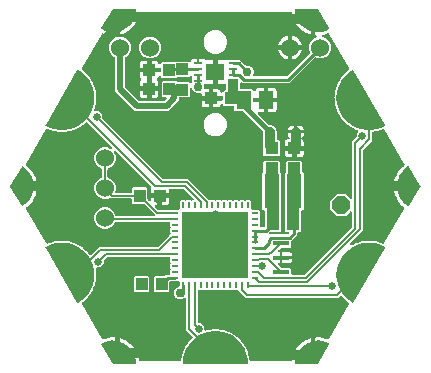
<source format=gbr>
G04 EAGLE Gerber RS-274X export*
G75*
%MOMM*%
%FSLAX34Y34*%
%LPD*%
%INBottom Copper*%
%IPPOS*%
%AMOC8*
5,1,8,0,0,1.08239X$1,22.5*%
G01*
%ADD10R,1.100000X1.000000*%
%ADD11R,1.399997X0.400000*%
%ADD12R,0.550000X0.254000*%
%ADD13R,0.254000X0.550000*%
%ADD14R,5.600000X5.600000*%
%ADD15P,1.649562X8X22.500000*%
%ADD16R,1.000000X1.100000*%
%ADD17R,1.300000X1.500000*%
%ADD18C,1.524000*%
%ADD19R,0.800000X0.500000*%
%ADD20R,0.750000X0.270000*%
%ADD21R,1.650000X1.450000*%
%ADD22C,1.000000*%
%ADD23C,0.812800*%
%ADD24C,0.756400*%
%ADD25C,0.406400*%
%ADD26C,0.203200*%
%ADD27C,0.656400*%
%ADD28C,0.254000*%
%ADD29C,0.152400*%
%ADD30C,0.304800*%
%ADD31C,0.508000*%

G36*
X74912Y75943D02*
X74912Y75943D01*
X74999Y75946D01*
X75052Y75963D01*
X75107Y75970D01*
X75187Y76006D01*
X75270Y76033D01*
X75309Y76061D01*
X75366Y76087D01*
X75479Y76182D01*
X75543Y76228D01*
X115165Y115850D01*
X115217Y115919D01*
X115277Y115983D01*
X115303Y116033D01*
X115336Y116077D01*
X115367Y116158D01*
X115407Y116236D01*
X115415Y116284D01*
X115437Y116342D01*
X115449Y116490D01*
X115462Y116567D01*
X115462Y128654D01*
X115458Y128683D01*
X115461Y128712D01*
X115438Y128823D01*
X115422Y128935D01*
X115410Y128962D01*
X115405Y128991D01*
X115353Y129091D01*
X115306Y129195D01*
X115287Y129217D01*
X115274Y129243D01*
X115196Y129325D01*
X115123Y129412D01*
X115098Y129428D01*
X115078Y129449D01*
X114980Y129506D01*
X114886Y129569D01*
X114858Y129578D01*
X114833Y129593D01*
X114723Y129621D01*
X114615Y129655D01*
X114585Y129656D01*
X114557Y129663D01*
X114444Y129659D01*
X114331Y129662D01*
X114302Y129655D01*
X114273Y129654D01*
X114165Y129619D01*
X114056Y129590D01*
X114030Y129575D01*
X114002Y129566D01*
X113939Y129521D01*
X113811Y129445D01*
X113768Y129400D01*
X113729Y129372D01*
X110150Y125793D01*
X102575Y125793D01*
X97218Y131150D01*
X97218Y138725D01*
X102575Y144082D01*
X110150Y144082D01*
X113729Y140503D01*
X113753Y140486D01*
X113772Y140463D01*
X113866Y140401D01*
X113956Y140333D01*
X113984Y140322D01*
X114008Y140306D01*
X114116Y140272D01*
X114222Y140231D01*
X114251Y140229D01*
X114279Y140220D01*
X114393Y140217D01*
X114505Y140208D01*
X114534Y140214D01*
X114563Y140213D01*
X114673Y140241D01*
X114784Y140264D01*
X114810Y140277D01*
X114838Y140285D01*
X114936Y140342D01*
X115036Y140395D01*
X115058Y140415D01*
X115083Y140430D01*
X115160Y140512D01*
X115242Y140590D01*
X115257Y140616D01*
X115277Y140637D01*
X115329Y140738D01*
X115386Y140836D01*
X115393Y140864D01*
X115407Y140890D01*
X115420Y140968D01*
X115456Y141111D01*
X115454Y141174D01*
X115462Y141221D01*
X115462Y188480D01*
X119249Y192267D01*
X119301Y192336D01*
X119361Y192400D01*
X119387Y192450D01*
X119420Y192494D01*
X119451Y192575D01*
X119491Y192653D01*
X119499Y192701D01*
X119521Y192759D01*
X119533Y192907D01*
X119546Y192984D01*
X119546Y195769D01*
X120479Y196701D01*
X120531Y196770D01*
X120590Y196833D01*
X120616Y196883D01*
X120650Y196929D01*
X120681Y197009D01*
X120720Y197086D01*
X120731Y197142D01*
X120751Y197194D01*
X120758Y197280D01*
X120775Y197365D01*
X120770Y197421D01*
X120775Y197478D01*
X120758Y197562D01*
X120750Y197648D01*
X120730Y197701D01*
X120719Y197756D01*
X120679Y197833D01*
X120648Y197914D01*
X120614Y197959D01*
X120588Y198009D01*
X120528Y198071D01*
X120476Y198140D01*
X120436Y198168D01*
X120392Y198215D01*
X120266Y198289D01*
X120202Y198334D01*
X119348Y198745D01*
X119264Y198772D01*
X119207Y198801D01*
X118588Y198992D01*
X118532Y199068D01*
X118523Y199075D01*
X118516Y199085D01*
X118466Y199120D01*
X118308Y199243D01*
X118270Y199259D01*
X118242Y199278D01*
X116407Y200163D01*
X116396Y200166D01*
X116386Y200173D01*
X116261Y200209D01*
X116136Y200249D01*
X116125Y200250D01*
X116113Y200253D01*
X116052Y200252D01*
X115969Y200254D01*
X115432Y200620D01*
X115353Y200659D01*
X115301Y200696D01*
X114717Y200978D01*
X114673Y201061D01*
X114665Y201070D01*
X114660Y201080D01*
X114616Y201122D01*
X114478Y201268D01*
X114442Y201289D01*
X114418Y201312D01*
X112735Y202460D01*
X112725Y202465D01*
X112716Y202473D01*
X112597Y202528D01*
X112480Y202586D01*
X112469Y202588D01*
X112458Y202593D01*
X112397Y202601D01*
X112315Y202616D01*
X111839Y203058D01*
X111766Y203109D01*
X111720Y203153D01*
X111185Y203518D01*
X111154Y203607D01*
X111148Y203617D01*
X111144Y203628D01*
X111106Y203676D01*
X110992Y203840D01*
X110959Y203867D01*
X110939Y203894D01*
X109446Y205280D01*
X109437Y205286D01*
X109429Y205295D01*
X109320Y205367D01*
X109213Y205442D01*
X109202Y205446D01*
X109192Y205452D01*
X109133Y205469D01*
X109054Y205496D01*
X108649Y206004D01*
X108585Y206065D01*
X108546Y206115D01*
X108071Y206556D01*
X108054Y206649D01*
X108049Y206659D01*
X108047Y206671D01*
X108017Y206725D01*
X107928Y206904D01*
X107900Y206935D01*
X107884Y206964D01*
X106614Y208557D01*
X106606Y208565D01*
X106600Y208575D01*
X106503Y208663D01*
X106408Y208753D01*
X106397Y208758D01*
X106389Y208766D01*
X106333Y208791D01*
X106259Y208829D01*
X105934Y209392D01*
X105880Y209462D01*
X105849Y209518D01*
X105447Y210023D01*
X105447Y210041D01*
X105444Y210052D01*
X105442Y210119D01*
X105439Y210130D01*
X105438Y210142D01*
X105416Y210200D01*
X105356Y210390D01*
X105332Y210425D01*
X105321Y210456D01*
X104303Y212221D01*
X104295Y212230D01*
X104291Y212240D01*
X104208Y212341D01*
X104127Y212445D01*
X104118Y212451D01*
X104111Y212460D01*
X104060Y212494D01*
X103992Y212543D01*
X103755Y213148D01*
X103711Y213225D01*
X103689Y213284D01*
X103365Y213846D01*
X103376Y213940D01*
X103374Y213951D01*
X103376Y213963D01*
X103363Y214023D01*
X103331Y214220D01*
X103313Y214258D01*
X103306Y214291D01*
X102563Y216188D01*
X102557Y216198D01*
X102554Y216209D01*
X102487Y216321D01*
X102423Y216435D01*
X102415Y216443D01*
X102409Y216453D01*
X102363Y216494D01*
X102304Y216552D01*
X102159Y217186D01*
X102128Y217269D01*
X102114Y217331D01*
X101878Y217935D01*
X101903Y218025D01*
X101903Y218037D01*
X101906Y218048D01*
X101902Y218110D01*
X101900Y218310D01*
X101888Y218350D01*
X101886Y218383D01*
X101434Y220369D01*
X101429Y220380D01*
X101428Y220392D01*
X101379Y220513D01*
X101332Y220635D01*
X101325Y220644D01*
X101321Y220655D01*
X101282Y220702D01*
X101232Y220769D01*
X101183Y221417D01*
X101164Y221503D01*
X101161Y221567D01*
X101017Y222199D01*
X101055Y222285D01*
X101057Y222297D01*
X101061Y222307D01*
X101067Y222368D01*
X101095Y222567D01*
X101089Y222608D01*
X101092Y222642D01*
X100940Y224673D01*
X100938Y224684D01*
X100938Y224696D01*
X100908Y224822D01*
X100880Y224951D01*
X100874Y224961D01*
X100871Y224972D01*
X100840Y225025D01*
X100800Y225098D01*
X100849Y225746D01*
X100843Y225834D01*
X100849Y225898D01*
X100801Y226544D01*
X100851Y226624D01*
X100855Y226635D01*
X100861Y226645D01*
X100875Y226704D01*
X100933Y226896D01*
X100933Y226938D01*
X100941Y226971D01*
X101094Y229002D01*
X101093Y229013D01*
X101095Y229025D01*
X101084Y229156D01*
X101075Y229286D01*
X101071Y229297D01*
X101070Y229308D01*
X101047Y229365D01*
X101019Y229443D01*
X101163Y230076D01*
X101171Y230165D01*
X101186Y230226D01*
X101235Y230873D01*
X101297Y230944D01*
X101302Y230954D01*
X101309Y230963D01*
X101333Y231020D01*
X101418Y231201D01*
X101424Y231243D01*
X101437Y231274D01*
X101891Y233260D01*
X101892Y233271D01*
X101896Y233282D01*
X101904Y233412D01*
X101915Y233543D01*
X101913Y233554D01*
X101913Y233566D01*
X101899Y233625D01*
X101882Y233707D01*
X102120Y234312D01*
X102140Y234398D01*
X102165Y234457D01*
X102309Y235089D01*
X102381Y235150D01*
X102388Y235159D01*
X102396Y235167D01*
X102428Y235220D01*
X102539Y235386D01*
X102552Y235426D01*
X102569Y235455D01*
X103314Y237351D01*
X103316Y237362D01*
X103322Y237372D01*
X103350Y237501D01*
X103380Y237627D01*
X103379Y237639D01*
X103382Y237650D01*
X103376Y237712D01*
X103372Y237794D01*
X103697Y238357D01*
X103730Y238439D01*
X103763Y238494D01*
X104000Y239098D01*
X104080Y239147D01*
X104088Y239156D01*
X104098Y239162D01*
X104137Y239209D01*
X104271Y239357D01*
X104290Y239395D01*
X104311Y239421D01*
X105330Y241185D01*
X105335Y241195D01*
X105342Y241205D01*
X105388Y241327D01*
X105437Y241448D01*
X105438Y241460D01*
X105442Y241471D01*
X105445Y241532D01*
X105454Y241615D01*
X105859Y242122D01*
X105904Y242199D01*
X105945Y242248D01*
X106269Y242809D01*
X106356Y242846D01*
X106365Y242854D01*
X106376Y242858D01*
X106421Y242899D01*
X106576Y243026D01*
X106600Y243060D01*
X106625Y243083D01*
X107896Y244675D01*
X107902Y244685D01*
X107910Y244693D01*
X107975Y244808D01*
X108040Y244920D01*
X108043Y244931D01*
X108049Y244941D01*
X108061Y245001D01*
X108082Y245082D01*
X108559Y245523D01*
X108615Y245592D01*
X108662Y245635D01*
X109067Y246142D01*
X109158Y246165D01*
X109168Y246171D01*
X109179Y246174D01*
X109230Y246208D01*
X109402Y246310D01*
X109431Y246340D01*
X109459Y246359D01*
X110953Y247744D01*
X110960Y247753D01*
X110970Y247759D01*
X111022Y247827D01*
X111024Y247828D01*
X111027Y247833D01*
X111050Y247863D01*
X111132Y247964D01*
X111137Y247975D01*
X111144Y247984D01*
X111165Y248040D01*
X111181Y248065D01*
X111198Y248118D01*
X111735Y248484D01*
X111800Y248544D01*
X111854Y248579D01*
X112329Y249020D01*
X112423Y249029D01*
X112433Y249034D01*
X112445Y249035D01*
X112501Y249061D01*
X112686Y249136D01*
X112719Y249161D01*
X112750Y249176D01*
X112941Y249306D01*
X112956Y249320D01*
X112975Y249330D01*
X113061Y249415D01*
X113151Y249497D01*
X113162Y249515D01*
X113177Y249529D01*
X113236Y249636D01*
X113300Y249740D01*
X113306Y249759D01*
X113316Y249777D01*
X113344Y249896D01*
X113376Y250013D01*
X113376Y250034D01*
X113381Y250054D01*
X113375Y250176D01*
X113373Y250298D01*
X113367Y250317D01*
X113366Y250338D01*
X113340Y250408D01*
X113292Y250570D01*
X113263Y250614D01*
X113249Y250653D01*
X96316Y279982D01*
X96233Y280087D01*
X96153Y280194D01*
X96146Y280199D01*
X96141Y280206D01*
X96032Y280285D01*
X95926Y280364D01*
X95917Y280367D01*
X95910Y280373D01*
X95785Y280418D01*
X95660Y280465D01*
X95651Y280466D01*
X95643Y280469D01*
X95510Y280477D01*
X95376Y280488D01*
X95368Y280486D01*
X95359Y280487D01*
X95081Y280426D01*
X95065Y280417D01*
X95049Y280413D01*
X93692Y279853D01*
X91002Y279136D01*
X90914Y279098D01*
X90822Y279069D01*
X90783Y279043D01*
X90740Y279025D01*
X90666Y278964D01*
X90586Y278910D01*
X90556Y278875D01*
X90520Y278845D01*
X90465Y278767D01*
X90403Y278693D01*
X90384Y278650D01*
X90357Y278612D01*
X90326Y278521D01*
X90287Y278433D01*
X90281Y278387D01*
X90266Y278343D01*
X90262Y278247D01*
X90248Y278151D01*
X90255Y278105D01*
X90253Y278059D01*
X90275Y277965D01*
X90289Y277870D01*
X90308Y277828D01*
X90319Y277782D01*
X90367Y277699D01*
X90406Y277611D01*
X90436Y277576D01*
X90459Y277535D01*
X90528Y277468D01*
X90591Y277395D01*
X90625Y277373D01*
X90663Y277336D01*
X90812Y277256D01*
X90875Y277217D01*
X93712Y276042D01*
X96284Y273469D01*
X97676Y270108D01*
X97676Y266470D01*
X96284Y263109D01*
X93712Y260537D01*
X90351Y259144D01*
X86713Y259144D01*
X84954Y259873D01*
X84952Y259873D01*
X84951Y259874D01*
X84817Y259908D01*
X84679Y259944D01*
X84677Y259944D01*
X84676Y259944D01*
X84535Y259940D01*
X84395Y259936D01*
X84393Y259935D01*
X84391Y259935D01*
X84259Y259892D01*
X84124Y259849D01*
X84122Y259848D01*
X84121Y259848D01*
X84109Y259839D01*
X83888Y259691D01*
X83868Y259667D01*
X83848Y259653D01*
X64502Y240308D01*
X62568Y238373D01*
X23106Y238373D01*
X22689Y238790D01*
X22665Y238808D01*
X22646Y238830D01*
X22552Y238893D01*
X22462Y238961D01*
X22434Y238972D01*
X22410Y238988D01*
X22302Y239022D01*
X22196Y239063D01*
X22167Y239065D01*
X22139Y239074D01*
X22025Y239077D01*
X21913Y239086D01*
X21884Y239080D01*
X21855Y239081D01*
X21745Y239052D01*
X21634Y239030D01*
X21608Y239017D01*
X21580Y239009D01*
X21482Y238952D01*
X21382Y238899D01*
X21360Y238879D01*
X21335Y238864D01*
X21258Y238781D01*
X21176Y238703D01*
X21161Y238678D01*
X21141Y238657D01*
X21089Y238556D01*
X21032Y238458D01*
X21025Y238430D01*
X21011Y238404D01*
X20998Y238326D01*
X20962Y238183D01*
X20964Y238120D01*
X20956Y238073D01*
X20956Y233877D01*
X20964Y233820D01*
X20962Y233761D01*
X20984Y233680D01*
X20996Y233596D01*
X21019Y233543D01*
X21034Y233486D01*
X21077Y233414D01*
X21112Y233337D01*
X21150Y233292D01*
X21179Y233242D01*
X21241Y233184D01*
X21295Y233120D01*
X21344Y233087D01*
X21387Y233047D01*
X21462Y233009D01*
X21532Y232962D01*
X21588Y232944D01*
X21640Y232918D01*
X21708Y232906D01*
X21803Y232876D01*
X21903Y232874D01*
X21971Y232862D01*
X30969Y232862D01*
X31894Y231937D01*
X31902Y231882D01*
X31906Y231873D01*
X31908Y231864D01*
X31964Y231744D01*
X32018Y231623D01*
X32025Y231615D01*
X32029Y231606D01*
X32116Y231507D01*
X32202Y231406D01*
X32210Y231400D01*
X32217Y231393D01*
X32328Y231322D01*
X32439Y231248D01*
X32448Y231245D01*
X32456Y231240D01*
X32583Y231203D01*
X32710Y231162D01*
X32719Y231162D01*
X32729Y231159D01*
X32862Y231159D01*
X32994Y231155D01*
X33003Y231158D01*
X33013Y231158D01*
X33142Y231194D01*
X33269Y231227D01*
X33277Y231232D01*
X33287Y231235D01*
X33400Y231305D01*
X33513Y231372D01*
X33520Y231379D01*
X33528Y231385D01*
X33617Y231483D01*
X33708Y231580D01*
X33712Y231588D01*
X33719Y231596D01*
X33742Y231647D01*
X33837Y231833D01*
X33843Y231868D01*
X33858Y231901D01*
X33970Y232318D01*
X34304Y232898D01*
X34777Y233371D01*
X35357Y233705D01*
X36003Y233878D01*
X40806Y233878D01*
X40806Y225869D01*
X32877Y225869D01*
X32820Y225860D01*
X32761Y225862D01*
X32680Y225841D01*
X32596Y225829D01*
X32543Y225805D01*
X32486Y225790D01*
X32414Y225747D01*
X32337Y225713D01*
X32292Y225675D01*
X32242Y225645D01*
X32184Y225583D01*
X32120Y225529D01*
X32087Y225480D01*
X32047Y225438D01*
X32009Y225363D01*
X31962Y225292D01*
X31944Y225236D01*
X31918Y225184D01*
X31906Y225116D01*
X31876Y225021D01*
X31874Y224921D01*
X31862Y224853D01*
X31862Y222822D01*
X31870Y222764D01*
X31869Y222705D01*
X31890Y222624D01*
X31902Y222540D01*
X31926Y222487D01*
X31941Y222430D01*
X31984Y222358D01*
X32018Y222281D01*
X32056Y222236D01*
X32086Y222186D01*
X32148Y222128D01*
X32202Y222064D01*
X32251Y222031D01*
X32293Y221991D01*
X32368Y221953D01*
X32439Y221906D01*
X32494Y221888D01*
X32546Y221862D01*
X32614Y221850D01*
X32710Y221820D01*
X32809Y221818D01*
X32877Y221806D01*
X40806Y221806D01*
X40806Y213797D01*
X36684Y213797D01*
X36655Y213793D01*
X36626Y213795D01*
X36515Y213773D01*
X36403Y213757D01*
X36376Y213745D01*
X36347Y213739D01*
X36247Y213687D01*
X36143Y213641D01*
X36121Y213622D01*
X36095Y213608D01*
X36013Y213530D01*
X35926Y213457D01*
X35910Y213433D01*
X35889Y213412D01*
X35832Y213315D01*
X35769Y213220D01*
X35760Y213192D01*
X35745Y213167D01*
X35717Y213058D01*
X35683Y212949D01*
X35682Y212920D01*
X35675Y212892D01*
X35679Y212779D01*
X35676Y212665D01*
X35683Y212637D01*
X35684Y212607D01*
X35719Y212500D01*
X35747Y212390D01*
X35762Y212365D01*
X35771Y212337D01*
X35817Y212273D01*
X35893Y212146D01*
X35938Y212103D01*
X35966Y212064D01*
X45294Y202736D01*
X45364Y202684D01*
X45428Y202624D01*
X45477Y202598D01*
X45521Y202565D01*
X45603Y202534D01*
X45681Y202494D01*
X45728Y202486D01*
X45787Y202464D01*
X45934Y202452D01*
X46012Y202439D01*
X47262Y202439D01*
X49316Y201588D01*
X49732Y201172D01*
X49801Y201120D01*
X49865Y201060D01*
X49915Y201034D01*
X49959Y201001D01*
X50040Y200970D01*
X50118Y200930D01*
X50166Y200922D01*
X50224Y200900D01*
X50372Y200888D01*
X50449Y200875D01*
X50782Y200875D01*
X51675Y199982D01*
X51675Y198318D01*
X51679Y198287D01*
X51677Y198257D01*
X51694Y198180D01*
X51715Y198037D01*
X51739Y197983D01*
X51739Y190665D01*
X51747Y190607D01*
X51745Y190549D01*
X51767Y190467D01*
X51779Y190383D01*
X51802Y190330D01*
X51817Y190274D01*
X51860Y190201D01*
X51895Y190124D01*
X51933Y190079D01*
X51962Y190029D01*
X52024Y189971D01*
X52078Y189907D01*
X52127Y189875D01*
X52170Y189835D01*
X52245Y189796D01*
X52315Y189749D01*
X52371Y189732D01*
X52423Y189705D01*
X52491Y189694D01*
X52586Y189664D01*
X52686Y189661D01*
X52754Y189650D01*
X53757Y189650D01*
X54650Y188757D01*
X54650Y177493D01*
X53757Y176600D01*
X41493Y176600D01*
X40600Y177493D01*
X40600Y183192D01*
X40596Y183223D01*
X40598Y183254D01*
X40581Y183330D01*
X40561Y183468D01*
X40561Y196988D01*
X40549Y197075D01*
X40546Y197162D01*
X40529Y197215D01*
X40521Y197270D01*
X40486Y197350D01*
X40459Y197433D01*
X40431Y197472D01*
X40405Y197529D01*
X40309Y197642D01*
X40264Y197706D01*
X23455Y214515D01*
X23385Y214568D01*
X23321Y214628D01*
X23272Y214653D01*
X23227Y214686D01*
X23146Y214717D01*
X23068Y214757D01*
X23020Y214765D01*
X22962Y214788D01*
X22814Y214800D01*
X22737Y214813D01*
X16706Y214813D01*
X15813Y215706D01*
X15813Y217885D01*
X15805Y217943D01*
X15806Y218001D01*
X15785Y218083D01*
X15773Y218167D01*
X15749Y218220D01*
X15734Y218276D01*
X15691Y218349D01*
X15657Y218426D01*
X15619Y218471D01*
X15589Y218521D01*
X15527Y218579D01*
X15473Y218643D01*
X15424Y218675D01*
X15382Y218715D01*
X15307Y218754D01*
X15236Y218801D01*
X15181Y218818D01*
X15129Y218845D01*
X15061Y218856D01*
X14965Y218886D01*
X14866Y218889D01*
X14798Y218900D01*
X7131Y218900D01*
X6206Y219825D01*
X6198Y219880D01*
X6194Y219889D01*
X6192Y219899D01*
X6136Y220018D01*
X6082Y220140D01*
X6075Y220147D01*
X6071Y220156D01*
X5984Y220255D01*
X5898Y220357D01*
X5890Y220362D01*
X5883Y220369D01*
X5772Y220441D01*
X5661Y220514D01*
X5652Y220517D01*
X5644Y220522D01*
X5517Y220560D01*
X5390Y220600D01*
X5381Y220600D01*
X5371Y220603D01*
X5238Y220604D01*
X5106Y220607D01*
X5097Y220605D01*
X5087Y220605D01*
X4959Y220569D01*
X4831Y220535D01*
X4823Y220531D01*
X4813Y220528D01*
X4700Y220458D01*
X4587Y220390D01*
X4580Y220383D01*
X4572Y220378D01*
X4483Y220280D01*
X4392Y220183D01*
X4388Y220174D01*
X4381Y220167D01*
X4358Y220115D01*
X4263Y219930D01*
X4257Y219894D01*
X4242Y219861D01*
X4130Y219444D01*
X3796Y218865D01*
X3323Y218392D01*
X2743Y218057D01*
X2097Y217884D01*
X-1706Y217884D01*
X-1706Y223394D01*
X5223Y223394D01*
X5280Y223402D01*
X5339Y223400D01*
X5420Y223422D01*
X5504Y223434D01*
X5557Y223458D01*
X5614Y223472D01*
X5686Y223515D01*
X5763Y223550D01*
X5808Y223588D01*
X5858Y223618D01*
X5916Y223679D01*
X5980Y223734D01*
X6013Y223782D01*
X6053Y223825D01*
X6091Y223900D01*
X6138Y223970D01*
X6156Y224026D01*
X6182Y224078D01*
X6194Y224146D01*
X6224Y224241D01*
X6226Y224341D01*
X6238Y224409D01*
X6238Y226441D01*
X6230Y226499D01*
X6231Y226557D01*
X6210Y226639D01*
X6198Y226722D01*
X6174Y226776D01*
X6159Y226832D01*
X6116Y226905D01*
X6082Y226982D01*
X6044Y227026D01*
X6014Y227077D01*
X5952Y227134D01*
X5898Y227199D01*
X5849Y227231D01*
X5807Y227271D01*
X5732Y227310D01*
X5661Y227356D01*
X5606Y227374D01*
X5554Y227401D01*
X5486Y227412D01*
X5390Y227442D01*
X5291Y227445D01*
X5223Y227456D01*
X-1706Y227456D01*
X-1706Y232966D01*
X2097Y232966D01*
X2743Y232793D01*
X3323Y232458D01*
X3796Y231985D01*
X4130Y231406D01*
X4242Y230989D01*
X4246Y230979D01*
X4247Y230970D01*
X4301Y230849D01*
X4353Y230727D01*
X4359Y230719D01*
X4363Y230710D01*
X4448Y230610D01*
X4533Y230506D01*
X4541Y230501D01*
X4547Y230493D01*
X4657Y230420D01*
X4766Y230344D01*
X4775Y230341D01*
X4784Y230336D01*
X4910Y230296D01*
X5036Y230253D01*
X5045Y230253D01*
X5055Y230250D01*
X5188Y230247D01*
X5320Y230241D01*
X5329Y230243D01*
X5339Y230243D01*
X5467Y230276D01*
X5596Y230307D01*
X5605Y230312D01*
X5614Y230315D01*
X5727Y230382D01*
X5843Y230448D01*
X5850Y230455D01*
X5858Y230460D01*
X5949Y230556D01*
X6042Y230651D01*
X6046Y230660D01*
X6053Y230667D01*
X6113Y230785D01*
X6176Y230902D01*
X6178Y230911D01*
X6182Y230920D01*
X6192Y230976D01*
X6201Y231020D01*
X7131Y231950D01*
X8192Y231950D01*
X8249Y231958D01*
X8308Y231956D01*
X8389Y231978D01*
X8473Y231990D01*
X8526Y232013D01*
X8583Y232028D01*
X8655Y232071D01*
X8732Y232106D01*
X8777Y232144D01*
X8827Y232173D01*
X8885Y232235D01*
X8949Y232289D01*
X8982Y232338D01*
X9022Y232381D01*
X9060Y232456D01*
X9107Y232526D01*
X9125Y232582D01*
X9151Y232634D01*
X9163Y232702D01*
X9193Y232797D01*
X9195Y232897D01*
X9207Y232965D01*
X9207Y236844D01*
X9199Y236902D01*
X9200Y236960D01*
X9179Y237042D01*
X9167Y237126D01*
X9143Y237179D01*
X9128Y237235D01*
X9085Y237308D01*
X9051Y237385D01*
X9013Y237430D01*
X8983Y237480D01*
X8921Y237538D01*
X8867Y237602D01*
X8818Y237634D01*
X8776Y237674D01*
X8701Y237713D01*
X8630Y237760D01*
X8575Y237777D01*
X8523Y237804D01*
X8455Y237815D01*
X8359Y237845D01*
X8260Y237848D01*
X8192Y237859D01*
X2031Y237859D01*
X2031Y246634D01*
X2023Y246692D01*
X2024Y246750D01*
X2003Y246832D01*
X1991Y246915D01*
X1967Y246969D01*
X1953Y247025D01*
X1910Y247098D01*
X1875Y247175D01*
X1837Y247219D01*
X1807Y247270D01*
X1746Y247327D01*
X1691Y247392D01*
X1643Y247424D01*
X1600Y247464D01*
X1525Y247503D01*
X1455Y247549D01*
X1399Y247567D01*
X1347Y247594D01*
X1279Y247605D01*
X1184Y247635D01*
X1084Y247638D01*
X1016Y247649D01*
X-1016Y247649D01*
X-1074Y247641D01*
X-1132Y247642D01*
X-1214Y247621D01*
X-1297Y247609D01*
X-1351Y247585D01*
X-1407Y247571D01*
X-1480Y247528D01*
X-1557Y247493D01*
X-1601Y247455D01*
X-1652Y247425D01*
X-1709Y247364D01*
X-1774Y247309D01*
X-1806Y247261D01*
X-1846Y247218D01*
X-1885Y247143D01*
X-1931Y247073D01*
X-1949Y247017D01*
X-1976Y246965D01*
X-1987Y246897D01*
X-2017Y246802D01*
X-2020Y246702D01*
X-2031Y246634D01*
X-2031Y237859D01*
X-8442Y237859D01*
X-8556Y237843D01*
X-8671Y237833D01*
X-8697Y237823D01*
X-8724Y237819D01*
X-8829Y237773D01*
X-8936Y237731D01*
X-8958Y237714D01*
X-8983Y237703D01*
X-9071Y237629D01*
X-9163Y237560D01*
X-9179Y237537D01*
X-9200Y237520D01*
X-9264Y237424D01*
X-9333Y237332D01*
X-9343Y237306D01*
X-9358Y237283D01*
X-9393Y237173D01*
X-9433Y237066D01*
X-9435Y237038D01*
X-9444Y237012D01*
X-9447Y236897D01*
X-9456Y236783D01*
X-9450Y236758D01*
X-9451Y236728D01*
X-9384Y236470D01*
X-9380Y236455D01*
X-9345Y236370D01*
X-9345Y234204D01*
X-9362Y234149D01*
X-9363Y234121D01*
X-9370Y234094D01*
X-9367Y233979D01*
X-9370Y233865D01*
X-9363Y233838D01*
X-9362Y233810D01*
X-9327Y233701D01*
X-9298Y233590D01*
X-9284Y233566D01*
X-9275Y233539D01*
X-9211Y233444D01*
X-9153Y233345D01*
X-9132Y233326D01*
X-9117Y233303D01*
X-9029Y233229D01*
X-8945Y233151D01*
X-8921Y233138D01*
X-8899Y233120D01*
X-8794Y233074D01*
X-8692Y233021D01*
X-8668Y233017D01*
X-8640Y233005D01*
X-8375Y232968D01*
X-8361Y232966D01*
X-5769Y232966D01*
X-5769Y227456D01*
X-11778Y227456D01*
X-11778Y229241D01*
X-11786Y229295D01*
X-11785Y229330D01*
X-11796Y229372D01*
X-11804Y229469D01*
X-11814Y229495D01*
X-11818Y229522D01*
X-11865Y229627D01*
X-11906Y229734D01*
X-11923Y229757D01*
X-11934Y229782D01*
X-12008Y229869D01*
X-12078Y229961D01*
X-12100Y229978D01*
X-12118Y229999D01*
X-12213Y230063D01*
X-12306Y230131D01*
X-12331Y230141D01*
X-12355Y230156D01*
X-12464Y230191D01*
X-12571Y230232D01*
X-12599Y230234D01*
X-12626Y230242D01*
X-12741Y230245D01*
X-12855Y230254D01*
X-12879Y230249D01*
X-12910Y230250D01*
X-13140Y230189D01*
X-13167Y230182D01*
X-13182Y230179D01*
X-13596Y230007D01*
X-15707Y230007D01*
X-17658Y230815D01*
X-19150Y232308D01*
X-19597Y233386D01*
X-19641Y233460D01*
X-19676Y233539D01*
X-19713Y233582D01*
X-19742Y233631D01*
X-19804Y233690D01*
X-19860Y233756D01*
X-19907Y233787D01*
X-19948Y233826D01*
X-20025Y233866D01*
X-20096Y233913D01*
X-20150Y233930D01*
X-20201Y233956D01*
X-20285Y233973D01*
X-20367Y233999D01*
X-20424Y234000D01*
X-20480Y234011D01*
X-20565Y234004D01*
X-20651Y234006D01*
X-20706Y233992D01*
X-20763Y233987D01*
X-20843Y233956D01*
X-20926Y233934D01*
X-20975Y233905D01*
X-21028Y233885D01*
X-21097Y233833D01*
X-21171Y233789D01*
X-21210Y233748D01*
X-21255Y233713D01*
X-21307Y233645D01*
X-21365Y233582D01*
X-21391Y233531D01*
X-21425Y233486D01*
X-21456Y233405D01*
X-21495Y233329D01*
X-21503Y233280D01*
X-21526Y233220D01*
X-21537Y233075D01*
X-21550Y232998D01*
X-21550Y227168D01*
X-22443Y226275D01*
X-29845Y226275D01*
X-29903Y226267D01*
X-29961Y226269D01*
X-30043Y226247D01*
X-30127Y226235D01*
X-30180Y226212D01*
X-30236Y226197D01*
X-30309Y226154D01*
X-30386Y226119D01*
X-30431Y226081D01*
X-30481Y226052D01*
X-30539Y225990D01*
X-30603Y225936D01*
X-30635Y225887D01*
X-30675Y225844D01*
X-30714Y225769D01*
X-30761Y225699D01*
X-30778Y225643D01*
X-30805Y225591D01*
X-30816Y225523D01*
X-30846Y225428D01*
X-30849Y225328D01*
X-30860Y225260D01*
X-30860Y223741D01*
X-39591Y215010D01*
X-68359Y215010D01*
X-85027Y231679D01*
X-85027Y259395D01*
X-85027Y259396D01*
X-85027Y259398D01*
X-85047Y259537D01*
X-85067Y259676D01*
X-85068Y259678D01*
X-85068Y259679D01*
X-85126Y259807D01*
X-85183Y259936D01*
X-85184Y259937D01*
X-85185Y259938D01*
X-85276Y260045D01*
X-85367Y260153D01*
X-85368Y260153D01*
X-85369Y260155D01*
X-85382Y260163D01*
X-85604Y260310D01*
X-85633Y260319D01*
X-85654Y260333D01*
X-86143Y260535D01*
X-88715Y263107D01*
X-90107Y266469D01*
X-90107Y270106D01*
X-88715Y273468D01*
X-86143Y276040D01*
X-84185Y276851D01*
X-84176Y276856D01*
X-84166Y276859D01*
X-84054Y276928D01*
X-83940Y276995D01*
X-83933Y277003D01*
X-83924Y277008D01*
X-83836Y277106D01*
X-83762Y277184D01*
X-83669Y277181D01*
X-83554Y277172D01*
X-83530Y277178D01*
X-83500Y277177D01*
X-83243Y277244D01*
X-83227Y277248D01*
X-82781Y277432D01*
X-81584Y277432D01*
X-81526Y277440D01*
X-81468Y277439D01*
X-81386Y277460D01*
X-81303Y277472D01*
X-81249Y277496D01*
X-81226Y277502D01*
X-81210Y277494D01*
X-81201Y277492D01*
X-81193Y277488D01*
X-81139Y277479D01*
X-80932Y277435D01*
X-80897Y277438D01*
X-80862Y277432D01*
X-79144Y277432D01*
X-75782Y276040D01*
X-73210Y273468D01*
X-71818Y270106D01*
X-71818Y266469D01*
X-73210Y263107D01*
X-75782Y260535D01*
X-76271Y260333D01*
X-76272Y260332D01*
X-76274Y260331D01*
X-76391Y260262D01*
X-76516Y260188D01*
X-76517Y260187D01*
X-76518Y260186D01*
X-76614Y260085D01*
X-76711Y259981D01*
X-76712Y259980D01*
X-76713Y259979D01*
X-76777Y259853D01*
X-76841Y259729D01*
X-76842Y259727D01*
X-76842Y259726D01*
X-76845Y259711D01*
X-76896Y259450D01*
X-76894Y259419D01*
X-76898Y259395D01*
X-76898Y235467D01*
X-76886Y235380D01*
X-76883Y235293D01*
X-76866Y235240D01*
X-76858Y235185D01*
X-76822Y235105D01*
X-76795Y235022D01*
X-76767Y234983D01*
X-76742Y234926D01*
X-76646Y234813D01*
X-76600Y234749D01*
X-65289Y223437D01*
X-65219Y223385D01*
X-65155Y223325D01*
X-65106Y223299D01*
X-65061Y223266D01*
X-64980Y223235D01*
X-64902Y223195D01*
X-64854Y223187D01*
X-64796Y223165D01*
X-64648Y223153D01*
X-64571Y223140D01*
X-43379Y223140D01*
X-43293Y223152D01*
X-43205Y223155D01*
X-43153Y223172D01*
X-43098Y223180D01*
X-43018Y223215D01*
X-42935Y223242D01*
X-42895Y223270D01*
X-42838Y223296D01*
X-42725Y223392D01*
X-42661Y223437D01*
X-41494Y224605D01*
X-41476Y224628D01*
X-41454Y224647D01*
X-41391Y224741D01*
X-41323Y224832D01*
X-41312Y224859D01*
X-41296Y224884D01*
X-41262Y224992D01*
X-41222Y225097D01*
X-41219Y225127D01*
X-41210Y225155D01*
X-41207Y225268D01*
X-41198Y225381D01*
X-41204Y225409D01*
X-41203Y225439D01*
X-41232Y225548D01*
X-41254Y225660D01*
X-41268Y225686D01*
X-41275Y225714D01*
X-41333Y225811D01*
X-41385Y225912D01*
X-41405Y225933D01*
X-41420Y225958D01*
X-41503Y226036D01*
X-41581Y226118D01*
X-41606Y226133D01*
X-41627Y226153D01*
X-41728Y226204D01*
X-41826Y226262D01*
X-41854Y226269D01*
X-41881Y226282D01*
X-41958Y226295D01*
X-42102Y226332D01*
X-42164Y226330D01*
X-42212Y226338D01*
X-44757Y226338D01*
X-45650Y227231D01*
X-45650Y239494D01*
X-44757Y240387D01*
X-33493Y240387D01*
X-32728Y239622D01*
X-32659Y239570D01*
X-32595Y239510D01*
X-32545Y239484D01*
X-32501Y239451D01*
X-32419Y239420D01*
X-32341Y239380D01*
X-32294Y239372D01*
X-32235Y239350D01*
X-32088Y239338D01*
X-32010Y239325D01*
X-22443Y239325D01*
X-21508Y238389D01*
X-21484Y238372D01*
X-21465Y238349D01*
X-21371Y238286D01*
X-21281Y238218D01*
X-21253Y238208D01*
X-21229Y238192D01*
X-21121Y238157D01*
X-21015Y238117D01*
X-20986Y238115D01*
X-20958Y238106D01*
X-20844Y238103D01*
X-20732Y238093D01*
X-20703Y238099D01*
X-20674Y238098D01*
X-20564Y238127D01*
X-20453Y238149D01*
X-20427Y238163D01*
X-20399Y238170D01*
X-20301Y238228D01*
X-20201Y238280D01*
X-20179Y238301D01*
X-20154Y238316D01*
X-20077Y238398D01*
X-19995Y238476D01*
X-19980Y238501D01*
X-19960Y238523D01*
X-19908Y238624D01*
X-19851Y238721D01*
X-19844Y238750D01*
X-19830Y238776D01*
X-19817Y238853D01*
X-19781Y238997D01*
X-19783Y239059D01*
X-19775Y239107D01*
X-19775Y242227D01*
X-19753Y242264D01*
X-19732Y242346D01*
X-19702Y242425D01*
X-19697Y242483D01*
X-19683Y242540D01*
X-19686Y242624D01*
X-19678Y242708D01*
X-19690Y242766D01*
X-19692Y242824D01*
X-19718Y242904D01*
X-19734Y242987D01*
X-19761Y243039D01*
X-19775Y243080D01*
X-19775Y243493D01*
X-19779Y243522D01*
X-19776Y243551D01*
X-19799Y243662D01*
X-19815Y243774D01*
X-19827Y243801D01*
X-19832Y243830D01*
X-19885Y243931D01*
X-19931Y244034D01*
X-19950Y244056D01*
X-19963Y244082D01*
X-20041Y244164D01*
X-20114Y244251D01*
X-20139Y244267D01*
X-20159Y244288D01*
X-20257Y244346D01*
X-20351Y244408D01*
X-20379Y244417D01*
X-20404Y244432D01*
X-20514Y244460D01*
X-20622Y244494D01*
X-20652Y244495D01*
X-20680Y244502D01*
X-20793Y244499D01*
X-20906Y244502D01*
X-20935Y244494D01*
X-20964Y244493D01*
X-21072Y244458D01*
X-21181Y244430D01*
X-21207Y244415D01*
X-21235Y244406D01*
X-21299Y244360D01*
X-21426Y244284D01*
X-21469Y244239D01*
X-21508Y244211D01*
X-22443Y243275D01*
X-32010Y243275D01*
X-32097Y243263D01*
X-32184Y243260D01*
X-32237Y243243D01*
X-32292Y243235D01*
X-32372Y243200D01*
X-32455Y243173D01*
X-32494Y243145D01*
X-32551Y243119D01*
X-32664Y243023D01*
X-32728Y242978D01*
X-32993Y242713D01*
X-45257Y242713D01*
X-46182Y243638D01*
X-46190Y243693D01*
X-46194Y243702D01*
X-46195Y243711D01*
X-46252Y243832D01*
X-46306Y243952D01*
X-46312Y243960D01*
X-46316Y243969D01*
X-46404Y244068D01*
X-46489Y244169D01*
X-46498Y244175D01*
X-46504Y244182D01*
X-46616Y244253D01*
X-46726Y244327D01*
X-46735Y244330D01*
X-46744Y244335D01*
X-46871Y244373D01*
X-46997Y244413D01*
X-47007Y244413D01*
X-47016Y244416D01*
X-47149Y244416D01*
X-47281Y244420D01*
X-47291Y244417D01*
X-47301Y244417D01*
X-47429Y244381D01*
X-47556Y244348D01*
X-47565Y244343D01*
X-47574Y244340D01*
X-47687Y244270D01*
X-47801Y244203D01*
X-47808Y244196D01*
X-47816Y244190D01*
X-47904Y244092D01*
X-47995Y243995D01*
X-48000Y243987D01*
X-48006Y243979D01*
X-48030Y243928D01*
X-48125Y243742D01*
X-48131Y243707D01*
X-48146Y243674D01*
X-48257Y243257D01*
X-48592Y242677D01*
X-49065Y242204D01*
X-49066Y242204D01*
X-49104Y242174D01*
X-49148Y242151D01*
X-49216Y242087D01*
X-49290Y242029D01*
X-49318Y241989D01*
X-49354Y241956D01*
X-49401Y241874D01*
X-49456Y241798D01*
X-49473Y241752D01*
X-49497Y241710D01*
X-49521Y241619D01*
X-49552Y241531D01*
X-49555Y241482D01*
X-49568Y241435D01*
X-49565Y241341D01*
X-49571Y241247D01*
X-49560Y241199D01*
X-49558Y241151D01*
X-49530Y241061D01*
X-49509Y240970D01*
X-49486Y240927D01*
X-49471Y240880D01*
X-49428Y240820D01*
X-49374Y240720D01*
X-49313Y240658D01*
X-49276Y240607D01*
X-49092Y240423D01*
X-48757Y239843D01*
X-48584Y239197D01*
X-48584Y235394D01*
X-54094Y235394D01*
X-54094Y247206D01*
X-47165Y247206D01*
X-47107Y247214D01*
X-47049Y247213D01*
X-46967Y247234D01*
X-46883Y247246D01*
X-46830Y247270D01*
X-46774Y247285D01*
X-46701Y247328D01*
X-46624Y247362D01*
X-46579Y247400D01*
X-46529Y247430D01*
X-46471Y247492D01*
X-46407Y247546D01*
X-46375Y247595D01*
X-46335Y247637D01*
X-46296Y247712D01*
X-46249Y247783D01*
X-46232Y247838D01*
X-46205Y247890D01*
X-46194Y247959D01*
X-46164Y248054D01*
X-46161Y248153D01*
X-46150Y248222D01*
X-46150Y250253D01*
X-46158Y250311D01*
X-46156Y250370D01*
X-46178Y250451D01*
X-46190Y250535D01*
X-46213Y250588D01*
X-46228Y250645D01*
X-46271Y250717D01*
X-46306Y250794D01*
X-46344Y250839D01*
X-46373Y250889D01*
X-46435Y250947D01*
X-46489Y251011D01*
X-46538Y251044D01*
X-46581Y251084D01*
X-46656Y251122D01*
X-46726Y251169D01*
X-46782Y251187D01*
X-46834Y251213D01*
X-46902Y251225D01*
X-46997Y251255D01*
X-47097Y251257D01*
X-47165Y251269D01*
X-54094Y251269D01*
X-54094Y256778D01*
X-50291Y256778D01*
X-49644Y256605D01*
X-49065Y256271D01*
X-48592Y255798D01*
X-48257Y255218D01*
X-48146Y254801D01*
X-48142Y254792D01*
X-48140Y254782D01*
X-48086Y254661D01*
X-48034Y254539D01*
X-48028Y254532D01*
X-48024Y254523D01*
X-47938Y254421D01*
X-47855Y254319D01*
X-47847Y254313D01*
X-47840Y254306D01*
X-47730Y254232D01*
X-47621Y254157D01*
X-47612Y254154D01*
X-47604Y254148D01*
X-47478Y254108D01*
X-47352Y254066D01*
X-47342Y254065D01*
X-47333Y254062D01*
X-47200Y254059D01*
X-47068Y254053D01*
X-47059Y254055D01*
X-47049Y254055D01*
X-46920Y254089D01*
X-46792Y254120D01*
X-46783Y254124D01*
X-46774Y254127D01*
X-46660Y254194D01*
X-46544Y254260D01*
X-46538Y254267D01*
X-46529Y254272D01*
X-46439Y254369D01*
X-46346Y254464D01*
X-46341Y254472D01*
X-46335Y254480D01*
X-46274Y254597D01*
X-46212Y254714D01*
X-46210Y254724D01*
X-46205Y254733D01*
X-46196Y254789D01*
X-46186Y254832D01*
X-45257Y255762D01*
X-35690Y255762D01*
X-35603Y255774D01*
X-35516Y255777D01*
X-35463Y255794D01*
X-35408Y255802D01*
X-35328Y255838D01*
X-35245Y255865D01*
X-35206Y255893D01*
X-35149Y255918D01*
X-35035Y256014D01*
X-34972Y256060D01*
X-34707Y256325D01*
X-22439Y256325D01*
X-22434Y256320D01*
X-22346Y256264D01*
X-22264Y256202D01*
X-22227Y256188D01*
X-22195Y256167D01*
X-22095Y256137D01*
X-21998Y256100D01*
X-21959Y256097D01*
X-21922Y256086D01*
X-21818Y256085D01*
X-21715Y256077D01*
X-21677Y256084D01*
X-21638Y256084D01*
X-21538Y256112D01*
X-21436Y256133D01*
X-21402Y256151D01*
X-21364Y256161D01*
X-21276Y256216D01*
X-21184Y256264D01*
X-21156Y256291D01*
X-21122Y256311D01*
X-21053Y256388D01*
X-20978Y256459D01*
X-20958Y256493D01*
X-20932Y256522D01*
X-20900Y256593D01*
X-20834Y256705D01*
X-20816Y256777D01*
X-20793Y256828D01*
X-20618Y257481D01*
X-20283Y258060D01*
X-19810Y258533D01*
X-19231Y258868D01*
X-18584Y259041D01*
X-15515Y259041D01*
X-15515Y255150D01*
X-15507Y255092D01*
X-15509Y255034D01*
X-15487Y254952D01*
X-15476Y254869D01*
X-15452Y254815D01*
X-15437Y254759D01*
X-15394Y254686D01*
X-15359Y254609D01*
X-15322Y254565D01*
X-15292Y254515D01*
X-15230Y254457D01*
X-15176Y254392D01*
X-15127Y254360D01*
X-15084Y254320D01*
X-15009Y254282D01*
X-14939Y254235D01*
X-14883Y254217D01*
X-14831Y254191D01*
X-14763Y254179D01*
X-14668Y254149D01*
X-14568Y254146D01*
X-14500Y254135D01*
X-14442Y254143D01*
X-14384Y254142D01*
X-14383Y254142D01*
X-14302Y254163D01*
X-14218Y254175D01*
X-14165Y254199D01*
X-14108Y254214D01*
X-14036Y254257D01*
X-13959Y254291D01*
X-13914Y254329D01*
X-13864Y254359D01*
X-13806Y254420D01*
X-13742Y254475D01*
X-13710Y254523D01*
X-13669Y254566D01*
X-13631Y254641D01*
X-13584Y254711D01*
X-13567Y254767D01*
X-13540Y254819D01*
X-13529Y254887D01*
X-13499Y254982D01*
X-13496Y255082D01*
X-13485Y255150D01*
X-13485Y259041D01*
X-10416Y259041D01*
X-9769Y258868D01*
X-9190Y258533D01*
X-8717Y258060D01*
X-8652Y257948D01*
X-8604Y257887D01*
X-8565Y257820D01*
X-8517Y257776D01*
X-8477Y257724D01*
X-8414Y257679D01*
X-8357Y257626D01*
X-8299Y257596D01*
X-8247Y257558D01*
X-8173Y257532D01*
X-8104Y257496D01*
X-8049Y257487D01*
X-7979Y257462D01*
X-7850Y257454D01*
X-7773Y257441D01*
X-2031Y257441D01*
X-2031Y248666D01*
X-2023Y248608D01*
X-2024Y248550D01*
X-2003Y248468D01*
X-1991Y248385D01*
X-1967Y248331D01*
X-1953Y248275D01*
X-1910Y248202D01*
X-1875Y248125D01*
X-1837Y248081D01*
X-1807Y248030D01*
X-1746Y247973D01*
X-1691Y247908D01*
X-1643Y247876D01*
X-1600Y247836D01*
X-1525Y247797D01*
X-1455Y247751D01*
X-1399Y247733D01*
X-1347Y247706D01*
X-1279Y247695D01*
X-1184Y247665D01*
X-1084Y247662D01*
X-1016Y247651D01*
X1016Y247651D01*
X1074Y247659D01*
X1132Y247658D01*
X1214Y247679D01*
X1297Y247691D01*
X1351Y247715D01*
X1407Y247729D01*
X1480Y247772D01*
X1557Y247807D01*
X1601Y247845D01*
X1652Y247875D01*
X1709Y247936D01*
X1774Y247991D01*
X1806Y248039D01*
X1846Y248082D01*
X1885Y248157D01*
X1931Y248227D01*
X1949Y248283D01*
X1976Y248335D01*
X1987Y248403D01*
X2017Y248498D01*
X2020Y248598D01*
X2031Y248666D01*
X2031Y257441D01*
X8585Y257441D01*
X8768Y257392D01*
X8845Y257382D01*
X8920Y257363D01*
X8985Y257365D01*
X9050Y257357D01*
X9127Y257370D01*
X9204Y257372D01*
X9266Y257392D01*
X9330Y257402D01*
X9401Y257436D01*
X9475Y257460D01*
X9520Y257492D01*
X9588Y257524D01*
X9685Y257609D01*
X9748Y257654D01*
X10118Y258025D01*
X19003Y258025D01*
X19051Y258000D01*
X19099Y257992D01*
X19157Y257970D01*
X19305Y257958D01*
X19382Y257945D01*
X20739Y257945D01*
X25336Y253348D01*
X25406Y253296D01*
X25469Y253236D01*
X25519Y253210D01*
X25563Y253177D01*
X25645Y253146D01*
X25723Y253106D01*
X25770Y253098D01*
X25829Y253076D01*
X25976Y253064D01*
X26054Y253051D01*
X28043Y253051D01*
X29994Y252243D01*
X31486Y250750D01*
X32294Y248800D01*
X32294Y246688D01*
X31747Y245367D01*
X31718Y245255D01*
X31683Y245146D01*
X31683Y245118D01*
X31676Y245091D01*
X31679Y244977D01*
X31676Y244862D01*
X31683Y244835D01*
X31684Y244807D01*
X31719Y244698D01*
X31748Y244587D01*
X31762Y244563D01*
X31770Y244536D01*
X31834Y244441D01*
X31893Y244342D01*
X31913Y244323D01*
X31929Y244300D01*
X32017Y244226D01*
X32100Y244148D01*
X32125Y244135D01*
X32146Y244117D01*
X32251Y244070D01*
X32354Y244018D01*
X32378Y244014D01*
X32406Y244002D01*
X32670Y243965D01*
X32685Y243963D01*
X59832Y243963D01*
X59919Y243975D01*
X60006Y243978D01*
X60059Y243995D01*
X60114Y244003D01*
X60194Y244038D01*
X60277Y244065D01*
X60316Y244093D01*
X60373Y244119D01*
X60486Y244215D01*
X60550Y244260D01*
X79895Y263605D01*
X79896Y263606D01*
X79897Y263607D01*
X79980Y263718D01*
X80066Y263832D01*
X80067Y263834D01*
X80068Y263835D01*
X80117Y263967D01*
X80167Y264098D01*
X80167Y264100D01*
X80168Y264101D01*
X80180Y264246D01*
X80191Y264381D01*
X80191Y264383D01*
X80191Y264384D01*
X80187Y264400D01*
X80135Y264660D01*
X80121Y264687D01*
X80115Y264712D01*
X79387Y266470D01*
X79387Y270108D01*
X80779Y273469D01*
X83351Y276042D01*
X85222Y276816D01*
X85238Y276826D01*
X85256Y276831D01*
X85360Y276898D01*
X85466Y276961D01*
X85479Y276975D01*
X85495Y276985D01*
X85577Y277078D01*
X85662Y277168D01*
X85670Y277184D01*
X85683Y277199D01*
X85735Y277310D01*
X85792Y277420D01*
X85796Y277439D01*
X85804Y277456D01*
X85823Y277578D01*
X85847Y277699D01*
X85845Y277718D01*
X85848Y277737D01*
X85833Y277859D01*
X85822Y277982D01*
X85816Y278000D01*
X85813Y278019D01*
X85765Y278132D01*
X85720Y278248D01*
X85709Y278263D01*
X85701Y278280D01*
X85623Y278376D01*
X85549Y278474D01*
X85534Y278486D01*
X85522Y278500D01*
X85420Y278571D01*
X85321Y278645D01*
X85303Y278651D01*
X85288Y278662D01*
X85218Y278684D01*
X85055Y278745D01*
X85005Y278749D01*
X84967Y278761D01*
X84631Y278805D01*
X84631Y281405D01*
X87335Y281292D01*
X87369Y281298D01*
X87416Y281295D01*
X90454Y281661D01*
X90486Y281671D01*
X90532Y281677D01*
X93472Y282524D01*
X93502Y282540D01*
X93548Y282553D01*
X96314Y283861D01*
X96336Y283878D01*
X96363Y283888D01*
X96415Y283937D01*
X96473Y283980D01*
X96487Y284005D01*
X96508Y284025D01*
X96537Y284090D01*
X96573Y284152D01*
X96576Y284181D01*
X96588Y284207D01*
X96589Y284279D01*
X96598Y284349D01*
X96590Y284377D01*
X96591Y284406D01*
X96555Y284500D01*
X96544Y284541D01*
X96537Y284549D01*
X96533Y284562D01*
X87033Y301062D01*
X86981Y301120D01*
X86935Y301183D01*
X86916Y301194D01*
X86901Y301211D01*
X86831Y301244D01*
X86764Y301284D01*
X86740Y301288D01*
X86722Y301297D01*
X86677Y301299D01*
X86600Y301312D01*
X67600Y301312D01*
X67572Y301306D01*
X67544Y301309D01*
X67476Y301286D01*
X67405Y301272D01*
X67382Y301256D01*
X67355Y301247D01*
X67300Y301200D01*
X67241Y301160D01*
X67226Y301136D01*
X67205Y301117D01*
X67173Y301053D01*
X67134Y300992D01*
X67129Y300964D01*
X67117Y300939D01*
X67108Y300837D01*
X67101Y300796D01*
X67103Y300786D01*
X67102Y300773D01*
X67345Y297723D01*
X67354Y297690D01*
X67358Y297643D01*
X67774Y295944D01*
X65081Y295944D01*
X64931Y296504D01*
X64746Y297928D01*
X64710Y298058D01*
X64676Y298188D01*
X64672Y298194D01*
X64670Y298202D01*
X64599Y298317D01*
X64530Y298432D01*
X64525Y298438D01*
X64521Y298444D01*
X64421Y298535D01*
X64323Y298627D01*
X64316Y298630D01*
X64311Y298635D01*
X64190Y298695D01*
X64070Y298756D01*
X64063Y298757D01*
X64056Y298761D01*
X63776Y298811D01*
X63756Y298809D01*
X63739Y298812D01*
X-63739Y298812D01*
X-63872Y298793D01*
X-64006Y298776D01*
X-64013Y298773D01*
X-64020Y298772D01*
X-64143Y298717D01*
X-64267Y298664D01*
X-64273Y298659D01*
X-64280Y298656D01*
X-64382Y298569D01*
X-64487Y298483D01*
X-64491Y298477D01*
X-64497Y298472D01*
X-64571Y298360D01*
X-64648Y298249D01*
X-64650Y298242D01*
X-64654Y298235D01*
X-64740Y297964D01*
X-64741Y297944D01*
X-64746Y297928D01*
X-64931Y296504D01*
X-65081Y295944D01*
X-67774Y295944D01*
X-67358Y297643D01*
X-67356Y297677D01*
X-67345Y297723D01*
X-67102Y300773D01*
X-67106Y300801D01*
X-67101Y300829D01*
X-67118Y300899D01*
X-67126Y300970D01*
X-67141Y300995D01*
X-67147Y301022D01*
X-67190Y301080D01*
X-67226Y301143D01*
X-67248Y301160D01*
X-67265Y301183D01*
X-67327Y301219D01*
X-67384Y301263D01*
X-67412Y301270D01*
X-67436Y301284D01*
X-67536Y301301D01*
X-67577Y301311D01*
X-67587Y301310D01*
X-67600Y301312D01*
X-86600Y301312D01*
X-86676Y301296D01*
X-86754Y301288D01*
X-86773Y301277D01*
X-86795Y301272D01*
X-86859Y301228D01*
X-86927Y301190D01*
X-86943Y301171D01*
X-86959Y301160D01*
X-86983Y301122D01*
X-87033Y301062D01*
X-96533Y284562D01*
X-96542Y284534D01*
X-96558Y284511D01*
X-96573Y284441D01*
X-96596Y284373D01*
X-96593Y284345D01*
X-96599Y284316D01*
X-96586Y284246D01*
X-96580Y284175D01*
X-96567Y284149D01*
X-96561Y284121D01*
X-96521Y284062D01*
X-96488Y283998D01*
X-96466Y283980D01*
X-96450Y283956D01*
X-96367Y283899D01*
X-96335Y283872D01*
X-96324Y283869D01*
X-96314Y283861D01*
X-93548Y282553D01*
X-93515Y282545D01*
X-93472Y282524D01*
X-90532Y281677D01*
X-90498Y281674D01*
X-90454Y281661D01*
X-87416Y281295D01*
X-87382Y281298D01*
X-87335Y281292D01*
X-84631Y281405D01*
X-84631Y278802D01*
X-84635Y278802D01*
X-84671Y278794D01*
X-84707Y278795D01*
X-85141Y278738D01*
X-88032Y278734D01*
X-90899Y279108D01*
X-93692Y279853D01*
X-94405Y280147D01*
X-95049Y280413D01*
X-95179Y280446D01*
X-95307Y280482D01*
X-95316Y280481D01*
X-95325Y280484D01*
X-95458Y280480D01*
X-95591Y280478D01*
X-95600Y280475D01*
X-95609Y280475D01*
X-95736Y280434D01*
X-95864Y280396D01*
X-95871Y280391D01*
X-95879Y280388D01*
X-95990Y280314D01*
X-96102Y280241D01*
X-96107Y280235D01*
X-96115Y280230D01*
X-96298Y280012D01*
X-96306Y279994D01*
X-96316Y279982D01*
X-113249Y250653D01*
X-113257Y250633D01*
X-113269Y250617D01*
X-113309Y250502D01*
X-113355Y250389D01*
X-113357Y250368D01*
X-113364Y250349D01*
X-113372Y250227D01*
X-113384Y250106D01*
X-113380Y250086D01*
X-113382Y250065D01*
X-113355Y249946D01*
X-113334Y249826D01*
X-113324Y249808D01*
X-113320Y249788D01*
X-113262Y249681D01*
X-113207Y249572D01*
X-113193Y249556D01*
X-113184Y249538D01*
X-113130Y249487D01*
X-113016Y249362D01*
X-112971Y249334D01*
X-112941Y249306D01*
X-112750Y249176D01*
X-112739Y249170D01*
X-112731Y249163D01*
X-112612Y249108D01*
X-112495Y249050D01*
X-112483Y249048D01*
X-112473Y249043D01*
X-112412Y249035D01*
X-112330Y249021D01*
X-111854Y248579D01*
X-111781Y248528D01*
X-111735Y248484D01*
X-111205Y248123D01*
X-111202Y248112D01*
X-111189Y248090D01*
X-111169Y248030D01*
X-111162Y248020D01*
X-111158Y248009D01*
X-111120Y247961D01*
X-111065Y247881D01*
X-111057Y247868D01*
X-111053Y247864D01*
X-111006Y247797D01*
X-110974Y247770D01*
X-110953Y247744D01*
X-109459Y246359D01*
X-109450Y246352D01*
X-109442Y246343D01*
X-109333Y246271D01*
X-109226Y246196D01*
X-109215Y246193D01*
X-109205Y246186D01*
X-109146Y246169D01*
X-109067Y246143D01*
X-108662Y245635D01*
X-108598Y245574D01*
X-108559Y245523D01*
X-108083Y245083D01*
X-108067Y244990D01*
X-108061Y244980D01*
X-108059Y244968D01*
X-108029Y244914D01*
X-107941Y244735D01*
X-107912Y244704D01*
X-107896Y244675D01*
X-106625Y243083D01*
X-106617Y243075D01*
X-106611Y243065D01*
X-106513Y242977D01*
X-106419Y242887D01*
X-106408Y242882D01*
X-106400Y242874D01*
X-106344Y242849D01*
X-106270Y242811D01*
X-105945Y242248D01*
X-105890Y242178D01*
X-105859Y242122D01*
X-105455Y241616D01*
X-105452Y241522D01*
X-105449Y241511D01*
X-105448Y241499D01*
X-105427Y241441D01*
X-105366Y241251D01*
X-105342Y241216D01*
X-105330Y241185D01*
X-104311Y239421D01*
X-104304Y239412D01*
X-104300Y239401D01*
X-104216Y239300D01*
X-104136Y239197D01*
X-104127Y239190D01*
X-104119Y239181D01*
X-104068Y239148D01*
X-104001Y239099D01*
X-103763Y238494D01*
X-103719Y238417D01*
X-103697Y238357D01*
X-103373Y237796D01*
X-103384Y237702D01*
X-103382Y237691D01*
X-103383Y237679D01*
X-103371Y237619D01*
X-103339Y237422D01*
X-103321Y237384D01*
X-103314Y237351D01*
X-102569Y235455D01*
X-102563Y235445D01*
X-102560Y235434D01*
X-102494Y235322D01*
X-102429Y235208D01*
X-102421Y235199D01*
X-102415Y235189D01*
X-102369Y235149D01*
X-102310Y235090D01*
X-102165Y234457D01*
X-102133Y234374D01*
X-102120Y234312D01*
X-101883Y233708D01*
X-101908Y233618D01*
X-101908Y233606D01*
X-101911Y233595D01*
X-101907Y233533D01*
X-101905Y233333D01*
X-101893Y233293D01*
X-101891Y233260D01*
X-101437Y231274D01*
X-101433Y231263D01*
X-101432Y231251D01*
X-101382Y231130D01*
X-101336Y231008D01*
X-101329Y230999D01*
X-101324Y230988D01*
X-101285Y230941D01*
X-101235Y230875D01*
X-101186Y230226D01*
X-101167Y230140D01*
X-101163Y230076D01*
X-101019Y229444D01*
X-101057Y229359D01*
X-101059Y229347D01*
X-101063Y229336D01*
X-101069Y229275D01*
X-101097Y229077D01*
X-101091Y229035D01*
X-101094Y229002D01*
X-100941Y226971D01*
X-100939Y226959D01*
X-100939Y226948D01*
X-100908Y226819D01*
X-100880Y226693D01*
X-100875Y226683D01*
X-100872Y226671D01*
X-100840Y226619D01*
X-100801Y226546D01*
X-100849Y225898D01*
X-100843Y225809D01*
X-100849Y225746D01*
X-100800Y225099D01*
X-100851Y225020D01*
X-100854Y225009D01*
X-100860Y224999D01*
X-100875Y224939D01*
X-100932Y224748D01*
X-100932Y224706D01*
X-100940Y224673D01*
X-101092Y222642D01*
X-101091Y222630D01*
X-101093Y222618D01*
X-101082Y222488D01*
X-101073Y222358D01*
X-101069Y222347D01*
X-101068Y222335D01*
X-101045Y222279D01*
X-101016Y222201D01*
X-101161Y221567D01*
X-101168Y221479D01*
X-101183Y221417D01*
X-101232Y220770D01*
X-101294Y220699D01*
X-101298Y220689D01*
X-101306Y220680D01*
X-101329Y220623D01*
X-101414Y220442D01*
X-101421Y220401D01*
X-101434Y220369D01*
X-101886Y218383D01*
X-101887Y218372D01*
X-101891Y218361D01*
X-101899Y218230D01*
X-101910Y218100D01*
X-101908Y218089D01*
X-101908Y218077D01*
X-101893Y218017D01*
X-101877Y217936D01*
X-102115Y217331D01*
X-102135Y217245D01*
X-102159Y217186D01*
X-102303Y216554D01*
X-102375Y216493D01*
X-102382Y216483D01*
X-102390Y216476D01*
X-102422Y216423D01*
X-102533Y216256D01*
X-102546Y216216D01*
X-102563Y216188D01*
X-102772Y215655D01*
X-102796Y215553D01*
X-102828Y215452D01*
X-102829Y215415D01*
X-102837Y215378D01*
X-102832Y215273D01*
X-102835Y215168D01*
X-102826Y215132D01*
X-102824Y215094D01*
X-102790Y214995D01*
X-102763Y214893D01*
X-102744Y214861D01*
X-102732Y214825D01*
X-102672Y214739D01*
X-102618Y214649D01*
X-102591Y214623D01*
X-102569Y214592D01*
X-102487Y214526D01*
X-102411Y214454D01*
X-102377Y214437D01*
X-102348Y214414D01*
X-102251Y214373D01*
X-102158Y214325D01*
X-102125Y214319D01*
X-102086Y214303D01*
X-101886Y214279D01*
X-101826Y214269D01*
X-98527Y214269D01*
X-95712Y211453D01*
X-95712Y208669D01*
X-95699Y208583D01*
X-95696Y208495D01*
X-95679Y208443D01*
X-95672Y208388D01*
X-95636Y208308D01*
X-95609Y208225D01*
X-95581Y208186D01*
X-95555Y208128D01*
X-95460Y208015D01*
X-95414Y207952D01*
X-44772Y157309D01*
X-44702Y157257D01*
X-44638Y157197D01*
X-44589Y157171D01*
X-44545Y157138D01*
X-44463Y157107D01*
X-44385Y157067D01*
X-44337Y157059D01*
X-44279Y157037D01*
X-44131Y157025D01*
X-44054Y157012D01*
X-22977Y157012D01*
X-5144Y139178D01*
X-5074Y139126D01*
X-5010Y139066D01*
X-4961Y139041D01*
X-4916Y139007D01*
X-4835Y138976D01*
X-4757Y138936D01*
X-4709Y138929D01*
X-4651Y138906D01*
X-4503Y138894D01*
X-4426Y138881D01*
X-561Y138881D01*
X-558Y138879D01*
X-491Y138829D01*
X-436Y138808D01*
X-386Y138778D01*
X-304Y138757D01*
X-225Y138727D01*
X-167Y138722D01*
X-110Y138708D01*
X-26Y138711D01*
X58Y138704D01*
X116Y138715D01*
X174Y138717D01*
X254Y138743D01*
X337Y138760D01*
X389Y138787D01*
X445Y138805D01*
X501Y138845D01*
X571Y138881D01*
X4441Y138881D01*
X4443Y138880D01*
X4511Y138829D01*
X4565Y138808D01*
X4616Y138779D01*
X4698Y138758D01*
X4776Y138728D01*
X4835Y138723D01*
X4891Y138709D01*
X4976Y138711D01*
X5060Y138704D01*
X5117Y138716D01*
X5176Y138718D01*
X5256Y138744D01*
X5338Y138760D01*
X5390Y138787D01*
X5446Y138805D01*
X5502Y138845D01*
X5571Y138881D01*
X9442Y138881D01*
X9444Y138880D01*
X9512Y138829D01*
X9566Y138808D01*
X9617Y138779D01*
X9699Y138758D01*
X9777Y138728D01*
X9836Y138723D01*
X9892Y138709D01*
X9977Y138711D01*
X10061Y138704D01*
X10118Y138716D01*
X10177Y138718D01*
X10257Y138744D01*
X10339Y138760D01*
X10391Y138787D01*
X10447Y138805D01*
X10503Y138845D01*
X10572Y138881D01*
X14443Y138881D01*
X14445Y138880D01*
X14513Y138829D01*
X14567Y138808D01*
X14618Y138779D01*
X14700Y138758D01*
X14778Y138728D01*
X14837Y138723D01*
X14893Y138709D01*
X14978Y138711D01*
X15062Y138704D01*
X15119Y138716D01*
X15178Y138718D01*
X15258Y138744D01*
X15340Y138760D01*
X15392Y138787D01*
X15448Y138805D01*
X15504Y138845D01*
X15573Y138881D01*
X19444Y138881D01*
X19447Y138879D01*
X19514Y138829D01*
X19569Y138808D01*
X19619Y138778D01*
X19701Y138757D01*
X19780Y138727D01*
X19838Y138722D01*
X19895Y138708D01*
X19979Y138711D01*
X20063Y138704D01*
X20121Y138715D01*
X20179Y138717D01*
X20259Y138743D01*
X20342Y138760D01*
X20394Y138787D01*
X20450Y138805D01*
X20506Y138845D01*
X20576Y138881D01*
X24446Y138881D01*
X24448Y138880D01*
X24516Y138829D01*
X24570Y138808D01*
X24621Y138779D01*
X24703Y138758D01*
X24781Y138728D01*
X24840Y138723D01*
X24896Y138709D01*
X24981Y138711D01*
X25065Y138704D01*
X25122Y138716D01*
X25181Y138718D01*
X25261Y138744D01*
X25343Y138760D01*
X25395Y138787D01*
X25451Y138805D01*
X25507Y138845D01*
X25576Y138881D01*
X29409Y138881D01*
X30302Y137988D01*
X30302Y132123D01*
X30310Y132065D01*
X30308Y132007D01*
X30330Y131925D01*
X30342Y131842D01*
X30365Y131788D01*
X30380Y131732D01*
X30423Y131659D01*
X30458Y131582D01*
X30496Y131538D01*
X30525Y131487D01*
X30587Y131430D01*
X30641Y131365D01*
X30690Y131333D01*
X30733Y131293D01*
X30808Y131254D01*
X30878Y131208D01*
X30934Y131190D01*
X30986Y131163D01*
X31054Y131152D01*
X31149Y131122D01*
X31249Y131119D01*
X31317Y131108D01*
X37182Y131108D01*
X38075Y130215D01*
X38075Y126373D01*
X38073Y126371D01*
X38023Y126304D01*
X38002Y126249D01*
X37972Y126198D01*
X37952Y126117D01*
X37922Y126038D01*
X37917Y125980D01*
X37902Y125923D01*
X37905Y125839D01*
X37898Y125755D01*
X37910Y125697D01*
X37911Y125639D01*
X37937Y125559D01*
X37954Y125476D01*
X37981Y125424D01*
X37999Y125368D01*
X38039Y125312D01*
X38075Y125243D01*
X38075Y121372D01*
X38073Y121369D01*
X38022Y121302D01*
X38001Y121247D01*
X37972Y121197D01*
X37951Y121115D01*
X37921Y121036D01*
X37916Y120978D01*
X37902Y120921D01*
X37905Y120837D01*
X37897Y120753D01*
X37909Y120696D01*
X37911Y120637D01*
X37937Y120557D01*
X37953Y120474D01*
X37980Y120422D01*
X37998Y120367D01*
X38038Y120311D01*
X38075Y120240D01*
X38075Y117119D01*
X38083Y117061D01*
X38081Y117003D01*
X38103Y116921D01*
X38115Y116838D01*
X38138Y116784D01*
X38153Y116728D01*
X38196Y116655D01*
X38231Y116578D01*
X38269Y116534D01*
X38298Y116483D01*
X38360Y116426D01*
X38414Y116361D01*
X38463Y116329D01*
X38506Y116289D01*
X38581Y116250D01*
X38651Y116204D01*
X38707Y116186D01*
X38759Y116159D01*
X38827Y116148D01*
X38922Y116118D01*
X39022Y116115D01*
X39090Y116104D01*
X40610Y116104D01*
X40668Y116112D01*
X40726Y116111D01*
X40808Y116132D01*
X40892Y116144D01*
X40945Y116168D01*
X41001Y116182D01*
X41074Y116226D01*
X41151Y116260D01*
X41196Y116298D01*
X41246Y116328D01*
X41304Y116389D01*
X41368Y116444D01*
X41400Y116492D01*
X41440Y116535D01*
X41479Y116610D01*
X41526Y116680D01*
X41543Y116736D01*
X41570Y116788D01*
X41581Y116856D01*
X41611Y116951D01*
X41614Y117051D01*
X41625Y117119D01*
X41625Y129660D01*
X41617Y129718D01*
X41619Y129776D01*
X41597Y129858D01*
X41585Y129942D01*
X41562Y129995D01*
X41547Y130051D01*
X41504Y130124D01*
X41469Y130201D01*
X41431Y130246D01*
X41402Y130296D01*
X41340Y130354D01*
X41286Y130418D01*
X41237Y130450D01*
X41194Y130490D01*
X41119Y130529D01*
X41049Y130576D01*
X40993Y130593D01*
X40941Y130620D01*
X40873Y130631D01*
X40778Y130661D01*
X40678Y130664D01*
X40610Y130675D01*
X40518Y130675D01*
X39625Y131568D01*
X39625Y162119D01*
X40303Y162797D01*
X40355Y162866D01*
X40415Y162930D01*
X40441Y162980D01*
X40474Y163024D01*
X40505Y163106D01*
X40545Y163184D01*
X40553Y163231D01*
X40575Y163290D01*
X40587Y163437D01*
X40600Y163515D01*
X40600Y171757D01*
X41493Y172650D01*
X53757Y172650D01*
X54650Y171757D01*
X54650Y163565D01*
X54662Y163478D01*
X54665Y163391D01*
X54682Y163338D01*
X54690Y163283D01*
X54725Y163203D01*
X54752Y163120D01*
X54780Y163081D01*
X54806Y163024D01*
X54902Y162910D01*
X54947Y162847D01*
X55675Y162119D01*
X55675Y113431D01*
X54782Y112538D01*
X46498Y112538D01*
X46412Y112526D01*
X46324Y112523D01*
X46271Y112506D01*
X46217Y112498D01*
X46137Y112462D01*
X46054Y112435D01*
X46014Y112407D01*
X45957Y112382D01*
X45844Y112286D01*
X45780Y112240D01*
X45349Y111809D01*
X45332Y111786D01*
X45309Y111767D01*
X45246Y111673D01*
X45178Y111582D01*
X45168Y111555D01*
X45152Y111530D01*
X45117Y111422D01*
X45077Y111316D01*
X45075Y111287D01*
X45066Y111259D01*
X45063Y111146D01*
X45053Y111033D01*
X45059Y111004D01*
X45058Y110975D01*
X45087Y110866D01*
X45109Y110754D01*
X45123Y110728D01*
X45130Y110700D01*
X45188Y110603D01*
X45240Y110502D01*
X45261Y110481D01*
X45276Y110456D01*
X45358Y110378D01*
X45436Y110296D01*
X45461Y110281D01*
X45483Y110261D01*
X45584Y110210D01*
X45681Y110152D01*
X45710Y110145D01*
X45736Y110132D01*
X45813Y110119D01*
X45957Y110082D01*
X46019Y110084D01*
X46067Y110076D01*
X61253Y110076D01*
X61340Y110088D01*
X61427Y110091D01*
X61480Y110108D01*
X61535Y110116D01*
X61614Y110152D01*
X61698Y110179D01*
X61737Y110207D01*
X61794Y110232D01*
X61907Y110328D01*
X61971Y110374D01*
X62402Y110805D01*
X62420Y110828D01*
X62442Y110847D01*
X62505Y110941D01*
X62573Y111032D01*
X62584Y111059D01*
X62600Y111084D01*
X62634Y111192D01*
X62674Y111297D01*
X62677Y111327D01*
X62686Y111355D01*
X62689Y111468D01*
X62698Y111581D01*
X62692Y111610D01*
X62693Y111639D01*
X62664Y111748D01*
X62642Y111859D01*
X62629Y111886D01*
X62621Y111914D01*
X62563Y112011D01*
X62511Y112112D01*
X62491Y112133D01*
X62476Y112158D01*
X62393Y112236D01*
X62315Y112318D01*
X62290Y112333D01*
X62269Y112353D01*
X62168Y112404D01*
X62070Y112462D01*
X62042Y112469D01*
X62015Y112482D01*
X61938Y112495D01*
X61795Y112532D01*
X61732Y112530D01*
X61684Y112538D01*
X59518Y112538D01*
X58625Y113431D01*
X58625Y162119D01*
X59353Y162847D01*
X59405Y162916D01*
X59465Y162980D01*
X59491Y163030D01*
X59524Y163074D01*
X59555Y163156D01*
X59595Y163234D01*
X59603Y163281D01*
X59625Y163340D01*
X59637Y163487D01*
X59650Y163565D01*
X59650Y171757D01*
X60543Y172650D01*
X72807Y172650D01*
X73700Y171757D01*
X73700Y163515D01*
X73712Y163428D01*
X73715Y163341D01*
X73732Y163288D01*
X73740Y163233D01*
X73775Y163153D01*
X73802Y163070D01*
X73830Y163031D01*
X73856Y162974D01*
X73952Y162860D01*
X73997Y162797D01*
X74675Y162119D01*
X74675Y131568D01*
X73782Y130675D01*
X73690Y130675D01*
X73632Y130667D01*
X73574Y130669D01*
X73492Y130647D01*
X73408Y130635D01*
X73355Y130612D01*
X73299Y130597D01*
X73226Y130554D01*
X73149Y130519D01*
X73104Y130481D01*
X73054Y130452D01*
X72996Y130390D01*
X72932Y130336D01*
X72900Y130287D01*
X72860Y130244D01*
X72821Y130169D01*
X72774Y130099D01*
X72757Y130043D01*
X72730Y129991D01*
X72719Y129923D01*
X72689Y129828D01*
X72686Y129728D01*
X72675Y129660D01*
X72675Y113431D01*
X71782Y112538D01*
X70485Y112538D01*
X70427Y112530D01*
X70369Y112531D01*
X70287Y112510D01*
X70203Y112498D01*
X70150Y112474D01*
X70094Y112459D01*
X70021Y112416D01*
X69944Y112382D01*
X69899Y112344D01*
X69849Y112314D01*
X69791Y112252D01*
X69727Y112198D01*
X69695Y112149D01*
X69655Y112107D01*
X69616Y112032D01*
X69569Y111961D01*
X69552Y111906D01*
X69525Y111854D01*
X69514Y111786D01*
X69484Y111690D01*
X69481Y111591D01*
X69470Y111523D01*
X69470Y109967D01*
X64385Y104882D01*
X64332Y104812D01*
X64272Y104748D01*
X64247Y104699D01*
X64214Y104655D01*
X64183Y104573D01*
X64143Y104495D01*
X64135Y104448D01*
X64112Y104389D01*
X64100Y104242D01*
X64087Y104164D01*
X64087Y99856D01*
X63194Y98963D01*
X56051Y98963D01*
X55965Y98950D01*
X55877Y98948D01*
X55825Y98931D01*
X55770Y98923D01*
X55690Y98887D01*
X55607Y98860D01*
X55568Y98832D01*
X55511Y98807D01*
X55397Y98711D01*
X55334Y98665D01*
X53430Y96761D01*
X53412Y96738D01*
X53390Y96719D01*
X53327Y96625D01*
X53259Y96534D01*
X53248Y96507D01*
X53232Y96482D01*
X53198Y96374D01*
X53157Y96269D01*
X53155Y96239D01*
X53146Y96211D01*
X53143Y96098D01*
X53134Y95985D01*
X53140Y95957D01*
X53139Y95927D01*
X53167Y95818D01*
X53190Y95706D01*
X53203Y95680D01*
X53211Y95652D01*
X53269Y95555D01*
X53321Y95454D01*
X53341Y95433D01*
X53356Y95408D01*
X53438Y95330D01*
X53517Y95248D01*
X53542Y95233D01*
X53563Y95213D01*
X53664Y95162D01*
X53762Y95104D01*
X53790Y95097D01*
X53816Y95084D01*
X53894Y95071D01*
X54037Y95034D01*
X54100Y95036D01*
X54147Y95028D01*
X54547Y95028D01*
X54547Y90488D01*
X54547Y90487D01*
X54547Y85947D01*
X54147Y85947D01*
X54118Y85943D01*
X54089Y85945D01*
X53978Y85923D01*
X53866Y85907D01*
X53839Y85895D01*
X53810Y85889D01*
X53710Y85837D01*
X53607Y85791D01*
X53584Y85772D01*
X53558Y85758D01*
X53476Y85680D01*
X53390Y85607D01*
X53373Y85583D01*
X53352Y85562D01*
X53295Y85465D01*
X53232Y85370D01*
X53223Y85342D01*
X53208Y85317D01*
X53180Y85208D01*
X53146Y85099D01*
X53145Y85070D01*
X53138Y85042D01*
X53142Y84929D01*
X53139Y84815D01*
X53146Y84787D01*
X53147Y84757D01*
X53182Y84650D01*
X53211Y84540D01*
X53226Y84515D01*
X53235Y84487D01*
X53280Y84423D01*
X53356Y84296D01*
X53402Y84253D01*
X53430Y84214D01*
X55334Y82310D01*
X55403Y82257D01*
X55467Y82197D01*
X55517Y82172D01*
X55561Y82139D01*
X55642Y82108D01*
X55720Y82068D01*
X55768Y82060D01*
X55826Y82038D01*
X55974Y82025D01*
X56051Y82012D01*
X63194Y82012D01*
X64087Y81119D01*
X64087Y76946D01*
X64095Y76888D01*
X64094Y76829D01*
X64115Y76748D01*
X64127Y76664D01*
X64151Y76611D01*
X64166Y76554D01*
X64209Y76482D01*
X64243Y76405D01*
X64281Y76360D01*
X64311Y76310D01*
X64372Y76252D01*
X64427Y76188D01*
X64476Y76155D01*
X64518Y76115D01*
X64593Y76077D01*
X64664Y76030D01*
X64719Y76013D01*
X64771Y75986D01*
X64839Y75975D01*
X64935Y75944D01*
X65034Y75942D01*
X65102Y75930D01*
X74825Y75930D01*
X74912Y75943D01*
G37*
G36*
X-105767Y92703D02*
X-105767Y92703D01*
X-105652Y92707D01*
X-105626Y92715D01*
X-105598Y92718D01*
X-105491Y92759D01*
X-105381Y92794D01*
X-105361Y92808D01*
X-105333Y92819D01*
X-105117Y92982D01*
X-105108Y92989D01*
X-98696Y99401D01*
X-49332Y99401D01*
X-49245Y99413D01*
X-49158Y99416D01*
X-49105Y99433D01*
X-49051Y99441D01*
X-48971Y99477D01*
X-48888Y99503D01*
X-48848Y99531D01*
X-48791Y99557D01*
X-48678Y99653D01*
X-48614Y99698D01*
X-39249Y109063D01*
X-38208Y110105D01*
X-38173Y110152D01*
X-38130Y110192D01*
X-38087Y110265D01*
X-38037Y110332D01*
X-38016Y110387D01*
X-37986Y110437D01*
X-37966Y110519D01*
X-37936Y110598D01*
X-37931Y110656D01*
X-37916Y110713D01*
X-37919Y110797D01*
X-37912Y110881D01*
X-37923Y110938D01*
X-37925Y110997D01*
X-37951Y111077D01*
X-37968Y111160D01*
X-37995Y111212D01*
X-38013Y111267D01*
X-38053Y111324D01*
X-38075Y111366D01*
X-38075Y115249D01*
X-38073Y115252D01*
X-38023Y115319D01*
X-38002Y115374D01*
X-37972Y115424D01*
X-37952Y115506D01*
X-37922Y115585D01*
X-37917Y115643D01*
X-37902Y115700D01*
X-37905Y115784D01*
X-37898Y115868D01*
X-37910Y115925D01*
X-37911Y115984D01*
X-37937Y116064D01*
X-37954Y116147D01*
X-37981Y116199D01*
X-37999Y116254D01*
X-38039Y116310D01*
X-38075Y116380D01*
X-38075Y120010D01*
X-38083Y120068D01*
X-38081Y120127D01*
X-38103Y120208D01*
X-38115Y120292D01*
X-38138Y120345D01*
X-38153Y120402D01*
X-38196Y120474D01*
X-38231Y120551D01*
X-38269Y120596D01*
X-38298Y120646D01*
X-38360Y120704D01*
X-38414Y120768D01*
X-38463Y120801D01*
X-38506Y120841D01*
X-38581Y120879D01*
X-38651Y120926D01*
X-38707Y120943D01*
X-38759Y120970D01*
X-38827Y120981D01*
X-38922Y121012D01*
X-39022Y121014D01*
X-39090Y121026D01*
X-84246Y121026D01*
X-84247Y121025D01*
X-84249Y121026D01*
X-84389Y121005D01*
X-84527Y120986D01*
X-84528Y120985D01*
X-84530Y120985D01*
X-84656Y120928D01*
X-84786Y120869D01*
X-84788Y120868D01*
X-84789Y120868D01*
X-84896Y120776D01*
X-85003Y120686D01*
X-85004Y120684D01*
X-85006Y120683D01*
X-85014Y120670D01*
X-85161Y120449D01*
X-85170Y120420D01*
X-85183Y120399D01*
X-85910Y118645D01*
X-88482Y116072D01*
X-91844Y114680D01*
X-95481Y114680D01*
X-98843Y116072D01*
X-101415Y118645D01*
X-102807Y122006D01*
X-102807Y125644D01*
X-101415Y129005D01*
X-98843Y131578D01*
X-95481Y132970D01*
X-91844Y132970D01*
X-88482Y131578D01*
X-85910Y129005D01*
X-84759Y126226D01*
X-84758Y126224D01*
X-84758Y126223D01*
X-84686Y126102D01*
X-84614Y125981D01*
X-84613Y125980D01*
X-84612Y125978D01*
X-84508Y125881D01*
X-84408Y125786D01*
X-84406Y125785D01*
X-84405Y125784D01*
X-84279Y125720D01*
X-84155Y125656D01*
X-84153Y125655D01*
X-84152Y125654D01*
X-84137Y125652D01*
X-83876Y125600D01*
X-83845Y125603D01*
X-83821Y125599D01*
X-52471Y125599D01*
X-52442Y125603D01*
X-52413Y125601D01*
X-52302Y125623D01*
X-52190Y125639D01*
X-52163Y125651D01*
X-52134Y125657D01*
X-52034Y125709D01*
X-51931Y125755D01*
X-51908Y125774D01*
X-51882Y125788D01*
X-51800Y125865D01*
X-51714Y125939D01*
X-51697Y125963D01*
X-51676Y125983D01*
X-51619Y126081D01*
X-51556Y126175D01*
X-51547Y126203D01*
X-51532Y126229D01*
X-51504Y126338D01*
X-51470Y126446D01*
X-51469Y126476D01*
X-51462Y126504D01*
X-51466Y126617D01*
X-51463Y126731D01*
X-51470Y126759D01*
X-51471Y126788D01*
X-51506Y126896D01*
X-51535Y127006D01*
X-51550Y127031D01*
X-51559Y127059D01*
X-51604Y127123D01*
X-51680Y127250D01*
X-51726Y127293D01*
X-51754Y127332D01*
X-59974Y135553D01*
X-60044Y135605D01*
X-60108Y135665D01*
X-60157Y135691D01*
X-60202Y135724D01*
X-60283Y135755D01*
X-60361Y135795D01*
X-60409Y135803D01*
X-60467Y135825D01*
X-60615Y135837D01*
X-60692Y135850D01*
X-69694Y135850D01*
X-70587Y136743D01*
X-70587Y139573D01*
X-70595Y139631D01*
X-70594Y139689D01*
X-70615Y139771D01*
X-70627Y139855D01*
X-70651Y139908D01*
X-70666Y139964D01*
X-70709Y140037D01*
X-70743Y140114D01*
X-70781Y140159D01*
X-70811Y140209D01*
X-70873Y140267D01*
X-70927Y140331D01*
X-70976Y140363D01*
X-71018Y140403D01*
X-71093Y140442D01*
X-71164Y140489D01*
X-71219Y140506D01*
X-71271Y140533D01*
X-71339Y140544D01*
X-71435Y140574D01*
X-71534Y140577D01*
X-71602Y140588D01*
X-88260Y140588D01*
X-88470Y140799D01*
X-88472Y140800D01*
X-88473Y140801D01*
X-88586Y140886D01*
X-88698Y140970D01*
X-88699Y140971D01*
X-88700Y140971D01*
X-88831Y141021D01*
X-88963Y141071D01*
X-88965Y141071D01*
X-88966Y141072D01*
X-89105Y141083D01*
X-89247Y141095D01*
X-89248Y141094D01*
X-89250Y141095D01*
X-89265Y141091D01*
X-89525Y141039D01*
X-89552Y141025D01*
X-89577Y141019D01*
X-91844Y140080D01*
X-95481Y140080D01*
X-98843Y141472D01*
X-101415Y144045D01*
X-102807Y147406D01*
X-102807Y151044D01*
X-101415Y154405D01*
X-98843Y156978D01*
X-96576Y157916D01*
X-96575Y157917D01*
X-96573Y157918D01*
X-96453Y157989D01*
X-96331Y158061D01*
X-96330Y158062D01*
X-96329Y158063D01*
X-96231Y158167D01*
X-96136Y158268D01*
X-96135Y158269D01*
X-96134Y158270D01*
X-96070Y158396D01*
X-96006Y158520D01*
X-96005Y158522D01*
X-96005Y158523D01*
X-96002Y158538D01*
X-95951Y158799D01*
X-95953Y158830D01*
X-95949Y158854D01*
X-95949Y164996D01*
X-95949Y164997D01*
X-95949Y164999D01*
X-95969Y165137D01*
X-95989Y165277D01*
X-95990Y165279D01*
X-95990Y165280D01*
X-96047Y165406D01*
X-96105Y165537D01*
X-96106Y165538D01*
X-96107Y165539D01*
X-96195Y165643D01*
X-96289Y165754D01*
X-96290Y165754D01*
X-96291Y165756D01*
X-96304Y165764D01*
X-96526Y165911D01*
X-96555Y165920D01*
X-96576Y165934D01*
X-98843Y166872D01*
X-101415Y169445D01*
X-102807Y172806D01*
X-102807Y176444D01*
X-101415Y179805D01*
X-98843Y182378D01*
X-95481Y183770D01*
X-91844Y183770D01*
X-88910Y182555D01*
X-88827Y182533D01*
X-88747Y182503D01*
X-88690Y182498D01*
X-88635Y182484D01*
X-88549Y182486D01*
X-88463Y182479D01*
X-88407Y182490D01*
X-88351Y182492D01*
X-88269Y182518D01*
X-88185Y182535D01*
X-88134Y182561D01*
X-88080Y182579D01*
X-88008Y182626D01*
X-87932Y182666D01*
X-87891Y182705D01*
X-87844Y182737D01*
X-87788Y182803D01*
X-87726Y182862D01*
X-87697Y182911D01*
X-87661Y182954D01*
X-87626Y183033D01*
X-87582Y183107D01*
X-87568Y183162D01*
X-87545Y183214D01*
X-87533Y183299D01*
X-87512Y183383D01*
X-87514Y183439D01*
X-87506Y183496D01*
X-87519Y183581D01*
X-87521Y183667D01*
X-87539Y183721D01*
X-87547Y183777D01*
X-87582Y183855D01*
X-87609Y183937D01*
X-87638Y183977D01*
X-87664Y184036D01*
X-87748Y184135D01*
X-87765Y184164D01*
X-87780Y184178D01*
X-87804Y184211D01*
X-108457Y204864D01*
X-108489Y204888D01*
X-108515Y204918D01*
X-108602Y204973D01*
X-108684Y205035D01*
X-108721Y205049D01*
X-108755Y205070D01*
X-108854Y205099D01*
X-108950Y205136D01*
X-108989Y205139D01*
X-109027Y205151D01*
X-109131Y205151D01*
X-109233Y205160D01*
X-109272Y205152D01*
X-109312Y205152D01*
X-109411Y205124D01*
X-109512Y205104D01*
X-109547Y205085D01*
X-109585Y205075D01*
X-109650Y205032D01*
X-109764Y204973D01*
X-109819Y204921D01*
X-109866Y204890D01*
X-110939Y203894D01*
X-110946Y203885D01*
X-110956Y203878D01*
X-111036Y203774D01*
X-111118Y203673D01*
X-111123Y203662D01*
X-111130Y203653D01*
X-111151Y203595D01*
X-111183Y203519D01*
X-111720Y203153D01*
X-111786Y203093D01*
X-111839Y203058D01*
X-112314Y202617D01*
X-112408Y202607D01*
X-112419Y202603D01*
X-112430Y202601D01*
X-112486Y202575D01*
X-112671Y202500D01*
X-112704Y202475D01*
X-112735Y202460D01*
X-114418Y201312D01*
X-114426Y201305D01*
X-114437Y201299D01*
X-114531Y201209D01*
X-114628Y201121D01*
X-114634Y201111D01*
X-114642Y201103D01*
X-114672Y201049D01*
X-114715Y200978D01*
X-115301Y200696D01*
X-115364Y200654D01*
X-115415Y200631D01*
X-115423Y200625D01*
X-115432Y200620D01*
X-115968Y200255D01*
X-116062Y200259D01*
X-116073Y200256D01*
X-116085Y200257D01*
X-116144Y200240D01*
X-116338Y200193D01*
X-116375Y200172D01*
X-116407Y200163D01*
X-118242Y199278D01*
X-118252Y199272D01*
X-118263Y199268D01*
X-118369Y199194D01*
X-118478Y199120D01*
X-118486Y199111D01*
X-118495Y199105D01*
X-118533Y199056D01*
X-118586Y198993D01*
X-119207Y198801D01*
X-119287Y198763D01*
X-119348Y198745D01*
X-119933Y198464D01*
X-120025Y198482D01*
X-120036Y198481D01*
X-120048Y198483D01*
X-120109Y198475D01*
X-120308Y198458D01*
X-120347Y198443D01*
X-120381Y198438D01*
X-122327Y197837D01*
X-122338Y197832D01*
X-122349Y197830D01*
X-122465Y197772D01*
X-122584Y197716D01*
X-122593Y197709D01*
X-122603Y197703D01*
X-122648Y197660D01*
X-122710Y197606D01*
X-123353Y197509D01*
X-123437Y197483D01*
X-123501Y197475D01*
X-124120Y197284D01*
X-124209Y197315D01*
X-124220Y197316D01*
X-124231Y197320D01*
X-124293Y197321D01*
X-124492Y197334D01*
X-124533Y197325D01*
X-124567Y197325D01*
X-126581Y197021D01*
X-126592Y197018D01*
X-126604Y197017D01*
X-126728Y196977D01*
X-126853Y196940D01*
X-126863Y196933D01*
X-126874Y196930D01*
X-126925Y196894D01*
X-126994Y196849D01*
X-127644Y196849D01*
X-127732Y196837D01*
X-127795Y196838D01*
X-128437Y196741D01*
X-128519Y196785D01*
X-128531Y196788D01*
X-128541Y196793D01*
X-128602Y196803D01*
X-128797Y196846D01*
X-128839Y196843D01*
X-128872Y196849D01*
X-130909Y196848D01*
X-130921Y196846D01*
X-130932Y196848D01*
X-131062Y196826D01*
X-131191Y196808D01*
X-131201Y196803D01*
X-131213Y196801D01*
X-131268Y196774D01*
X-131343Y196740D01*
X-131986Y196836D01*
X-132075Y196837D01*
X-132137Y196848D01*
X-132786Y196847D01*
X-132861Y196904D01*
X-132872Y196908D01*
X-132881Y196915D01*
X-132940Y196934D01*
X-133127Y197005D01*
X-133169Y197009D01*
X-133201Y197019D01*
X-135215Y197322D01*
X-135227Y197322D01*
X-135238Y197325D01*
X-135368Y197323D01*
X-135499Y197324D01*
X-135510Y197321D01*
X-135522Y197321D01*
X-135580Y197302D01*
X-135660Y197279D01*
X-136282Y197471D01*
X-136369Y197485D01*
X-136429Y197505D01*
X-137071Y197601D01*
X-137137Y197668D01*
X-137147Y197674D01*
X-137155Y197682D01*
X-137210Y197710D01*
X-137384Y197808D01*
X-137425Y197817D01*
X-137455Y197832D01*
X-139402Y198432D01*
X-139413Y198434D01*
X-139424Y198439D01*
X-139553Y198456D01*
X-139683Y198477D01*
X-139694Y198476D01*
X-139706Y198477D01*
X-139766Y198467D01*
X-139849Y198457D01*
X-140434Y198738D01*
X-140519Y198765D01*
X-140575Y198794D01*
X-141195Y198985D01*
X-141250Y199061D01*
X-141260Y199068D01*
X-141267Y199078D01*
X-141317Y199113D01*
X-141474Y199236D01*
X-141513Y199252D01*
X-141541Y199271D01*
X-141766Y199379D01*
X-141786Y199386D01*
X-141803Y199396D01*
X-141920Y199428D01*
X-142037Y199466D01*
X-142057Y199466D01*
X-142077Y199472D01*
X-142199Y199470D01*
X-142321Y199473D01*
X-142341Y199468D01*
X-142361Y199468D01*
X-142478Y199432D01*
X-142597Y199402D01*
X-142614Y199392D01*
X-142633Y199386D01*
X-142736Y199319D01*
X-142841Y199257D01*
X-142855Y199242D01*
X-142872Y199231D01*
X-142919Y199174D01*
X-143036Y199050D01*
X-143060Y199004D01*
X-143086Y198972D01*
X-160020Y169640D01*
X-160071Y169515D01*
X-160122Y169392D01*
X-160123Y169384D01*
X-160126Y169376D01*
X-160140Y169243D01*
X-160156Y169110D01*
X-160155Y169101D01*
X-160155Y169093D01*
X-160132Y168961D01*
X-160110Y168829D01*
X-160106Y168822D01*
X-160105Y168813D01*
X-160045Y168693D01*
X-159988Y168572D01*
X-159983Y168567D01*
X-159979Y168559D01*
X-159787Y168349D01*
X-159770Y168339D01*
X-159759Y168327D01*
X-158693Y167509D01*
X-158628Y167459D01*
X-158580Y167411D01*
X-156580Y165411D01*
X-154817Y163113D01*
X-153369Y160605D01*
X-152261Y157929D01*
X-151511Y155132D01*
X-151210Y152844D01*
X-153811Y152844D01*
X-154235Y155452D01*
X-154247Y155484D01*
X-154254Y155530D01*
X-155225Y158439D01*
X-155238Y158462D01*
X-155244Y158486D01*
X-155251Y158495D01*
X-155256Y158512D01*
X-156681Y161227D01*
X-156703Y161254D01*
X-156724Y161295D01*
X-158566Y163747D01*
X-158591Y163769D01*
X-158619Y163807D01*
X-160831Y165931D01*
X-160859Y165949D01*
X-160893Y165982D01*
X-163416Y167723D01*
X-163443Y167735D01*
X-163465Y167753D01*
X-163534Y167774D01*
X-163599Y167801D01*
X-163628Y167802D01*
X-163656Y167810D01*
X-163727Y167802D01*
X-163798Y167802D01*
X-163825Y167791D01*
X-163854Y167788D01*
X-163916Y167753D01*
X-163981Y167725D01*
X-164002Y167704D01*
X-164027Y167690D01*
X-164090Y167613D01*
X-164120Y167582D01*
X-164124Y167572D01*
X-164133Y167562D01*
X-173633Y151062D01*
X-173657Y150989D01*
X-173688Y150918D01*
X-173688Y150895D01*
X-173696Y150873D01*
X-173690Y150796D01*
X-173691Y150719D01*
X-173681Y150695D01*
X-173680Y150675D01*
X-173659Y150635D01*
X-173640Y150583D01*
X-173639Y150578D01*
X-173637Y150576D01*
X-173633Y150563D01*
X-164133Y134063D01*
X-164114Y134042D01*
X-164101Y134015D01*
X-164048Y133968D01*
X-164001Y133914D01*
X-163975Y133902D01*
X-163954Y133882D01*
X-163886Y133859D01*
X-163822Y133828D01*
X-163793Y133827D01*
X-163766Y133818D01*
X-163694Y133822D01*
X-163623Y133819D01*
X-163596Y133829D01*
X-163567Y133831D01*
X-163477Y133874D01*
X-163437Y133888D01*
X-163429Y133896D01*
X-163416Y133902D01*
X-160893Y135643D01*
X-160869Y135668D01*
X-160831Y135694D01*
X-158619Y137818D01*
X-158600Y137846D01*
X-158566Y137878D01*
X-156724Y140330D01*
X-156710Y140360D01*
X-156681Y140398D01*
X-155256Y143113D01*
X-155247Y143145D01*
X-155225Y143186D01*
X-154254Y146095D01*
X-154250Y146129D01*
X-154235Y146173D01*
X-153811Y148781D01*
X-151210Y148781D01*
X-151511Y146493D01*
X-152261Y143696D01*
X-153369Y141020D01*
X-154817Y138512D01*
X-154841Y138481D01*
X-154841Y138480D01*
X-156580Y136214D01*
X-158628Y134166D01*
X-159759Y133298D01*
X-159853Y133202D01*
X-159948Y133108D01*
X-159952Y133101D01*
X-159958Y133095D01*
X-160022Y132977D01*
X-160087Y132860D01*
X-160089Y132852D01*
X-160093Y132845D01*
X-160121Y132715D01*
X-160152Y132584D01*
X-160152Y132575D01*
X-160153Y132567D01*
X-160145Y132435D01*
X-160138Y132300D01*
X-160135Y132293D01*
X-160134Y132284D01*
X-160037Y132016D01*
X-160026Y132001D01*
X-160020Y131985D01*
X-143086Y102653D01*
X-143073Y102637D01*
X-143065Y102618D01*
X-142986Y102525D01*
X-142910Y102429D01*
X-142894Y102417D01*
X-142881Y102402D01*
X-142779Y102334D01*
X-142680Y102262D01*
X-142661Y102256D01*
X-142644Y102244D01*
X-142527Y102208D01*
X-142412Y102166D01*
X-142392Y102165D01*
X-142373Y102159D01*
X-142251Y102156D01*
X-142129Y102148D01*
X-142109Y102153D01*
X-142089Y102152D01*
X-142017Y102173D01*
X-141851Y102209D01*
X-141805Y102234D01*
X-141766Y102246D01*
X-141541Y102354D01*
X-141531Y102360D01*
X-141520Y102364D01*
X-141413Y102440D01*
X-141305Y102512D01*
X-141297Y102521D01*
X-141288Y102527D01*
X-141250Y102576D01*
X-141197Y102640D01*
X-140575Y102831D01*
X-140495Y102869D01*
X-140434Y102887D01*
X-139850Y103168D01*
X-139758Y103149D01*
X-139746Y103150D01*
X-139735Y103148D01*
X-139674Y103156D01*
X-139474Y103173D01*
X-139435Y103188D01*
X-139402Y103193D01*
X-137455Y103793D01*
X-137445Y103797D01*
X-137433Y103800D01*
X-137316Y103858D01*
X-137198Y103913D01*
X-137189Y103921D01*
X-137179Y103926D01*
X-137134Y103969D01*
X-137072Y104024D01*
X-136429Y104120D01*
X-136345Y104146D01*
X-136282Y104154D01*
X-135662Y104345D01*
X-135573Y104313D01*
X-135562Y104312D01*
X-135551Y104309D01*
X-135489Y104308D01*
X-135290Y104295D01*
X-135249Y104304D01*
X-135215Y104303D01*
X-133201Y104606D01*
X-133189Y104609D01*
X-133178Y104610D01*
X-133053Y104650D01*
X-132928Y104687D01*
X-132918Y104694D01*
X-132907Y104697D01*
X-132857Y104733D01*
X-132787Y104778D01*
X-132137Y104777D01*
X-132050Y104790D01*
X-131986Y104789D01*
X-131345Y104885D01*
X-131262Y104840D01*
X-131251Y104838D01*
X-131240Y104833D01*
X-131179Y104822D01*
X-130984Y104780D01*
X-130942Y104783D01*
X-130909Y104777D01*
X-128872Y104776D01*
X-128861Y104778D01*
X-128849Y104777D01*
X-128720Y104798D01*
X-128591Y104816D01*
X-128580Y104821D01*
X-128569Y104823D01*
X-128514Y104851D01*
X-128438Y104884D01*
X-127795Y104787D01*
X-127707Y104786D01*
X-127644Y104776D01*
X-126996Y104776D01*
X-126920Y104719D01*
X-126910Y104715D01*
X-126900Y104708D01*
X-126842Y104689D01*
X-126655Y104618D01*
X-126613Y104614D01*
X-126581Y104604D01*
X-124567Y104300D01*
X-124555Y104300D01*
X-124544Y104297D01*
X-124414Y104298D01*
X-124283Y104297D01*
X-124271Y104300D01*
X-124260Y104300D01*
X-124202Y104320D01*
X-124122Y104342D01*
X-123501Y104150D01*
X-123413Y104136D01*
X-123353Y104116D01*
X-122711Y104019D01*
X-122645Y103952D01*
X-122635Y103947D01*
X-122627Y103938D01*
X-122572Y103911D01*
X-122398Y103812D01*
X-122357Y103803D01*
X-122327Y103788D01*
X-120381Y103187D01*
X-120369Y103185D01*
X-120359Y103180D01*
X-120229Y103162D01*
X-120100Y103142D01*
X-120089Y103143D01*
X-120077Y103141D01*
X-120016Y103152D01*
X-119934Y103162D01*
X-119348Y102880D01*
X-119264Y102853D01*
X-119207Y102824D01*
X-118588Y102633D01*
X-118532Y102557D01*
X-118523Y102550D01*
X-118516Y102540D01*
X-118466Y102505D01*
X-118308Y102382D01*
X-118270Y102366D01*
X-118242Y102347D01*
X-116407Y101462D01*
X-116396Y101459D01*
X-116386Y101452D01*
X-116261Y101416D01*
X-116136Y101376D01*
X-116125Y101375D01*
X-116113Y101372D01*
X-116052Y101373D01*
X-115969Y101371D01*
X-115432Y101005D01*
X-115353Y100966D01*
X-115301Y100929D01*
X-114717Y100647D01*
X-114673Y100564D01*
X-114665Y100555D01*
X-114660Y100545D01*
X-114616Y100503D01*
X-114478Y100357D01*
X-114442Y100336D01*
X-114418Y100313D01*
X-112735Y99165D01*
X-112725Y99160D01*
X-112716Y99152D01*
X-112597Y99097D01*
X-112480Y99039D01*
X-112469Y99037D01*
X-112458Y99032D01*
X-112397Y99024D01*
X-112315Y99009D01*
X-111839Y98567D01*
X-111766Y98516D01*
X-111720Y98472D01*
X-111185Y98107D01*
X-111154Y98018D01*
X-111148Y98008D01*
X-111144Y97997D01*
X-111106Y97949D01*
X-110992Y97785D01*
X-110959Y97758D01*
X-110939Y97731D01*
X-109446Y96345D01*
X-109437Y96339D01*
X-109429Y96330D01*
X-109320Y96258D01*
X-109213Y96183D01*
X-109202Y96179D01*
X-109192Y96173D01*
X-109133Y96156D01*
X-109054Y96129D01*
X-108649Y95621D01*
X-108606Y95580D01*
X-108602Y95577D01*
X-108585Y95560D01*
X-108546Y95510D01*
X-108071Y95069D01*
X-108054Y94976D01*
X-108049Y94966D01*
X-108047Y94954D01*
X-108017Y94900D01*
X-107928Y94721D01*
X-107900Y94690D01*
X-107884Y94661D01*
X-106620Y93074D01*
X-106536Y92995D01*
X-106457Y92912D01*
X-106433Y92898D01*
X-106413Y92879D01*
X-106311Y92826D01*
X-106211Y92768D01*
X-106185Y92761D01*
X-106160Y92749D01*
X-106047Y92726D01*
X-105936Y92698D01*
X-105909Y92699D01*
X-105882Y92693D01*
X-105767Y92703D01*
G37*
G36*
X-67572Y319D02*
X-67572Y319D01*
X-67544Y316D01*
X-67476Y339D01*
X-67405Y353D01*
X-67382Y369D01*
X-67355Y378D01*
X-67300Y425D01*
X-67241Y465D01*
X-67226Y489D01*
X-67205Y508D01*
X-67173Y572D01*
X-67134Y633D01*
X-67129Y661D01*
X-67117Y686D01*
X-67108Y788D01*
X-67101Y829D01*
X-67103Y839D01*
X-67102Y852D01*
X-67345Y3902D01*
X-67354Y3935D01*
X-67358Y3982D01*
X-67774Y5681D01*
X-65081Y5681D01*
X-64931Y5121D01*
X-64746Y3697D01*
X-64710Y3567D01*
X-64676Y3437D01*
X-64672Y3431D01*
X-64670Y3423D01*
X-64599Y3308D01*
X-64530Y3193D01*
X-64525Y3187D01*
X-64521Y3181D01*
X-64421Y3090D01*
X-64323Y2998D01*
X-64316Y2995D01*
X-64311Y2990D01*
X-64190Y2930D01*
X-64070Y2869D01*
X-64063Y2868D01*
X-64056Y2864D01*
X-63776Y2814D01*
X-63756Y2816D01*
X-63739Y2813D01*
X-29822Y2813D01*
X-29802Y2816D01*
X-29782Y2814D01*
X-29662Y2836D01*
X-29541Y2853D01*
X-29522Y2861D01*
X-29502Y2865D01*
X-29393Y2919D01*
X-29282Y2969D01*
X-29266Y2983D01*
X-29248Y2992D01*
X-29158Y3074D01*
X-29065Y3153D01*
X-29053Y3170D01*
X-29038Y3184D01*
X-28975Y3288D01*
X-28907Y3390D01*
X-28901Y3409D01*
X-28890Y3427D01*
X-28872Y3499D01*
X-28821Y3661D01*
X-28820Y3713D01*
X-28810Y3753D01*
X-28792Y3991D01*
X-28793Y4002D01*
X-28791Y4013D01*
X-28802Y4144D01*
X-28811Y4274D01*
X-28815Y4285D01*
X-28816Y4297D01*
X-28840Y4354D01*
X-28868Y4431D01*
X-28723Y5065D01*
X-28716Y5153D01*
X-28700Y5215D01*
X-28652Y5862D01*
X-28590Y5933D01*
X-28585Y5943D01*
X-28578Y5952D01*
X-28554Y6009D01*
X-28469Y6190D01*
X-28463Y6231D01*
X-28450Y6262D01*
X-27997Y8246D01*
X-27996Y8258D01*
X-27992Y8269D01*
X-27984Y8399D01*
X-27973Y8529D01*
X-27975Y8541D01*
X-27975Y8552D01*
X-27990Y8612D01*
X-28006Y8693D01*
X-27768Y9299D01*
X-27748Y9384D01*
X-27724Y9444D01*
X-27579Y10076D01*
X-27508Y10136D01*
X-27501Y10146D01*
X-27492Y10154D01*
X-27461Y10206D01*
X-27350Y10373D01*
X-27337Y10413D01*
X-27320Y10442D01*
X-26576Y12336D01*
X-26574Y12347D01*
X-26568Y12357D01*
X-26541Y12485D01*
X-26511Y12612D01*
X-26511Y12624D01*
X-26509Y12635D01*
X-26515Y12696D01*
X-26519Y12780D01*
X-26193Y13343D01*
X-26160Y13425D01*
X-26128Y13479D01*
X-25891Y14083D01*
X-25811Y14132D01*
X-25803Y14141D01*
X-25793Y14147D01*
X-25754Y14194D01*
X-25619Y14342D01*
X-25601Y14380D01*
X-25579Y14406D01*
X-24562Y16168D01*
X-24558Y16179D01*
X-24551Y16188D01*
X-24505Y16311D01*
X-24456Y16432D01*
X-24455Y16443D01*
X-24450Y16454D01*
X-24447Y16516D01*
X-24439Y16598D01*
X-24033Y17106D01*
X-23988Y17183D01*
X-23948Y17232D01*
X-23624Y17793D01*
X-23537Y17830D01*
X-23528Y17838D01*
X-23518Y17842D01*
X-23472Y17884D01*
X-23317Y18010D01*
X-23293Y18044D01*
X-23268Y18067D01*
X-21999Y19657D01*
X-21993Y19667D01*
X-21985Y19676D01*
X-21921Y19790D01*
X-21855Y19902D01*
X-21852Y19914D01*
X-21846Y19924D01*
X-21834Y19984D01*
X-21813Y20064D01*
X-21337Y20506D01*
X-21281Y20575D01*
X-21233Y20618D01*
X-20829Y21125D01*
X-20738Y21148D01*
X-20728Y21154D01*
X-20717Y21157D01*
X-20665Y21191D01*
X-20603Y21228D01*
X-20568Y21244D01*
X-20548Y21260D01*
X-20493Y21293D01*
X-20464Y21323D01*
X-20436Y21342D01*
X-19579Y22137D01*
X-19530Y22198D01*
X-19474Y22251D01*
X-19441Y22307D01*
X-19399Y22358D01*
X-19369Y22429D01*
X-19330Y22496D01*
X-19314Y22560D01*
X-19288Y22620D01*
X-19279Y22697D01*
X-19260Y22772D01*
X-19262Y22837D01*
X-19254Y22902D01*
X-19267Y22978D01*
X-19269Y23056D01*
X-19289Y23118D01*
X-19300Y23183D01*
X-19333Y23253D01*
X-19356Y23326D01*
X-19389Y23372D01*
X-19421Y23440D01*
X-19506Y23536D01*
X-19551Y23600D01*
X-23261Y27309D01*
X-25047Y29095D01*
X-25047Y55602D01*
X-25051Y55631D01*
X-25048Y55660D01*
X-25071Y55771D01*
X-25087Y55883D01*
X-25099Y55910D01*
X-25104Y55939D01*
X-25157Y56040D01*
X-25203Y56143D01*
X-25222Y56165D01*
X-25235Y56191D01*
X-25313Y56273D01*
X-25386Y56360D01*
X-25411Y56376D01*
X-25431Y56397D01*
X-25529Y56455D01*
X-25623Y56517D01*
X-25651Y56526D01*
X-25676Y56541D01*
X-25786Y56569D01*
X-25894Y56603D01*
X-25924Y56604D01*
X-25952Y56611D01*
X-26065Y56608D01*
X-26178Y56610D01*
X-26207Y56603D01*
X-26236Y56602D01*
X-26344Y56567D01*
X-26453Y56539D01*
X-26479Y56524D01*
X-26507Y56515D01*
X-26571Y56469D01*
X-26698Y56393D01*
X-26741Y56348D01*
X-26780Y56320D01*
X-27180Y55919D01*
X-27205Y55905D01*
X-27250Y55857D01*
X-27268Y55845D01*
X-27274Y55844D01*
X-27304Y55846D01*
X-27381Y55829D01*
X-27525Y55808D01*
X-27583Y55782D01*
X-27632Y55771D01*
X-29065Y55177D01*
X-31176Y55177D01*
X-33127Y55985D01*
X-34619Y57478D01*
X-35427Y59428D01*
X-35427Y61540D01*
X-34619Y63490D01*
X-33127Y64983D01*
X-31103Y65821D01*
X-31035Y65830D01*
X-30982Y65854D01*
X-30926Y65869D01*
X-30853Y65912D01*
X-30776Y65947D01*
X-30731Y65985D01*
X-30681Y66014D01*
X-30623Y66076D01*
X-30559Y66130D01*
X-30527Y66179D01*
X-30487Y66222D01*
X-30448Y66297D01*
X-30401Y66367D01*
X-30384Y66423D01*
X-30357Y66475D01*
X-30346Y66543D01*
X-30316Y66638D01*
X-30313Y66738D01*
X-30302Y66806D01*
X-30302Y69489D01*
X-30310Y69547D01*
X-30308Y69606D01*
X-30330Y69687D01*
X-30342Y69771D01*
X-30365Y69824D01*
X-30380Y69881D01*
X-30423Y69953D01*
X-30458Y70030D01*
X-30496Y70075D01*
X-30525Y70125D01*
X-30587Y70183D01*
X-30641Y70247D01*
X-30690Y70280D01*
X-30733Y70320D01*
X-30808Y70358D01*
X-30878Y70405D01*
X-30934Y70422D01*
X-30986Y70449D01*
X-31054Y70460D01*
X-31149Y70491D01*
X-31249Y70493D01*
X-31317Y70505D01*
X-37935Y70505D01*
X-37993Y70496D01*
X-38051Y70498D01*
X-38133Y70477D01*
X-38217Y70465D01*
X-38270Y70441D01*
X-38326Y70426D01*
X-38399Y70383D01*
X-38476Y70348D01*
X-38521Y70311D01*
X-38571Y70281D01*
X-38629Y70219D01*
X-38693Y70165D01*
X-38725Y70116D01*
X-38765Y70073D01*
X-38804Y69998D01*
X-38851Y69928D01*
X-38868Y69872D01*
X-38895Y69820D01*
X-38906Y69752D01*
X-38936Y69657D01*
X-38939Y69557D01*
X-38950Y69489D01*
X-38950Y62131D01*
X-39843Y61238D01*
X-51107Y61238D01*
X-52000Y62131D01*
X-52000Y74394D01*
X-51107Y75287D01*
X-42823Y75287D01*
X-42737Y75299D01*
X-42649Y75302D01*
X-42596Y75319D01*
X-42542Y75327D01*
X-42462Y75363D01*
X-42379Y75390D01*
X-42339Y75418D01*
X-42282Y75443D01*
X-42169Y75539D01*
X-42105Y75585D01*
X-41596Y76094D01*
X-39090Y76094D01*
X-39032Y76102D01*
X-38974Y76101D01*
X-38892Y76122D01*
X-38808Y76134D01*
X-38755Y76158D01*
X-38699Y76172D01*
X-38626Y76216D01*
X-38549Y76250D01*
X-38504Y76288D01*
X-38454Y76318D01*
X-38396Y76379D01*
X-38332Y76434D01*
X-38300Y76482D01*
X-38260Y76525D01*
X-38221Y76600D01*
X-38174Y76670D01*
X-38157Y76726D01*
X-38130Y76778D01*
X-38119Y76846D01*
X-38089Y76941D01*
X-38086Y77041D01*
X-38075Y77109D01*
X-38075Y80240D01*
X-38073Y80243D01*
X-38022Y80310D01*
X-38001Y80365D01*
X-37972Y80416D01*
X-37951Y80497D01*
X-37921Y80576D01*
X-37916Y80634D01*
X-37902Y80691D01*
X-37905Y80775D01*
X-37897Y80859D01*
X-37909Y80917D01*
X-37911Y80975D01*
X-37937Y81055D01*
X-37953Y81138D01*
X-37980Y81190D01*
X-37998Y81246D01*
X-38038Y81302D01*
X-38075Y81372D01*
X-38075Y85242D01*
X-38073Y85245D01*
X-38023Y85312D01*
X-38002Y85367D01*
X-37972Y85417D01*
X-37952Y85499D01*
X-37922Y85578D01*
X-37917Y85636D01*
X-37902Y85693D01*
X-37905Y85777D01*
X-37898Y85861D01*
X-37910Y85918D01*
X-37911Y85977D01*
X-37937Y86057D01*
X-37954Y86140D01*
X-37981Y86192D01*
X-37999Y86247D01*
X-38039Y86303D01*
X-38075Y86373D01*
X-38075Y89748D01*
X-38083Y89806D01*
X-38081Y89865D01*
X-38103Y89946D01*
X-38115Y90030D01*
X-38138Y90083D01*
X-38153Y90140D01*
X-38196Y90212D01*
X-38231Y90289D01*
X-38269Y90334D01*
X-38298Y90384D01*
X-38360Y90442D01*
X-38414Y90506D01*
X-38463Y90539D01*
X-38506Y90579D01*
X-38581Y90617D01*
X-38651Y90664D01*
X-38707Y90681D01*
X-38759Y90708D01*
X-38827Y90719D01*
X-38922Y90750D01*
X-39022Y90752D01*
X-39090Y90764D01*
X-91493Y90764D01*
X-91580Y90751D01*
X-91667Y90748D01*
X-91720Y90731D01*
X-91774Y90724D01*
X-91854Y90688D01*
X-91938Y90661D01*
X-91977Y90633D01*
X-92034Y90607D01*
X-92147Y90512D01*
X-92211Y90466D01*
X-94253Y88424D01*
X-94306Y88354D01*
X-94366Y88290D01*
X-94391Y88241D01*
X-94424Y88196D01*
X-94455Y88115D01*
X-94495Y88037D01*
X-94503Y87989D01*
X-94526Y87931D01*
X-94538Y87783D01*
X-94551Y87706D01*
X-94551Y84922D01*
X-97366Y82106D01*
X-100231Y82106D01*
X-100326Y82093D01*
X-100422Y82088D01*
X-100466Y82073D01*
X-100513Y82066D01*
X-100600Y82027D01*
X-100691Y81996D01*
X-100729Y81969D01*
X-100772Y81950D01*
X-100845Y81888D01*
X-100924Y81833D01*
X-100953Y81796D01*
X-100989Y81766D01*
X-101042Y81686D01*
X-101103Y81612D01*
X-101121Y81569D01*
X-101147Y81530D01*
X-101176Y81438D01*
X-101213Y81349D01*
X-101217Y81308D01*
X-101232Y81259D01*
X-101237Y81089D01*
X-101243Y81015D01*
X-101183Y80208D01*
X-101164Y80122D01*
X-101161Y80058D01*
X-101017Y79426D01*
X-101055Y79340D01*
X-101057Y79328D01*
X-101061Y79318D01*
X-101067Y79257D01*
X-101095Y79058D01*
X-101089Y79017D01*
X-101092Y78983D01*
X-100940Y76952D01*
X-100938Y76941D01*
X-100938Y76929D01*
X-100908Y76803D01*
X-100880Y76674D01*
X-100874Y76664D01*
X-100871Y76653D01*
X-100840Y76600D01*
X-100800Y76527D01*
X-100849Y75879D01*
X-100843Y75791D01*
X-100849Y75727D01*
X-100801Y75081D01*
X-100851Y75001D01*
X-100855Y74990D01*
X-100861Y74980D01*
X-100875Y74921D01*
X-100933Y74729D01*
X-100933Y74687D01*
X-100941Y74654D01*
X-101094Y72623D01*
X-101093Y72612D01*
X-101095Y72600D01*
X-101084Y72469D01*
X-101075Y72339D01*
X-101071Y72328D01*
X-101070Y72317D01*
X-101047Y72260D01*
X-101019Y72182D01*
X-101163Y71549D01*
X-101171Y71460D01*
X-101186Y71399D01*
X-101235Y70752D01*
X-101297Y70681D01*
X-101302Y70671D01*
X-101309Y70662D01*
X-101333Y70605D01*
X-101418Y70424D01*
X-101424Y70382D01*
X-101437Y70351D01*
X-101891Y68365D01*
X-101892Y68354D01*
X-101896Y68343D01*
X-101904Y68212D01*
X-101915Y68082D01*
X-101913Y68071D01*
X-101913Y68059D01*
X-101898Y67999D01*
X-101882Y67918D01*
X-102120Y67313D01*
X-102140Y67227D01*
X-102165Y67168D01*
X-102309Y66536D01*
X-102381Y66475D01*
X-102388Y66466D01*
X-102396Y66458D01*
X-102428Y66405D01*
X-102539Y66239D01*
X-102549Y66207D01*
X-102555Y66198D01*
X-102558Y66187D01*
X-102569Y66170D01*
X-103314Y64274D01*
X-103316Y64263D01*
X-103322Y64253D01*
X-103350Y64124D01*
X-103380Y63998D01*
X-103379Y63986D01*
X-103382Y63975D01*
X-103376Y63913D01*
X-103372Y63830D01*
X-103697Y63268D01*
X-103730Y63186D01*
X-103737Y63174D01*
X-103752Y63152D01*
X-103753Y63147D01*
X-103763Y63131D01*
X-103998Y62534D01*
X-104018Y62516D01*
X-104080Y62478D01*
X-104088Y62469D01*
X-104098Y62463D01*
X-104137Y62416D01*
X-104187Y62373D01*
X-104218Y62326D01*
X-104271Y62268D01*
X-104290Y62230D01*
X-104311Y62204D01*
X-105330Y60440D01*
X-105335Y60430D01*
X-105342Y60420D01*
X-105388Y60298D01*
X-105437Y60177D01*
X-105438Y60165D01*
X-105442Y60154D01*
X-105445Y60093D01*
X-105454Y60010D01*
X-105859Y59503D01*
X-105904Y59426D01*
X-105945Y59377D01*
X-106269Y58816D01*
X-106356Y58779D01*
X-106365Y58771D01*
X-106376Y58767D01*
X-106421Y58726D01*
X-106576Y58599D01*
X-106600Y58565D01*
X-106625Y58542D01*
X-107896Y56950D01*
X-107902Y56940D01*
X-107910Y56932D01*
X-107974Y56818D01*
X-108040Y56705D01*
X-108043Y56694D01*
X-108049Y56684D01*
X-108061Y56624D01*
X-108082Y56543D01*
X-108559Y56102D01*
X-108615Y56033D01*
X-108662Y55990D01*
X-109066Y55483D01*
X-109158Y55460D01*
X-109168Y55454D01*
X-109179Y55451D01*
X-109230Y55417D01*
X-109402Y55315D01*
X-109431Y55285D01*
X-109459Y55266D01*
X-110953Y53881D01*
X-110960Y53872D01*
X-110970Y53866D01*
X-111050Y53762D01*
X-111132Y53661D01*
X-111137Y53650D01*
X-111144Y53641D01*
X-111165Y53583D01*
X-111198Y53507D01*
X-111735Y53141D01*
X-111800Y53081D01*
X-111854Y53046D01*
X-112329Y52605D01*
X-112423Y52596D01*
X-112433Y52591D01*
X-112445Y52590D01*
X-112501Y52564D01*
X-112686Y52489D01*
X-112719Y52464D01*
X-112750Y52449D01*
X-112941Y52319D01*
X-112956Y52305D01*
X-112975Y52295D01*
X-113061Y52210D01*
X-113151Y52128D01*
X-113162Y52110D01*
X-113177Y52096D01*
X-113236Y51989D01*
X-113300Y51885D01*
X-113306Y51866D01*
X-113316Y51848D01*
X-113344Y51729D01*
X-113376Y51612D01*
X-113376Y51591D01*
X-113381Y51571D01*
X-113375Y51449D01*
X-113373Y51327D01*
X-113367Y51308D01*
X-113366Y51287D01*
X-113340Y51217D01*
X-113292Y51055D01*
X-113263Y51011D01*
X-113249Y50972D01*
X-96316Y21643D01*
X-96233Y21537D01*
X-96153Y21431D01*
X-96146Y21426D01*
X-96141Y21419D01*
X-96032Y21340D01*
X-95926Y21261D01*
X-95917Y21257D01*
X-95910Y21252D01*
X-95785Y21207D01*
X-95660Y21160D01*
X-95651Y21159D01*
X-95643Y21156D01*
X-95510Y21148D01*
X-95376Y21137D01*
X-95368Y21139D01*
X-95359Y21138D01*
X-95081Y21199D01*
X-95065Y21208D01*
X-95049Y21212D01*
X-93692Y21772D01*
X-90899Y22517D01*
X-88032Y22891D01*
X-85141Y22887D01*
X-84631Y22820D01*
X-84631Y20221D01*
X-87335Y20333D01*
X-87369Y20327D01*
X-87416Y20330D01*
X-90454Y19964D01*
X-90486Y19954D01*
X-90532Y19948D01*
X-93472Y19101D01*
X-93502Y19085D01*
X-93548Y19072D01*
X-96314Y17764D01*
X-96336Y17747D01*
X-96363Y17737D01*
X-96415Y17688D01*
X-96473Y17645D01*
X-96487Y17620D01*
X-96508Y17600D01*
X-96537Y17535D01*
X-96573Y17473D01*
X-96576Y17445D01*
X-96588Y17418D01*
X-96589Y17346D01*
X-96598Y17276D01*
X-96590Y17248D01*
X-96591Y17219D01*
X-96555Y17125D01*
X-96544Y17084D01*
X-96537Y17076D01*
X-96533Y17063D01*
X-87033Y563D01*
X-86981Y505D01*
X-86935Y442D01*
X-86916Y431D01*
X-86901Y414D01*
X-86831Y381D01*
X-86764Y341D01*
X-86740Y337D01*
X-86722Y328D01*
X-86677Y326D01*
X-86600Y313D01*
X-67600Y313D01*
X-67572Y319D01*
G37*
G36*
X86676Y329D02*
X86676Y329D01*
X86754Y337D01*
X86773Y348D01*
X86795Y353D01*
X86859Y397D01*
X86927Y435D01*
X86943Y454D01*
X86959Y465D01*
X86983Y503D01*
X87033Y563D01*
X96533Y17063D01*
X96542Y17091D01*
X96558Y17114D01*
X96573Y17184D01*
X96596Y17252D01*
X96593Y17281D01*
X96599Y17309D01*
X96586Y17379D01*
X96580Y17450D01*
X96567Y17476D01*
X96561Y17504D01*
X96521Y17563D01*
X96488Y17627D01*
X96466Y17645D01*
X96450Y17669D01*
X96367Y17726D01*
X96335Y17753D01*
X96324Y17756D01*
X96314Y17764D01*
X93548Y19072D01*
X93515Y19080D01*
X93472Y19101D01*
X90532Y19948D01*
X90498Y19951D01*
X90454Y19964D01*
X87416Y20330D01*
X87382Y20327D01*
X87335Y20333D01*
X84631Y20221D01*
X84631Y22820D01*
X85141Y22887D01*
X88032Y22891D01*
X90899Y22517D01*
X93692Y21772D01*
X93880Y21694D01*
X95049Y21212D01*
X95179Y21179D01*
X95307Y21143D01*
X95316Y21143D01*
X95324Y21141D01*
X95458Y21145D01*
X95591Y21147D01*
X95600Y21150D01*
X95609Y21150D01*
X95736Y21191D01*
X95864Y21229D01*
X95871Y21234D01*
X95879Y21237D01*
X95990Y21311D01*
X96102Y21384D01*
X96107Y21390D01*
X96115Y21395D01*
X96298Y21613D01*
X96306Y21630D01*
X96316Y21643D01*
X113249Y50972D01*
X113257Y50992D01*
X113269Y51008D01*
X113309Y51123D01*
X113355Y51236D01*
X113357Y51257D01*
X113364Y51276D01*
X113372Y51398D01*
X113384Y51519D01*
X113380Y51539D01*
X113382Y51560D01*
X113355Y51679D01*
X113334Y51799D01*
X113324Y51817D01*
X113320Y51837D01*
X113262Y51944D01*
X113207Y52053D01*
X113193Y52069D01*
X113184Y52087D01*
X113130Y52138D01*
X113016Y52263D01*
X112971Y52291D01*
X112941Y52319D01*
X112750Y52449D01*
X112739Y52455D01*
X112731Y52462D01*
X112612Y52517D01*
X112495Y52575D01*
X112483Y52577D01*
X112473Y52582D01*
X112412Y52590D01*
X112330Y52604D01*
X111854Y53046D01*
X111781Y53097D01*
X111735Y53141D01*
X111199Y53506D01*
X111169Y53595D01*
X111162Y53605D01*
X111158Y53616D01*
X111121Y53664D01*
X111006Y53828D01*
X110974Y53855D01*
X110953Y53881D01*
X109459Y55266D01*
X109450Y55273D01*
X109442Y55282D01*
X109333Y55354D01*
X109226Y55429D01*
X109215Y55432D01*
X109205Y55439D01*
X109146Y55456D01*
X109067Y55482D01*
X108662Y55990D01*
X108598Y56051D01*
X108559Y56102D01*
X108083Y56542D01*
X108067Y56635D01*
X108061Y56646D01*
X108059Y56657D01*
X108029Y56710D01*
X107941Y56890D01*
X107912Y56921D01*
X107896Y56950D01*
X107377Y57600D01*
X107294Y57679D01*
X107214Y57763D01*
X107191Y57777D01*
X107170Y57796D01*
X107068Y57848D01*
X106969Y57906D01*
X106942Y57913D01*
X106918Y57926D01*
X106805Y57948D01*
X106694Y57976D01*
X106666Y57976D01*
X106639Y57981D01*
X106524Y57971D01*
X106410Y57967D01*
X106383Y57959D01*
X106356Y57956D01*
X106248Y57915D01*
X106139Y57880D01*
X106119Y57865D01*
X106090Y57854D01*
X105877Y57693D01*
X105866Y57685D01*
X104377Y56197D01*
X25935Y56197D01*
X24149Y57982D01*
X19698Y62434D01*
X19628Y62487D01*
X19564Y62547D01*
X19515Y62572D01*
X19471Y62605D01*
X19389Y62636D01*
X19311Y62676D01*
X19263Y62684D01*
X19205Y62706D01*
X19057Y62719D01*
X18980Y62732D01*
X15564Y62732D01*
X15562Y62733D01*
X15494Y62783D01*
X15440Y62804D01*
X15389Y62834D01*
X15307Y62855D01*
X15229Y62885D01*
X15170Y62890D01*
X15114Y62904D01*
X15029Y62901D01*
X14945Y62908D01*
X14888Y62897D01*
X14829Y62895D01*
X14749Y62869D01*
X14667Y62852D01*
X14615Y62825D01*
X14559Y62807D01*
X14503Y62767D01*
X14434Y62732D01*
X10563Y62732D01*
X10561Y62733D01*
X10493Y62783D01*
X10439Y62804D01*
X10388Y62834D01*
X10306Y62855D01*
X10228Y62885D01*
X10169Y62890D01*
X10113Y62904D01*
X10028Y62901D01*
X9944Y62908D01*
X9887Y62897D01*
X9828Y62895D01*
X9748Y62869D01*
X9666Y62852D01*
X9614Y62825D01*
X9558Y62807D01*
X9502Y62767D01*
X9433Y62732D01*
X5562Y62732D01*
X5560Y62733D01*
X5492Y62783D01*
X5438Y62804D01*
X5387Y62834D01*
X5305Y62855D01*
X5227Y62885D01*
X5168Y62890D01*
X5112Y62904D01*
X5027Y62901D01*
X4943Y62908D01*
X4886Y62897D01*
X4827Y62895D01*
X4747Y62869D01*
X4665Y62852D01*
X4613Y62825D01*
X4557Y62807D01*
X4501Y62767D01*
X4432Y62732D01*
X561Y62732D01*
X558Y62733D01*
X491Y62784D01*
X436Y62805D01*
X386Y62834D01*
X304Y62855D01*
X225Y62885D01*
X167Y62890D01*
X110Y62904D01*
X26Y62902D01*
X-58Y62909D01*
X-116Y62897D01*
X-174Y62895D01*
X-254Y62869D01*
X-337Y62853D01*
X-389Y62826D01*
X-445Y62808D01*
X-501Y62768D01*
X-571Y62732D01*
X-4441Y62732D01*
X-4443Y62733D01*
X-4511Y62783D01*
X-4565Y62804D01*
X-4616Y62834D01*
X-4698Y62855D01*
X-4776Y62885D01*
X-4835Y62890D01*
X-4891Y62904D01*
X-4976Y62901D01*
X-5060Y62908D01*
X-5117Y62897D01*
X-5176Y62895D01*
X-5256Y62869D01*
X-5338Y62852D01*
X-5390Y62825D01*
X-5446Y62807D01*
X-5502Y62767D01*
X-5571Y62732D01*
X-9442Y62732D01*
X-9444Y62733D01*
X-9512Y62783D01*
X-9566Y62804D01*
X-9617Y62834D01*
X-9699Y62855D01*
X-9777Y62885D01*
X-9836Y62890D01*
X-9892Y62904D01*
X-9977Y62901D01*
X-10061Y62908D01*
X-10118Y62897D01*
X-10177Y62895D01*
X-10257Y62869D01*
X-10339Y62852D01*
X-10391Y62825D01*
X-10447Y62807D01*
X-10503Y62767D01*
X-10572Y62732D01*
X-13948Y62732D01*
X-14006Y62723D01*
X-14064Y62725D01*
X-14146Y62704D01*
X-14230Y62692D01*
X-14283Y62668D01*
X-14339Y62653D01*
X-14412Y62610D01*
X-14489Y62575D01*
X-14534Y62538D01*
X-14584Y62508D01*
X-14642Y62446D01*
X-14706Y62392D01*
X-14738Y62343D01*
X-14778Y62300D01*
X-14817Y62225D01*
X-14864Y62155D01*
X-14881Y62099D01*
X-14908Y62047D01*
X-14919Y61979D01*
X-14949Y61884D01*
X-14952Y61784D01*
X-14963Y61716D01*
X-14963Y35984D01*
X-14955Y35927D01*
X-14957Y35868D01*
X-14935Y35787D01*
X-14923Y35703D01*
X-14900Y35650D01*
X-14885Y35593D01*
X-14842Y35521D01*
X-14807Y35444D01*
X-14769Y35399D01*
X-14740Y35349D01*
X-14678Y35291D01*
X-14624Y35227D01*
X-14575Y35194D01*
X-14532Y35154D01*
X-14457Y35116D01*
X-14387Y35069D01*
X-14331Y35051D01*
X-14279Y35025D01*
X-14211Y35013D01*
X-14116Y34983D01*
X-14016Y34981D01*
X-13948Y34969D01*
X-12296Y34969D01*
X-9481Y32154D01*
X-9481Y29559D01*
X-9471Y29492D01*
X-9472Y29424D01*
X-9451Y29352D01*
X-9441Y29277D01*
X-9413Y29216D01*
X-9395Y29150D01*
X-9355Y29086D01*
X-9325Y29018D01*
X-9281Y28966D01*
X-9245Y28909D01*
X-9190Y28858D01*
X-9141Y28801D01*
X-9085Y28763D01*
X-9034Y28718D01*
X-8967Y28685D01*
X-8904Y28643D01*
X-8840Y28623D01*
X-8779Y28593D01*
X-8705Y28580D01*
X-8633Y28558D01*
X-8566Y28556D01*
X-8499Y28544D01*
X-8437Y28553D01*
X-8349Y28550D01*
X-8240Y28579D01*
X-8166Y28589D01*
X-7561Y28775D01*
X-7550Y28780D01*
X-7539Y28783D01*
X-7422Y28841D01*
X-7304Y28896D01*
X-7295Y28904D01*
X-7284Y28909D01*
X-7240Y28952D01*
X-7178Y29007D01*
X-6535Y29104D01*
X-6450Y29129D01*
X-6387Y29137D01*
X-5767Y29329D01*
X-5679Y29297D01*
X-5667Y29296D01*
X-5656Y29292D01*
X-5595Y29291D01*
X-5395Y29278D01*
X-5354Y29287D01*
X-5321Y29287D01*
X-3309Y29590D01*
X-3298Y29593D01*
X-3286Y29594D01*
X-3161Y29634D01*
X-3036Y29671D01*
X-3026Y29678D01*
X-3015Y29681D01*
X-2965Y29717D01*
X-2896Y29762D01*
X-2246Y29762D01*
X-2158Y29774D01*
X-2094Y29773D01*
X-1453Y29870D01*
X-1370Y29825D01*
X-1359Y29823D01*
X-1348Y29817D01*
X-1288Y29807D01*
X-1092Y29765D01*
X-1051Y29767D01*
X-1017Y29762D01*
X1017Y29762D01*
X1029Y29763D01*
X1040Y29762D01*
X1170Y29783D01*
X1299Y29802D01*
X1309Y29806D01*
X1321Y29808D01*
X1376Y29836D01*
X1451Y29870D01*
X2094Y29773D01*
X2183Y29772D01*
X2246Y29762D01*
X2894Y29762D01*
X2969Y29705D01*
X2980Y29701D01*
X2990Y29694D01*
X3048Y29675D01*
X3235Y29604D01*
X3277Y29600D01*
X3309Y29590D01*
X5321Y29287D01*
X5332Y29287D01*
X5344Y29284D01*
X5474Y29285D01*
X5605Y29284D01*
X5616Y29287D01*
X5628Y29287D01*
X5686Y29307D01*
X5766Y29329D01*
X6387Y29137D01*
X6475Y29123D01*
X6535Y29104D01*
X7176Y29007D01*
X7242Y28940D01*
X7252Y28934D01*
X7261Y28926D01*
X7316Y28899D01*
X7490Y28800D01*
X7531Y28791D01*
X7561Y28775D01*
X9505Y28176D01*
X9517Y28174D01*
X9527Y28169D01*
X9657Y28151D01*
X9786Y28131D01*
X9797Y28132D01*
X9809Y28131D01*
X9869Y28141D01*
X9952Y28151D01*
X10537Y27869D01*
X10622Y27842D01*
X10679Y27814D01*
X11298Y27623D01*
X11354Y27546D01*
X11363Y27539D01*
X11370Y27530D01*
X11420Y27495D01*
X11578Y27371D01*
X11617Y27356D01*
X11644Y27336D01*
X13477Y26453D01*
X13488Y26450D01*
X13498Y26444D01*
X13624Y26407D01*
X13748Y26367D01*
X13760Y26367D01*
X13771Y26364D01*
X13832Y26365D01*
X13915Y26363D01*
X14452Y25996D01*
X14532Y25957D01*
X14584Y25921D01*
X15168Y25639D01*
X15211Y25556D01*
X15219Y25547D01*
X15225Y25537D01*
X15269Y25495D01*
X15407Y25349D01*
X15443Y25328D01*
X15467Y25305D01*
X17148Y24158D01*
X17159Y24153D01*
X17167Y24146D01*
X17285Y24091D01*
X17403Y24033D01*
X17415Y24031D01*
X17425Y24026D01*
X17486Y24018D01*
X17568Y24003D01*
X18044Y23561D01*
X18117Y23511D01*
X18163Y23467D01*
X18699Y23101D01*
X18729Y23012D01*
X18736Y23003D01*
X18740Y22992D01*
X18777Y22943D01*
X18892Y22779D01*
X18924Y22752D01*
X18945Y22726D01*
X20436Y21342D01*
X20446Y21335D01*
X20453Y21326D01*
X20500Y21295D01*
X20524Y21273D01*
X20567Y21251D01*
X20670Y21180D01*
X20681Y21176D01*
X20690Y21169D01*
X20750Y21152D01*
X20828Y21126D01*
X21233Y20618D01*
X21298Y20557D01*
X21337Y20506D01*
X21812Y20065D01*
X21829Y19973D01*
X21834Y19962D01*
X21836Y19951D01*
X21866Y19897D01*
X21955Y19718D01*
X21983Y19687D01*
X21999Y19657D01*
X23268Y18067D01*
X23276Y18059D01*
X23282Y18049D01*
X23380Y17961D01*
X23474Y17871D01*
X23485Y17866D01*
X23493Y17858D01*
X23549Y17833D01*
X23623Y17795D01*
X23948Y17232D01*
X24002Y17162D01*
X24033Y17106D01*
X24438Y16599D01*
X24440Y16505D01*
X24444Y16494D01*
X24445Y16483D01*
X24466Y16425D01*
X24527Y16235D01*
X24550Y16200D01*
X24562Y16168D01*
X25579Y14406D01*
X25587Y14397D01*
X25591Y14386D01*
X25674Y14285D01*
X25755Y14182D01*
X25764Y14175D01*
X25771Y14166D01*
X25823Y14133D01*
X25890Y14084D01*
X26128Y13479D01*
X26171Y13402D01*
X26194Y13342D01*
X26518Y12781D01*
X26506Y12687D01*
X26508Y12676D01*
X26507Y12664D01*
X26520Y12604D01*
X26552Y12407D01*
X26569Y12369D01*
X26576Y12336D01*
X27320Y10442D01*
X27326Y10432D01*
X27328Y10420D01*
X27395Y10308D01*
X27460Y10194D01*
X27468Y10186D01*
X27474Y10176D01*
X27520Y10135D01*
X27579Y10077D01*
X27724Y9444D01*
X27755Y9361D01*
X27768Y9299D01*
X28005Y8695D01*
X27980Y8604D01*
X27980Y8593D01*
X27977Y8581D01*
X27981Y8520D01*
X27983Y8320D01*
X27995Y8280D01*
X27997Y8246D01*
X28450Y6262D01*
X28454Y6252D01*
X28455Y6240D01*
X28505Y6118D01*
X28551Y5997D01*
X28558Y5988D01*
X28563Y5977D01*
X28602Y5929D01*
X28652Y5863D01*
X28700Y5215D01*
X28719Y5129D01*
X28723Y5065D01*
X28867Y4433D01*
X28829Y4347D01*
X28827Y4335D01*
X28823Y4325D01*
X28817Y4264D01*
X28789Y4065D01*
X28795Y4024D01*
X28792Y3991D01*
X28810Y3753D01*
X28814Y3733D01*
X28814Y3712D01*
X28845Y3594D01*
X28871Y3475D01*
X28881Y3457D01*
X28886Y3437D01*
X28948Y3333D01*
X29006Y3225D01*
X29021Y3210D01*
X29031Y3193D01*
X29120Y3109D01*
X29205Y3022D01*
X29223Y3012D01*
X29238Y2998D01*
X29347Y2943D01*
X29453Y2883D01*
X29473Y2878D01*
X29491Y2869D01*
X29565Y2856D01*
X29730Y2817D01*
X29782Y2820D01*
X29822Y2813D01*
X63739Y2813D01*
X63872Y2832D01*
X64006Y2849D01*
X64013Y2852D01*
X64020Y2853D01*
X64143Y2908D01*
X64267Y2961D01*
X64273Y2966D01*
X64280Y2969D01*
X64382Y3056D01*
X64487Y3142D01*
X64491Y3148D01*
X64497Y3153D01*
X64571Y3264D01*
X64648Y3376D01*
X64650Y3383D01*
X64654Y3390D01*
X64740Y3661D01*
X64741Y3681D01*
X64746Y3697D01*
X64931Y5121D01*
X65081Y5681D01*
X67774Y5681D01*
X67358Y3982D01*
X67356Y3948D01*
X67345Y3902D01*
X67102Y852D01*
X67106Y824D01*
X67101Y796D01*
X67118Y726D01*
X67126Y655D01*
X67141Y630D01*
X67147Y603D01*
X67190Y545D01*
X67226Y482D01*
X67248Y465D01*
X67265Y442D01*
X67327Y406D01*
X67384Y362D01*
X67412Y355D01*
X67436Y341D01*
X67536Y324D01*
X67577Y314D01*
X67587Y315D01*
X67600Y313D01*
X86600Y313D01*
X86676Y329D01*
G37*
G36*
X114767Y100791D02*
X114767Y100791D01*
X114882Y100789D01*
X114906Y100796D01*
X114937Y100797D01*
X115186Y100877D01*
X115204Y100882D01*
X115301Y100929D01*
X115374Y100978D01*
X115432Y101005D01*
X115968Y101370D01*
X116062Y101366D01*
X116073Y101369D01*
X116085Y101368D01*
X116144Y101385D01*
X116338Y101432D01*
X116375Y101453D01*
X116407Y101462D01*
X118242Y102347D01*
X118252Y102353D01*
X118263Y102357D01*
X118369Y102431D01*
X118478Y102505D01*
X118486Y102514D01*
X118495Y102520D01*
X118533Y102569D01*
X118586Y102632D01*
X119207Y102824D01*
X119287Y102862D01*
X119348Y102880D01*
X119933Y103161D01*
X120025Y103143D01*
X120036Y103144D01*
X120048Y103142D01*
X120109Y103150D01*
X120308Y103167D01*
X120347Y103182D01*
X120381Y103187D01*
X122327Y103788D01*
X122337Y103793D01*
X122349Y103795D01*
X122466Y103853D01*
X122584Y103909D01*
X122593Y103916D01*
X122603Y103922D01*
X122647Y103964D01*
X122710Y104019D01*
X123353Y104116D01*
X123438Y104142D01*
X123501Y104150D01*
X124120Y104341D01*
X124208Y104310D01*
X124220Y104309D01*
X124231Y104305D01*
X124293Y104304D01*
X124492Y104291D01*
X124533Y104300D01*
X124567Y104300D01*
X126581Y104604D01*
X126592Y104607D01*
X126604Y104608D01*
X126727Y104648D01*
X126853Y104685D01*
X126863Y104692D01*
X126874Y104695D01*
X126924Y104731D01*
X126994Y104776D01*
X127644Y104776D01*
X127732Y104788D01*
X127795Y104787D01*
X128437Y104884D01*
X128519Y104840D01*
X128531Y104837D01*
X128541Y104832D01*
X128602Y104822D01*
X128797Y104779D01*
X128839Y104782D01*
X128872Y104776D01*
X130909Y104777D01*
X130921Y104779D01*
X130932Y104777D01*
X131062Y104799D01*
X131191Y104817D01*
X131201Y104822D01*
X131213Y104824D01*
X131268Y104851D01*
X131343Y104885D01*
X131986Y104789D01*
X132075Y104788D01*
X132137Y104777D01*
X132786Y104778D01*
X132861Y104721D01*
X132872Y104717D01*
X132881Y104710D01*
X132940Y104691D01*
X133127Y104620D01*
X133169Y104616D01*
X133201Y104606D01*
X135215Y104303D01*
X135227Y104303D01*
X135238Y104300D01*
X135368Y104302D01*
X135499Y104301D01*
X135510Y104304D01*
X135522Y104304D01*
X135580Y104323D01*
X135660Y104346D01*
X136282Y104154D01*
X136369Y104140D01*
X136429Y104120D01*
X137071Y104024D01*
X137137Y103957D01*
X137147Y103951D01*
X137155Y103943D01*
X137210Y103915D01*
X137384Y103817D01*
X137425Y103808D01*
X137455Y103793D01*
X139402Y103193D01*
X139413Y103191D01*
X139424Y103186D01*
X139553Y103169D01*
X139683Y103148D01*
X139694Y103149D01*
X139706Y103148D01*
X139766Y103158D01*
X139849Y103168D01*
X140434Y102887D01*
X140519Y102860D01*
X140575Y102831D01*
X141195Y102640D01*
X141250Y102564D01*
X141260Y102557D01*
X141267Y102548D01*
X141317Y102512D01*
X141475Y102389D01*
X141513Y102373D01*
X141541Y102354D01*
X141766Y102246D01*
X141786Y102239D01*
X141803Y102229D01*
X141921Y102196D01*
X142037Y102159D01*
X142057Y102159D01*
X142077Y102153D01*
X142199Y102155D01*
X142321Y102152D01*
X142341Y102157D01*
X142361Y102157D01*
X142478Y102192D01*
X142596Y102223D01*
X142614Y102233D01*
X142633Y102239D01*
X142736Y102306D01*
X142841Y102368D01*
X142855Y102383D01*
X142872Y102394D01*
X142919Y102451D01*
X143036Y102575D01*
X143059Y102621D01*
X143086Y102653D01*
X160020Y131985D01*
X160070Y132109D01*
X160122Y132233D01*
X160123Y132241D01*
X160126Y132249D01*
X160140Y132381D01*
X160156Y132515D01*
X160155Y132524D01*
X160155Y132532D01*
X160132Y132663D01*
X160110Y132796D01*
X160106Y132803D01*
X160105Y132811D01*
X160046Y132931D01*
X159988Y133053D01*
X159983Y133058D01*
X159979Y133066D01*
X159787Y133276D01*
X159770Y133286D01*
X159759Y133298D01*
X159128Y133783D01*
X158628Y134166D01*
X158222Y134572D01*
X156580Y136214D01*
X154817Y138512D01*
X153369Y141020D01*
X152261Y143696D01*
X151511Y146493D01*
X151210Y148781D01*
X153811Y148781D01*
X154235Y146173D01*
X154247Y146141D01*
X154254Y146095D01*
X155225Y143186D01*
X155242Y143157D01*
X155256Y143113D01*
X156681Y140398D01*
X156703Y140371D01*
X156724Y140330D01*
X158566Y137878D01*
X158591Y137856D01*
X158619Y137818D01*
X160831Y135694D01*
X160859Y135676D01*
X160893Y135643D01*
X163416Y133902D01*
X163443Y133890D01*
X163465Y133872D01*
X163534Y133852D01*
X163599Y133824D01*
X163628Y133823D01*
X163656Y133815D01*
X163727Y133823D01*
X163798Y133823D01*
X163825Y133834D01*
X163854Y133837D01*
X163916Y133873D01*
X163981Y133900D01*
X164002Y133921D01*
X164027Y133935D01*
X164090Y134012D01*
X164120Y134043D01*
X164124Y134053D01*
X164133Y134063D01*
X173633Y150563D01*
X173643Y150595D01*
X173652Y150608D01*
X173656Y150633D01*
X173657Y150636D01*
X173688Y150707D01*
X173688Y150730D01*
X173696Y150752D01*
X173690Y150829D01*
X173691Y150906D01*
X173681Y150930D01*
X173680Y150950D01*
X173659Y150990D01*
X173633Y151062D01*
X164133Y167562D01*
X164114Y167583D01*
X164101Y167610D01*
X164048Y167657D01*
X164001Y167711D01*
X163975Y167723D01*
X163954Y167743D01*
X163886Y167766D01*
X163822Y167797D01*
X163793Y167798D01*
X163766Y167807D01*
X163694Y167803D01*
X163623Y167806D01*
X163596Y167796D01*
X163567Y167794D01*
X163477Y167751D01*
X163437Y167737D01*
X163429Y167729D01*
X163416Y167723D01*
X160893Y165982D01*
X160869Y165957D01*
X160831Y165931D01*
X158619Y163807D01*
X158600Y163779D01*
X158566Y163747D01*
X156724Y161295D01*
X156710Y161265D01*
X156681Y161227D01*
X155256Y158512D01*
X155247Y158481D01*
X155231Y158456D01*
X155230Y158448D01*
X155225Y158439D01*
X154254Y155530D01*
X154250Y155496D01*
X154235Y155452D01*
X153811Y152844D01*
X151210Y152844D01*
X151511Y155132D01*
X152261Y157929D01*
X153369Y160605D01*
X154817Y163113D01*
X156580Y165411D01*
X158628Y167459D01*
X159759Y168327D01*
X159853Y168422D01*
X159948Y168517D01*
X159952Y168524D01*
X159958Y168530D01*
X160022Y168648D01*
X160087Y168765D01*
X160089Y168773D01*
X160093Y168780D01*
X160122Y168911D01*
X160152Y169041D01*
X160152Y169050D01*
X160153Y169058D01*
X160145Y169190D01*
X160138Y169325D01*
X160135Y169332D01*
X160134Y169341D01*
X160038Y169608D01*
X160026Y169624D01*
X160020Y169640D01*
X143086Y198972D01*
X143073Y198988D01*
X143065Y199007D01*
X142986Y199100D01*
X142910Y199196D01*
X142894Y199208D01*
X142881Y199223D01*
X142779Y199291D01*
X142680Y199363D01*
X142661Y199369D01*
X142644Y199381D01*
X142528Y199417D01*
X142412Y199459D01*
X142392Y199460D01*
X142373Y199466D01*
X142251Y199469D01*
X142129Y199477D01*
X142109Y199472D01*
X142089Y199473D01*
X142017Y199452D01*
X141851Y199416D01*
X141806Y199391D01*
X141766Y199379D01*
X141541Y199271D01*
X141531Y199265D01*
X141520Y199261D01*
X141414Y199186D01*
X141305Y199113D01*
X141297Y199104D01*
X141287Y199098D01*
X141250Y199048D01*
X141197Y198985D01*
X140575Y198794D01*
X140495Y198756D01*
X140434Y198738D01*
X139850Y198457D01*
X139758Y198476D01*
X139746Y198475D01*
X139735Y198477D01*
X139674Y198469D01*
X139474Y198452D01*
X139435Y198437D01*
X139402Y198432D01*
X137455Y197832D01*
X137445Y197828D01*
X137433Y197825D01*
X137316Y197767D01*
X137198Y197712D01*
X137189Y197704D01*
X137179Y197699D01*
X137134Y197656D01*
X137072Y197601D01*
X136429Y197505D01*
X136345Y197479D01*
X136282Y197471D01*
X135662Y197280D01*
X135573Y197312D01*
X135562Y197313D01*
X135551Y197316D01*
X135489Y197317D01*
X135290Y197330D01*
X135249Y197321D01*
X135215Y197322D01*
X133655Y197087D01*
X133535Y197052D01*
X133415Y197020D01*
X133399Y197011D01*
X133383Y197006D01*
X133277Y196939D01*
X133170Y196875D01*
X133158Y196862D01*
X133143Y196853D01*
X133061Y196759D01*
X132976Y196668D01*
X132968Y196652D01*
X132956Y196639D01*
X132903Y196526D01*
X132846Y196414D01*
X132844Y196399D01*
X132835Y196381D01*
X132791Y196100D01*
X132792Y196091D01*
X132791Y196083D01*
X132791Y189510D01*
X125076Y181795D01*
X125023Y181725D01*
X124963Y181661D01*
X124938Y181612D01*
X124905Y181568D01*
X124874Y181486D01*
X124834Y181408D01*
X124826Y181361D01*
X124803Y181302D01*
X124791Y181154D01*
X124778Y181077D01*
X124778Y113248D01*
X114045Y102515D01*
X113977Y102424D01*
X113903Y102336D01*
X113891Y102310D01*
X113874Y102288D01*
X113834Y102181D01*
X113787Y102076D01*
X113783Y102048D01*
X113773Y102022D01*
X113764Y101908D01*
X113748Y101795D01*
X113752Y101767D01*
X113750Y101739D01*
X113772Y101627D01*
X113788Y101513D01*
X113800Y101487D01*
X113806Y101460D01*
X113858Y101358D01*
X113905Y101254D01*
X113924Y101233D01*
X113937Y101208D01*
X114015Y101125D01*
X114089Y101037D01*
X114113Y101022D01*
X114132Y101001D01*
X114231Y100944D01*
X114326Y100880D01*
X114353Y100872D01*
X114378Y100858D01*
X114488Y100829D01*
X114598Y100795D01*
X114626Y100795D01*
X114653Y100788D01*
X114767Y100791D01*
G37*
G36*
X131941Y198380D02*
X131941Y198380D01*
X131984Y198379D01*
X135977Y198979D01*
X136007Y198990D01*
X136050Y198996D01*
X139909Y200185D01*
X139937Y200200D01*
X139978Y200212D01*
X143616Y201963D01*
X143638Y201979D01*
X143664Y201989D01*
X143717Y202039D01*
X143775Y202083D01*
X143788Y202106D01*
X143808Y202125D01*
X143838Y202192D01*
X143874Y202255D01*
X143877Y202282D01*
X143888Y202307D01*
X143889Y202380D01*
X143898Y202453D01*
X143890Y202479D01*
X143890Y202506D01*
X143854Y202605D01*
X143842Y202644D01*
X143836Y202651D01*
X143832Y202662D01*
X116832Y249462D01*
X116814Y249482D01*
X116803Y249507D01*
X116749Y249556D01*
X116701Y249611D01*
X116676Y249623D01*
X116656Y249641D01*
X116587Y249665D01*
X116521Y249697D01*
X116494Y249698D01*
X116469Y249707D01*
X116396Y249702D01*
X116323Y249706D01*
X116297Y249696D01*
X116270Y249695D01*
X116174Y249651D01*
X116136Y249636D01*
X116129Y249630D01*
X116119Y249625D01*
X112782Y247352D01*
X112760Y247329D01*
X112724Y247305D01*
X109763Y244560D01*
X109744Y244534D01*
X109712Y244505D01*
X107194Y241349D01*
X107179Y241321D01*
X107152Y241288D01*
X105132Y237791D01*
X105122Y237761D01*
X105099Y237724D01*
X103623Y233966D01*
X103618Y233935D01*
X103601Y233895D01*
X102701Y229959D01*
X102701Y229927D01*
X102690Y229885D01*
X102387Y225859D01*
X102390Y225835D01*
X102387Y225815D01*
X102389Y225806D01*
X102387Y225784D01*
X102688Y221758D01*
X102696Y221727D01*
X102699Y221684D01*
X103596Y217747D01*
X103609Y217718D01*
X103618Y217676D01*
X105092Y213917D01*
X105109Y213890D01*
X105124Y213849D01*
X107142Y210352D01*
X107163Y210328D01*
X107184Y210290D01*
X109700Y207133D01*
X109725Y207112D01*
X109751Y207078D01*
X112710Y204331D01*
X112737Y204314D01*
X112768Y204284D01*
X116104Y202009D01*
X116133Y201996D01*
X116168Y201971D01*
X119806Y200218D01*
X119836Y200211D01*
X119875Y200191D01*
X123733Y199000D01*
X123765Y198997D01*
X123806Y198983D01*
X127798Y198380D01*
X127830Y198382D01*
X127872Y198374D01*
X131910Y198373D01*
X131941Y198380D01*
G37*
G36*
X-127872Y198374D02*
X-127872Y198374D01*
X-127841Y198381D01*
X-127798Y198380D01*
X-123806Y198983D01*
X-123776Y198994D01*
X-123733Y199000D01*
X-119875Y200191D01*
X-119847Y200206D01*
X-119806Y200218D01*
X-116168Y201971D01*
X-116143Y201991D01*
X-116104Y202009D01*
X-112768Y204284D01*
X-112746Y204307D01*
X-112710Y204331D01*
X-109751Y207078D01*
X-109732Y207104D01*
X-109700Y207133D01*
X-107184Y210290D01*
X-107169Y210319D01*
X-107142Y210352D01*
X-105124Y213849D01*
X-105114Y213880D01*
X-105092Y213917D01*
X-103618Y217676D01*
X-103612Y217707D01*
X-103596Y217747D01*
X-102699Y221684D01*
X-102698Y221716D01*
X-102688Y221758D01*
X-102387Y225784D01*
X-102391Y225816D01*
X-102390Y225832D01*
X-102387Y225848D01*
X-102388Y225852D01*
X-102387Y225859D01*
X-102690Y229885D01*
X-102699Y229916D01*
X-102701Y229959D01*
X-103601Y233895D01*
X-103614Y233924D01*
X-103623Y233966D01*
X-105099Y237724D01*
X-105117Y237751D01*
X-105132Y237791D01*
X-107152Y241288D01*
X-107173Y241311D01*
X-107194Y241349D01*
X-109712Y244505D01*
X-109737Y244526D01*
X-109763Y244560D01*
X-112724Y247305D01*
X-112751Y247322D01*
X-112782Y247352D01*
X-116119Y249625D01*
X-116144Y249636D01*
X-116165Y249653D01*
X-116235Y249674D01*
X-116302Y249702D01*
X-116330Y249702D01*
X-116356Y249710D01*
X-116428Y249702D01*
X-116501Y249701D01*
X-116526Y249691D01*
X-116553Y249688D01*
X-116617Y249652D01*
X-116684Y249623D01*
X-116703Y249604D01*
X-116726Y249590D01*
X-116794Y249509D01*
X-116822Y249480D01*
X-116825Y249471D01*
X-116832Y249462D01*
X-143832Y202662D01*
X-143841Y202636D01*
X-143857Y202614D01*
X-143872Y202543D01*
X-143896Y202473D01*
X-143893Y202446D01*
X-143899Y202420D01*
X-143886Y202348D01*
X-143880Y202275D01*
X-143867Y202251D01*
X-143862Y202224D01*
X-143822Y202164D01*
X-143788Y202099D01*
X-143767Y202081D01*
X-143752Y202059D01*
X-143666Y201998D01*
X-143635Y201972D01*
X-143626Y201969D01*
X-143616Y201963D01*
X-139978Y200212D01*
X-139947Y200204D01*
X-139909Y200185D01*
X-136050Y198996D01*
X-136018Y198993D01*
X-135977Y198979D01*
X-131984Y198379D01*
X-131953Y198380D01*
X-131910Y198373D01*
X-127872Y198374D01*
G37*
G36*
X116428Y51923D02*
X116428Y51923D01*
X116501Y51924D01*
X116526Y51934D01*
X116553Y51937D01*
X116617Y51973D01*
X116684Y52002D01*
X116703Y52021D01*
X116726Y52035D01*
X116794Y52116D01*
X116822Y52145D01*
X116825Y52154D01*
X116832Y52163D01*
X143832Y98963D01*
X143841Y98989D01*
X143857Y99011D01*
X143872Y99082D01*
X143896Y99152D01*
X143893Y99179D01*
X143899Y99205D01*
X143886Y99277D01*
X143880Y99350D01*
X143867Y99374D01*
X143862Y99401D01*
X143822Y99462D01*
X143788Y99526D01*
X143767Y99544D01*
X143752Y99566D01*
X143666Y99627D01*
X143635Y99653D01*
X143626Y99656D01*
X143616Y99662D01*
X139978Y101413D01*
X139947Y101421D01*
X139909Y101440D01*
X136050Y102629D01*
X136018Y102632D01*
X135977Y102646D01*
X131984Y103246D01*
X131953Y103245D01*
X131910Y103252D01*
X127872Y103251D01*
X127841Y103244D01*
X127798Y103245D01*
X123806Y102642D01*
X123776Y102631D01*
X123733Y102625D01*
X119875Y101434D01*
X119847Y101419D01*
X119806Y101407D01*
X116168Y99654D01*
X116143Y99634D01*
X116104Y99616D01*
X112768Y97341D01*
X112746Y97318D01*
X112710Y97294D01*
X109751Y94547D01*
X109732Y94521D01*
X109700Y94492D01*
X107184Y91335D01*
X107169Y91306D01*
X107142Y91273D01*
X105124Y87776D01*
X105114Y87745D01*
X105092Y87708D01*
X103618Y83949D01*
X103612Y83918D01*
X103596Y83878D01*
X102699Y79941D01*
X102698Y79909D01*
X102688Y79867D01*
X102387Y75841D01*
X102391Y75809D01*
X102387Y75766D01*
X102690Y71740D01*
X102699Y71709D01*
X102701Y71666D01*
X103601Y67730D01*
X103614Y67701D01*
X103623Y67659D01*
X105099Y63901D01*
X105117Y63874D01*
X105132Y63834D01*
X107152Y60338D01*
X107173Y60314D01*
X107194Y60276D01*
X109712Y57120D01*
X109737Y57100D01*
X109763Y57065D01*
X112724Y54320D01*
X112751Y54303D01*
X112782Y54273D01*
X116119Y52000D01*
X116144Y51989D01*
X116165Y51972D01*
X116235Y51951D01*
X116302Y51923D01*
X116330Y51923D01*
X116356Y51915D01*
X116428Y51923D01*
G37*
G36*
X-116396Y51923D02*
X-116396Y51923D01*
X-116323Y51919D01*
X-116297Y51929D01*
X-116270Y51930D01*
X-116174Y51974D01*
X-116136Y51989D01*
X-116129Y51995D01*
X-116119Y52000D01*
X-112782Y54273D01*
X-112760Y54296D01*
X-112724Y54320D01*
X-109763Y57065D01*
X-109744Y57091D01*
X-109712Y57120D01*
X-107194Y60276D01*
X-107179Y60304D01*
X-107152Y60338D01*
X-105132Y63834D01*
X-105122Y63864D01*
X-105099Y63901D01*
X-103623Y67659D01*
X-103618Y67690D01*
X-103601Y67730D01*
X-102701Y71666D01*
X-102701Y71698D01*
X-102690Y71740D01*
X-102387Y75766D01*
X-102391Y75798D01*
X-102387Y75841D01*
X-102688Y79867D01*
X-102696Y79898D01*
X-102699Y79941D01*
X-103596Y83878D01*
X-103609Y83907D01*
X-103618Y83949D01*
X-105092Y87708D01*
X-105109Y87735D01*
X-105124Y87776D01*
X-107142Y91273D01*
X-107163Y91297D01*
X-107184Y91335D01*
X-109700Y94492D01*
X-109725Y94513D01*
X-109751Y94547D01*
X-112710Y97294D01*
X-112737Y97311D01*
X-112768Y97341D01*
X-116104Y99616D01*
X-116133Y99629D01*
X-116168Y99654D01*
X-119806Y101407D01*
X-119836Y101414D01*
X-119875Y101434D01*
X-123733Y102625D01*
X-123765Y102628D01*
X-123806Y102642D01*
X-127798Y103245D01*
X-127830Y103243D01*
X-127872Y103251D01*
X-131910Y103252D01*
X-131941Y103246D01*
X-131984Y103246D01*
X-135977Y102646D01*
X-136007Y102635D01*
X-136050Y102629D01*
X-139909Y101440D01*
X-139937Y101425D01*
X-139978Y101413D01*
X-143616Y99662D01*
X-143638Y99646D01*
X-143664Y99636D01*
X-143717Y99586D01*
X-143775Y99542D01*
X-143788Y99519D01*
X-143808Y99500D01*
X-143838Y99433D01*
X-143874Y99370D01*
X-143877Y99343D01*
X-143888Y99318D01*
X-143889Y99245D01*
X-143898Y99172D01*
X-143890Y99146D01*
X-143890Y99119D01*
X-143854Y99020D01*
X-143842Y98981D01*
X-143836Y98974D01*
X-143832Y98963D01*
X-116832Y52163D01*
X-116814Y52143D01*
X-116803Y52118D01*
X-116749Y52069D01*
X-116701Y52014D01*
X-116676Y52002D01*
X-116656Y51984D01*
X-116587Y51960D01*
X-116521Y51928D01*
X-116494Y51927D01*
X-116469Y51918D01*
X-116396Y51923D01*
G37*
G36*
X27027Y319D02*
X27027Y319D01*
X27054Y316D01*
X27123Y338D01*
X27195Y353D01*
X27217Y368D01*
X27243Y377D01*
X27299Y424D01*
X27359Y465D01*
X27373Y488D01*
X27394Y506D01*
X27427Y571D01*
X27466Y633D01*
X27470Y660D01*
X27482Y684D01*
X27492Y789D01*
X27499Y829D01*
X27497Y838D01*
X27498Y850D01*
X27196Y4874D01*
X27188Y4905D01*
X27185Y4948D01*
X26287Y8882D01*
X26274Y8911D01*
X26265Y8953D01*
X24791Y12710D01*
X24774Y12737D01*
X24759Y12777D01*
X22741Y16272D01*
X22720Y16296D01*
X22699Y16333D01*
X20183Y19488D01*
X20158Y19509D01*
X20132Y19543D01*
X17174Y22288D01*
X17147Y22304D01*
X17115Y22334D01*
X13781Y24608D01*
X13752Y24620D01*
X13717Y24645D01*
X10081Y26396D01*
X10050Y26404D01*
X10011Y26423D01*
X6155Y27613D01*
X6124Y27616D01*
X6082Y27629D01*
X2092Y28231D01*
X2060Y28229D01*
X2018Y28236D01*
X-2018Y28236D01*
X-2049Y28230D01*
X-2092Y28231D01*
X-6082Y27629D01*
X-6112Y27618D01*
X-6155Y27613D01*
X-10011Y26423D01*
X-10039Y26408D01*
X-10081Y26396D01*
X-13717Y24645D01*
X-13742Y24626D01*
X-13781Y24608D01*
X-17115Y22334D01*
X-17138Y22312D01*
X-17174Y22288D01*
X-20132Y19543D01*
X-20151Y19517D01*
X-20183Y19488D01*
X-22699Y16333D01*
X-22713Y16305D01*
X-22741Y16272D01*
X-24759Y12777D01*
X-24769Y12747D01*
X-24791Y12710D01*
X-26265Y8953D01*
X-26271Y8922D01*
X-26287Y8882D01*
X-27185Y4948D01*
X-27186Y4916D01*
X-27196Y4874D01*
X-27498Y850D01*
X-27494Y823D01*
X-27499Y796D01*
X-27482Y725D01*
X-27473Y653D01*
X-27459Y629D01*
X-27453Y603D01*
X-27410Y544D01*
X-27373Y481D01*
X-27351Y464D01*
X-27335Y442D01*
X-27272Y405D01*
X-27214Y361D01*
X-27187Y355D01*
X-27164Y341D01*
X-27060Y323D01*
X-27021Y314D01*
X-27011Y315D01*
X-27000Y313D01*
X27000Y313D01*
X27027Y319D01*
G37*
G36*
X-38023Y130612D02*
X-38023Y130612D01*
X-37936Y130615D01*
X-37883Y130632D01*
X-37829Y130640D01*
X-37749Y130676D01*
X-37666Y130702D01*
X-37626Y130731D01*
X-37569Y130756D01*
X-37456Y130852D01*
X-37392Y130897D01*
X-37182Y131108D01*
X-31317Y131108D01*
X-31259Y131116D01*
X-31201Y131115D01*
X-31119Y131136D01*
X-31035Y131148D01*
X-30982Y131172D01*
X-30926Y131186D01*
X-30853Y131230D01*
X-30776Y131264D01*
X-30731Y131302D01*
X-30681Y131332D01*
X-30623Y131393D01*
X-30559Y131448D01*
X-30527Y131496D01*
X-30487Y131539D01*
X-30448Y131614D01*
X-30401Y131684D01*
X-30384Y131740D01*
X-30357Y131792D01*
X-30346Y131860D01*
X-30316Y131955D01*
X-30313Y132055D01*
X-30302Y132123D01*
X-30302Y137988D01*
X-29409Y138881D01*
X-25567Y138881D01*
X-25565Y138880D01*
X-25497Y138829D01*
X-25443Y138808D01*
X-25392Y138779D01*
X-25310Y138758D01*
X-25232Y138728D01*
X-25173Y138723D01*
X-25117Y138709D01*
X-25032Y138711D01*
X-24948Y138704D01*
X-24891Y138716D01*
X-24832Y138718D01*
X-24752Y138744D01*
X-24670Y138760D01*
X-24618Y138787D01*
X-24562Y138805D01*
X-24506Y138845D01*
X-24437Y138881D01*
X-20566Y138881D01*
X-20563Y138879D01*
X-20496Y138829D01*
X-20441Y138808D01*
X-20391Y138778D01*
X-20309Y138757D01*
X-20230Y138727D01*
X-20172Y138722D01*
X-20115Y138708D01*
X-20031Y138711D01*
X-19947Y138704D01*
X-19889Y138715D01*
X-19831Y138717D01*
X-19751Y138743D01*
X-19668Y138760D01*
X-19616Y138787D01*
X-19560Y138805D01*
X-19504Y138845D01*
X-19416Y138890D01*
X-19343Y138905D01*
X-19231Y138921D01*
X-19204Y138933D01*
X-19176Y138939D01*
X-19075Y138991D01*
X-18972Y139037D01*
X-18949Y139056D01*
X-18923Y139070D01*
X-18841Y139147D01*
X-18755Y139221D01*
X-18738Y139245D01*
X-18717Y139265D01*
X-18660Y139363D01*
X-18597Y139457D01*
X-18588Y139485D01*
X-18573Y139511D01*
X-18546Y139620D01*
X-18511Y139728D01*
X-18511Y139758D01*
X-18503Y139786D01*
X-18507Y139899D01*
X-18504Y140013D01*
X-18511Y140041D01*
X-18512Y140070D01*
X-18547Y140178D01*
X-18576Y140288D01*
X-18591Y140313D01*
X-18600Y140341D01*
X-18645Y140405D01*
X-18721Y140532D01*
X-18767Y140575D01*
X-18795Y140614D01*
X-26258Y148077D01*
X-26327Y148129D01*
X-26391Y148189D01*
X-26441Y148215D01*
X-26485Y148248D01*
X-26566Y148279D01*
X-26644Y148319D01*
X-26692Y148327D01*
X-26750Y148349D01*
X-26898Y148361D01*
X-26975Y148374D01*
X-38507Y148374D01*
X-38564Y148366D01*
X-38623Y148368D01*
X-38704Y148346D01*
X-38788Y148334D01*
X-38841Y148311D01*
X-38898Y148296D01*
X-38970Y148253D01*
X-39047Y148218D01*
X-39092Y148180D01*
X-39142Y148151D01*
X-39200Y148089D01*
X-39264Y148035D01*
X-39297Y147986D01*
X-39337Y147943D01*
X-39375Y147868D01*
X-39422Y147798D01*
X-39440Y147742D01*
X-39466Y147690D01*
X-39478Y147622D01*
X-39508Y147527D01*
X-39510Y147427D01*
X-39522Y147359D01*
X-39522Y144906D01*
X-46046Y144906D01*
X-46104Y144898D01*
X-46163Y144899D01*
X-46244Y144878D01*
X-46328Y144866D01*
X-46381Y144842D01*
X-46438Y144828D01*
X-46510Y144785D01*
X-46587Y144750D01*
X-46632Y144712D01*
X-46682Y144682D01*
X-46740Y144621D01*
X-46804Y144566D01*
X-46837Y144518D01*
X-46877Y144475D01*
X-46915Y144400D01*
X-46962Y144330D01*
X-46980Y144274D01*
X-47006Y144222D01*
X-47018Y144154D01*
X-47048Y144059D01*
X-47050Y143959D01*
X-47062Y143891D01*
X-47062Y142874D01*
X-47063Y142874D01*
X-47063Y143891D01*
X-47072Y143949D01*
X-47070Y144007D01*
X-47091Y144089D01*
X-47103Y144172D01*
X-47127Y144226D01*
X-47142Y144282D01*
X-47185Y144355D01*
X-47219Y144432D01*
X-47257Y144476D01*
X-47287Y144527D01*
X-47349Y144584D01*
X-47403Y144649D01*
X-47452Y144681D01*
X-47494Y144721D01*
X-47570Y144760D01*
X-47640Y144806D01*
X-47696Y144824D01*
X-47748Y144851D01*
X-47816Y144862D01*
X-47911Y144892D01*
X-48011Y144895D01*
X-48079Y144906D01*
X-54603Y144906D01*
X-54603Y148709D01*
X-54430Y149356D01*
X-54277Y149620D01*
X-54252Y149683D01*
X-54217Y149742D01*
X-54199Y149814D01*
X-54171Y149884D01*
X-54164Y149952D01*
X-54147Y150018D01*
X-54150Y150092D01*
X-54142Y150167D01*
X-54154Y150234D01*
X-54156Y150302D01*
X-54179Y150373D01*
X-54193Y150446D01*
X-54223Y150507D01*
X-54244Y150572D01*
X-54280Y150623D01*
X-54319Y150701D01*
X-54396Y150785D01*
X-54439Y150846D01*
X-84077Y180484D01*
X-84146Y180535D01*
X-84208Y180594D01*
X-84259Y180621D01*
X-84304Y180655D01*
X-84384Y180685D01*
X-84461Y180725D01*
X-84517Y180736D01*
X-84570Y180756D01*
X-84655Y180763D01*
X-84740Y180780D01*
X-84796Y180775D01*
X-84853Y180780D01*
X-84937Y180763D01*
X-85023Y180755D01*
X-85076Y180735D01*
X-85132Y180724D01*
X-85208Y180684D01*
X-85288Y180653D01*
X-85334Y180619D01*
X-85384Y180593D01*
X-85447Y180533D01*
X-85515Y180482D01*
X-85549Y180436D01*
X-85590Y180397D01*
X-85634Y180323D01*
X-85685Y180254D01*
X-85705Y180201D01*
X-85734Y180152D01*
X-85755Y180068D01*
X-85786Y179988D01*
X-85790Y179931D01*
X-85804Y179876D01*
X-85801Y179790D01*
X-85808Y179705D01*
X-85797Y179656D01*
X-85795Y179592D01*
X-85751Y179454D01*
X-85733Y179377D01*
X-84518Y176444D01*
X-84518Y172806D01*
X-85910Y169445D01*
X-88482Y166872D01*
X-90749Y165934D01*
X-90750Y165933D01*
X-90752Y165932D01*
X-90872Y165861D01*
X-90994Y165789D01*
X-90995Y165788D01*
X-90996Y165787D01*
X-91094Y165683D01*
X-91189Y165582D01*
X-91190Y165581D01*
X-91191Y165580D01*
X-91257Y165451D01*
X-91319Y165330D01*
X-91320Y165328D01*
X-91320Y165327D01*
X-91323Y165312D01*
X-91374Y165051D01*
X-91372Y165020D01*
X-91376Y164996D01*
X-91376Y158854D01*
X-91376Y158853D01*
X-91376Y158851D01*
X-91356Y158711D01*
X-91336Y158573D01*
X-91335Y158571D01*
X-91335Y158570D01*
X-91278Y158444D01*
X-91220Y158313D01*
X-91219Y158312D01*
X-91218Y158311D01*
X-91125Y158202D01*
X-91036Y158096D01*
X-91035Y158096D01*
X-91034Y158094D01*
X-91021Y158086D01*
X-90799Y157939D01*
X-90770Y157930D01*
X-90749Y157916D01*
X-88482Y156978D01*
X-85910Y154405D01*
X-84518Y151044D01*
X-84518Y147406D01*
X-84866Y146566D01*
X-84895Y146454D01*
X-84929Y146345D01*
X-84930Y146317D01*
X-84937Y146290D01*
X-84934Y146176D01*
X-84937Y146061D01*
X-84929Y146034D01*
X-84929Y146006D01*
X-84894Y145897D01*
X-84865Y145786D01*
X-84851Y145762D01*
X-84842Y145735D01*
X-84778Y145640D01*
X-84719Y145541D01*
X-84699Y145522D01*
X-84684Y145499D01*
X-84596Y145425D01*
X-84512Y145347D01*
X-84487Y145334D01*
X-84466Y145316D01*
X-84361Y145270D01*
X-84259Y145217D01*
X-84234Y145213D01*
X-84206Y145201D01*
X-83943Y145164D01*
X-83928Y145162D01*
X-71602Y145162D01*
X-71545Y145170D01*
X-71486Y145168D01*
X-71405Y145190D01*
X-71321Y145202D01*
X-71268Y145225D01*
X-71211Y145240D01*
X-71139Y145283D01*
X-71062Y145318D01*
X-71017Y145356D01*
X-70967Y145385D01*
X-70909Y145447D01*
X-70845Y145501D01*
X-70812Y145550D01*
X-70772Y145593D01*
X-70734Y145668D01*
X-70687Y145738D01*
X-70669Y145794D01*
X-70643Y145846D01*
X-70631Y145914D01*
X-70601Y146009D01*
X-70599Y146109D01*
X-70587Y146177D01*
X-70587Y149007D01*
X-69694Y149900D01*
X-58431Y149900D01*
X-57538Y149007D01*
X-57538Y140005D01*
X-57526Y139918D01*
X-57523Y139831D01*
X-57506Y139778D01*
X-57498Y139723D01*
X-57462Y139643D01*
X-57435Y139560D01*
X-57407Y139521D01*
X-57382Y139464D01*
X-57286Y139351D01*
X-57240Y139287D01*
X-56336Y138383D01*
X-56313Y138365D01*
X-56294Y138343D01*
X-56200Y138280D01*
X-56109Y138212D01*
X-56082Y138201D01*
X-56057Y138185D01*
X-55949Y138151D01*
X-55844Y138111D01*
X-55814Y138108D01*
X-55786Y138099D01*
X-55673Y138096D01*
X-55560Y138087D01*
X-55532Y138093D01*
X-55502Y138092D01*
X-55393Y138121D01*
X-55281Y138143D01*
X-55255Y138157D01*
X-55227Y138164D01*
X-55130Y138222D01*
X-55029Y138274D01*
X-55008Y138294D01*
X-54983Y138309D01*
X-54905Y138392D01*
X-54823Y138470D01*
X-54808Y138495D01*
X-54788Y138516D01*
X-54737Y138617D01*
X-54679Y138715D01*
X-54672Y138743D01*
X-54659Y138770D01*
X-54646Y138847D01*
X-54609Y138991D01*
X-54611Y139053D01*
X-54603Y139101D01*
X-54603Y140844D01*
X-49094Y140844D01*
X-49094Y134834D01*
X-50337Y134834D01*
X-50366Y134830D01*
X-50395Y134833D01*
X-50506Y134810D01*
X-50618Y134794D01*
X-50645Y134782D01*
X-50674Y134777D01*
X-50775Y134724D01*
X-50878Y134678D01*
X-50900Y134659D01*
X-50926Y134646D01*
X-51008Y134568D01*
X-51095Y134495D01*
X-51111Y134470D01*
X-51132Y134450D01*
X-51189Y134352D01*
X-51252Y134258D01*
X-51261Y134230D01*
X-51276Y134205D01*
X-51304Y134095D01*
X-51338Y133987D01*
X-51339Y133957D01*
X-51346Y133929D01*
X-51342Y133816D01*
X-51345Y133703D01*
X-51338Y133674D01*
X-51337Y133645D01*
X-51302Y133537D01*
X-51274Y133428D01*
X-51259Y133402D01*
X-51250Y133374D01*
X-51204Y133311D01*
X-51128Y133183D01*
X-51093Y133150D01*
X-51090Y133145D01*
X-51078Y133133D01*
X-51055Y133101D01*
X-48851Y130897D01*
X-48781Y130845D01*
X-48717Y130785D01*
X-48668Y130760D01*
X-48624Y130726D01*
X-48542Y130695D01*
X-48464Y130655D01*
X-48417Y130648D01*
X-48358Y130625D01*
X-48210Y130613D01*
X-48133Y130600D01*
X-38110Y130600D01*
X-38023Y130612D01*
G37*
%LPC*%
G36*
X-1989Y263049D02*
X-1989Y263049D01*
X-5665Y264572D01*
X-8478Y267385D01*
X-10001Y271061D01*
X-10001Y275039D01*
X-8478Y278715D01*
X-5665Y281528D01*
X-1989Y283051D01*
X1989Y283051D01*
X5665Y281528D01*
X8478Y278715D01*
X10001Y275039D01*
X10001Y271061D01*
X8478Y267385D01*
X5665Y264572D01*
X1989Y263049D01*
X-1989Y263049D01*
G37*
%LPD*%
%LPC*%
G36*
X-1989Y193049D02*
X-1989Y193049D01*
X-5665Y194572D01*
X-8478Y197385D01*
X-10001Y201061D01*
X-10001Y205039D01*
X-8478Y208715D01*
X-5665Y211528D01*
X-1989Y213051D01*
X1989Y213051D01*
X5665Y211528D01*
X8478Y208715D01*
X10001Y205039D01*
X10001Y201061D01*
X8478Y197385D01*
X5665Y194572D01*
X1989Y193049D01*
X-1989Y193049D01*
G37*
%LPD*%
%LPC*%
G36*
X-57381Y259143D02*
X-57381Y259143D01*
X-60743Y260535D01*
X-63315Y263107D01*
X-64707Y266469D01*
X-64707Y270106D01*
X-63315Y273468D01*
X-60743Y276040D01*
X-57381Y277432D01*
X-53744Y277432D01*
X-50382Y276040D01*
X-47810Y273468D01*
X-46418Y270106D01*
X-46418Y266469D01*
X-47810Y263107D01*
X-50382Y260535D01*
X-53744Y259143D01*
X-57381Y259143D01*
G37*
%LPD*%
%LPC*%
G36*
X-68107Y61238D02*
X-68107Y61238D01*
X-69000Y62131D01*
X-69000Y74394D01*
X-68107Y75287D01*
X-56843Y75287D01*
X-55950Y74394D01*
X-55950Y62131D01*
X-56843Y61238D01*
X-68107Y61238D01*
G37*
%LPD*%
G36*
X19100Y223469D02*
X19100Y223469D01*
X19151Y223471D01*
X19183Y223488D01*
X19219Y223497D01*
X19258Y223529D01*
X19303Y223554D01*
X19324Y223584D01*
X19352Y223607D01*
X19373Y223654D01*
X19403Y223695D01*
X19411Y223737D01*
X19423Y223765D01*
X19422Y223796D01*
X19430Y223838D01*
X19430Y241300D01*
X19419Y241350D01*
X19417Y241401D01*
X19399Y241433D01*
X19391Y241469D01*
X19358Y241508D01*
X19334Y241553D01*
X19304Y241574D01*
X19281Y241602D01*
X19234Y241623D01*
X19192Y241653D01*
X19150Y241661D01*
X19122Y241673D01*
X19092Y241672D01*
X19050Y241680D01*
X11113Y241680D01*
X11063Y241669D01*
X11012Y241667D01*
X10980Y241649D01*
X10944Y241641D01*
X10904Y241608D01*
X10860Y241584D01*
X10839Y241554D01*
X10810Y241531D01*
X10789Y241484D01*
X10760Y241442D01*
X10752Y241400D01*
X10739Y241372D01*
X10740Y241342D01*
X10732Y241300D01*
X10732Y223838D01*
X10744Y223788D01*
X10746Y223737D01*
X10763Y223705D01*
X10772Y223669D01*
X10804Y223629D01*
X10829Y223585D01*
X10859Y223564D01*
X10882Y223535D01*
X10929Y223514D01*
X10970Y223485D01*
X11012Y223477D01*
X11040Y223464D01*
X11071Y223465D01*
X11113Y223457D01*
X19050Y223457D01*
X19100Y223469D01*
G37*
%LPC*%
G36*
X66674Y183124D02*
X66674Y183124D01*
X66674Y184141D01*
X66666Y184199D01*
X66667Y184257D01*
X66646Y184339D01*
X66634Y184422D01*
X66610Y184476D01*
X66596Y184532D01*
X66553Y184605D01*
X66518Y184682D01*
X66480Y184726D01*
X66450Y184777D01*
X66389Y184834D01*
X66334Y184899D01*
X66286Y184931D01*
X66243Y184971D01*
X66168Y185010D01*
X66098Y185056D01*
X66042Y185074D01*
X65990Y185101D01*
X65922Y185112D01*
X65827Y185142D01*
X65727Y185145D01*
X65659Y185156D01*
X58634Y185156D01*
X58634Y188459D01*
X58807Y189106D01*
X59142Y189685D01*
X59615Y190158D01*
X60194Y190493D01*
X60841Y190666D01*
X61790Y190666D01*
X61819Y190670D01*
X61848Y190667D01*
X61960Y190690D01*
X62072Y190706D01*
X62098Y190718D01*
X62127Y190723D01*
X62228Y190776D01*
X62331Y190822D01*
X62353Y190841D01*
X62379Y190854D01*
X62462Y190932D01*
X62548Y191005D01*
X62564Y191030D01*
X62586Y191050D01*
X62643Y191148D01*
X62706Y191242D01*
X62714Y191270D01*
X62729Y191295D01*
X62757Y191405D01*
X62791Y191513D01*
X62792Y191543D01*
X62799Y191571D01*
X62796Y191684D01*
X62799Y191797D01*
X62791Y191826D01*
X62790Y191855D01*
X62755Y191963D01*
X62727Y192072D01*
X62712Y192098D01*
X62703Y192126D01*
X62657Y192190D01*
X62582Y192317D01*
X62536Y192360D01*
X62508Y192399D01*
X62117Y192790D01*
X61782Y193369D01*
X61609Y194016D01*
X61609Y195601D01*
X67916Y195601D01*
X67974Y195609D01*
X68032Y195607D01*
X68114Y195629D01*
X68154Y195634D01*
X68216Y195615D01*
X68316Y195612D01*
X68384Y195601D01*
X74691Y195601D01*
X74691Y194016D01*
X74518Y193369D01*
X74183Y192790D01*
X73710Y192317D01*
X73376Y192124D01*
X73345Y192100D01*
X73310Y192083D01*
X73233Y192012D01*
X73152Y191949D01*
X73129Y191917D01*
X73100Y191891D01*
X73046Y191802D01*
X72985Y191718D01*
X72972Y191681D01*
X72952Y191648D01*
X72924Y191548D01*
X72889Y191451D01*
X72887Y191412D01*
X72876Y191374D01*
X72878Y191271D01*
X72871Y191167D01*
X72880Y191129D01*
X72880Y191090D01*
X72910Y190991D01*
X72932Y190889D01*
X72951Y190855D01*
X72962Y190818D01*
X73019Y190730D01*
X73068Y190640D01*
X73096Y190612D01*
X73117Y190579D01*
X73177Y190530D01*
X73268Y190437D01*
X73333Y190401D01*
X73376Y190365D01*
X73735Y190158D01*
X74208Y189685D01*
X74543Y189106D01*
X74716Y188459D01*
X74716Y185156D01*
X67691Y185156D01*
X67633Y185148D01*
X67575Y185149D01*
X67493Y185128D01*
X67410Y185116D01*
X67356Y185092D01*
X67300Y185078D01*
X67227Y185035D01*
X67150Y185000D01*
X67106Y184962D01*
X67055Y184932D01*
X66998Y184871D01*
X66933Y184816D01*
X66901Y184768D01*
X66861Y184725D01*
X66822Y184650D01*
X66776Y184580D01*
X66758Y184524D01*
X66731Y184472D01*
X66720Y184404D01*
X66690Y184309D01*
X66687Y184209D01*
X66676Y184141D01*
X66676Y183124D01*
X66674Y183124D01*
G37*
%LPD*%
G36*
X1074Y100815D02*
X1074Y100815D01*
X1132Y100814D01*
X1214Y100835D01*
X1297Y100847D01*
X1351Y100871D01*
X1407Y100886D01*
X1480Y100929D01*
X1557Y100963D01*
X1601Y101001D01*
X1652Y101031D01*
X1709Y101092D01*
X1774Y101147D01*
X1806Y101195D01*
X1846Y101238D01*
X1885Y101313D01*
X1931Y101383D01*
X1949Y101439D01*
X1976Y101491D01*
X1987Y101559D01*
X2017Y101655D01*
X2020Y101754D01*
X2031Y101822D01*
X2031Y129316D01*
X2023Y129374D01*
X2024Y129433D01*
X2003Y129514D01*
X1991Y129598D01*
X1967Y129651D01*
X1953Y129708D01*
X1910Y129780D01*
X1875Y129857D01*
X1837Y129902D01*
X1807Y129952D01*
X1746Y130010D01*
X1691Y130074D01*
X1643Y130107D01*
X1600Y130147D01*
X1525Y130185D01*
X1455Y130232D01*
X1399Y130249D01*
X1347Y130276D01*
X1279Y130287D01*
X1184Y130318D01*
X1084Y130320D01*
X1016Y130332D01*
X561Y130332D01*
X558Y130333D01*
X491Y130384D01*
X436Y130405D01*
X386Y130434D01*
X304Y130455D01*
X225Y130485D01*
X167Y130490D01*
X110Y130504D01*
X26Y130502D01*
X-58Y130509D01*
X-116Y130497D01*
X-174Y130495D01*
X-254Y130469D01*
X-337Y130453D01*
X-389Y130426D01*
X-445Y130408D01*
X-501Y130368D01*
X-571Y130332D01*
X-1016Y130332D01*
X-1074Y130323D01*
X-1132Y130325D01*
X-1214Y130304D01*
X-1297Y130292D01*
X-1351Y130268D01*
X-1407Y130253D01*
X-1480Y130210D01*
X-1557Y130175D01*
X-1601Y130138D01*
X-1652Y130108D01*
X-1709Y130046D01*
X-1774Y129992D01*
X-1806Y129943D01*
X-1846Y129900D01*
X-1885Y129825D01*
X-1931Y129755D01*
X-1949Y129699D01*
X-1976Y129647D01*
X-1987Y129579D01*
X-2017Y129484D01*
X-2020Y129384D01*
X-2031Y129316D01*
X-2031Y101822D01*
X-2023Y101764D01*
X-2024Y101706D01*
X-2003Y101624D01*
X-1991Y101541D01*
X-1967Y101487D01*
X-1953Y101431D01*
X-1910Y101359D01*
X-1875Y101281D01*
X-1837Y101237D01*
X-1807Y101187D01*
X-1746Y101129D01*
X-1691Y101064D01*
X-1643Y101032D01*
X-1600Y100992D01*
X-1525Y100954D01*
X-1455Y100907D01*
X-1399Y100889D01*
X-1347Y100863D01*
X-1279Y100851D01*
X-1184Y100821D01*
X-1084Y100819D01*
X-1016Y100807D01*
X1016Y100807D01*
X1074Y100815D01*
G37*
%LPC*%
G36*
X-63666Y235394D02*
X-63666Y235394D01*
X-63666Y239197D01*
X-63493Y239843D01*
X-63158Y240423D01*
X-62974Y240607D01*
X-62945Y240646D01*
X-62908Y240679D01*
X-62859Y240759D01*
X-62803Y240834D01*
X-62786Y240880D01*
X-62760Y240921D01*
X-62735Y241012D01*
X-62702Y241100D01*
X-62698Y241148D01*
X-62685Y241195D01*
X-62686Y241289D01*
X-62678Y241383D01*
X-62688Y241431D01*
X-62688Y241480D01*
X-62716Y241570D01*
X-62734Y241662D01*
X-62757Y241705D01*
X-62771Y241752D01*
X-62822Y241831D01*
X-62865Y241914D01*
X-62899Y241949D01*
X-62925Y241990D01*
X-62982Y242038D01*
X-63061Y242120D01*
X-63136Y242164D01*
X-63184Y242204D01*
X-63185Y242204D01*
X-63658Y242677D01*
X-63993Y243257D01*
X-64166Y243903D01*
X-64166Y247206D01*
X-58156Y247206D01*
X-58156Y235394D01*
X-63666Y235394D01*
G37*
%LPD*%
%LPC*%
G36*
X44869Y225869D02*
X44869Y225869D01*
X44869Y233878D01*
X49672Y233878D01*
X50318Y233705D01*
X50898Y233371D01*
X51371Y232898D01*
X51705Y232318D01*
X51878Y231672D01*
X51878Y225869D01*
X44869Y225869D01*
G37*
%LPD*%
%LPC*%
G36*
X44869Y213797D02*
X44869Y213797D01*
X44869Y221806D01*
X51878Y221806D01*
X51878Y216003D01*
X51705Y215357D01*
X51371Y214777D01*
X50898Y214304D01*
X50318Y213970D01*
X49672Y213797D01*
X44869Y213797D01*
G37*
%LPD*%
%LPC*%
G36*
X79484Y279870D02*
X79484Y279870D01*
X77876Y280538D01*
X76814Y280979D01*
X75172Y281930D01*
X74312Y282428D01*
X72021Y284190D01*
X69979Y286237D01*
X68222Y288533D01*
X66779Y291038D01*
X66431Y291881D01*
X69264Y291881D01*
X69308Y291779D01*
X69327Y291751D01*
X69345Y291708D01*
X70977Y289120D01*
X71001Y289095D01*
X71025Y289055D01*
X73052Y286763D01*
X73079Y286742D01*
X73110Y286707D01*
X75478Y284769D01*
X75508Y284753D01*
X75544Y284723D01*
X78192Y283190D01*
X78224Y283179D01*
X78264Y283155D01*
X80569Y282278D01*
X80569Y279578D01*
X79484Y279870D01*
G37*
%LPD*%
%LPC*%
G36*
X-80569Y282278D02*
X-80569Y282278D01*
X-78264Y283155D01*
X-78236Y283174D01*
X-78192Y283190D01*
X-75544Y284723D01*
X-75518Y284746D01*
X-75478Y284769D01*
X-73110Y286707D01*
X-73088Y286733D01*
X-73052Y286763D01*
X-71025Y289055D01*
X-71009Y289085D01*
X-70977Y289120D01*
X-69345Y291708D01*
X-69333Y291740D01*
X-69308Y291779D01*
X-69264Y291881D01*
X-66431Y291881D01*
X-66780Y291038D01*
X-67774Y289310D01*
X-68222Y288533D01*
X-69495Y286870D01*
X-69979Y286238D01*
X-72021Y284191D01*
X-74312Y282428D01*
X-76814Y280980D01*
X-79484Y279870D01*
X-80569Y279578D01*
X-80569Y282278D01*
G37*
%LPD*%
%LPC*%
G36*
X-69264Y9744D02*
X-69264Y9744D01*
X-69308Y9846D01*
X-69327Y9874D01*
X-69345Y9917D01*
X-70977Y12505D01*
X-71001Y12530D01*
X-71025Y12570D01*
X-73052Y14862D01*
X-73079Y14883D01*
X-73110Y14918D01*
X-75478Y16856D01*
X-75508Y16872D01*
X-75544Y16902D01*
X-78192Y18435D01*
X-78224Y18446D01*
X-78264Y18470D01*
X-80569Y19347D01*
X-80569Y22047D01*
X-79484Y21755D01*
X-77387Y20883D01*
X-76814Y20646D01*
X-74752Y19452D01*
X-74312Y19197D01*
X-72021Y17434D01*
X-69979Y15388D01*
X-68222Y13092D01*
X-66779Y10587D01*
X-66431Y9744D01*
X-69264Y9744D01*
G37*
%LPD*%
%LPC*%
G36*
X66431Y9744D02*
X66431Y9744D01*
X66780Y10587D01*
X68222Y13092D01*
X69979Y15388D01*
X72021Y17434D01*
X74312Y19197D01*
X76814Y20646D01*
X79484Y21755D01*
X80569Y22047D01*
X80569Y19347D01*
X78264Y18470D01*
X78236Y18451D01*
X78192Y18435D01*
X75544Y16902D01*
X75518Y16879D01*
X75478Y16856D01*
X73110Y14918D01*
X73088Y14892D01*
X73052Y14862D01*
X71025Y12570D01*
X71009Y12540D01*
X70977Y12505D01*
X69345Y9917D01*
X69333Y9886D01*
X69308Y9846D01*
X69264Y9744D01*
X66431Y9744D01*
G37*
%LPD*%
%LPC*%
G36*
X65163Y270320D02*
X65163Y270320D01*
X65163Y278255D01*
X65511Y278200D01*
X67032Y277706D01*
X68457Y276979D01*
X69751Y276039D01*
X70882Y274909D01*
X71822Y273615D01*
X72548Y272190D01*
X73042Y270669D01*
X73097Y270320D01*
X65163Y270320D01*
G37*
%LPD*%
%LPC*%
G36*
X53166Y270320D02*
X53166Y270320D01*
X53221Y270669D01*
X53715Y272190D01*
X54441Y273615D01*
X55382Y274909D01*
X56512Y276039D01*
X57806Y276979D01*
X59231Y277706D01*
X60752Y278200D01*
X61100Y278255D01*
X61100Y270320D01*
X53166Y270320D01*
G37*
%LPD*%
%LPC*%
G36*
X65163Y266258D02*
X65163Y266258D01*
X73097Y266258D01*
X73042Y265910D01*
X72548Y264389D01*
X71822Y262964D01*
X70882Y261670D01*
X69751Y260539D01*
X68457Y259599D01*
X67032Y258873D01*
X65511Y258379D01*
X65163Y258324D01*
X65163Y266258D01*
G37*
%LPD*%
%LPC*%
G36*
X60752Y258379D02*
X60752Y258379D01*
X59231Y258873D01*
X57806Y259599D01*
X56512Y260539D01*
X55382Y261670D01*
X54441Y262964D01*
X53715Y264389D01*
X53221Y265910D01*
X53166Y266258D01*
X61100Y266258D01*
X61100Y258324D01*
X60752Y258379D01*
G37*
%LPD*%
%LPC*%
G36*
X-64166Y251269D02*
X-64166Y251269D01*
X-64166Y254572D01*
X-63993Y255218D01*
X-63658Y255798D01*
X-63185Y256271D01*
X-62606Y256605D01*
X-61959Y256778D01*
X-58156Y256778D01*
X-58156Y251269D01*
X-64166Y251269D01*
G37*
%LPD*%
%LPC*%
G36*
X-61459Y225322D02*
X-61459Y225322D01*
X-62106Y225495D01*
X-62685Y225829D01*
X-63158Y226302D01*
X-63493Y226882D01*
X-63666Y227528D01*
X-63666Y231331D01*
X-58156Y231331D01*
X-58156Y225322D01*
X-61459Y225322D01*
G37*
%LPD*%
%LPC*%
G36*
X-9572Y217884D02*
X-9572Y217884D01*
X-10218Y218057D01*
X-10798Y218392D01*
X-11271Y218865D01*
X-11605Y219444D01*
X-11778Y220091D01*
X-11778Y223394D01*
X-5769Y223394D01*
X-5769Y217884D01*
X-9572Y217884D01*
G37*
%LPD*%
%LPC*%
G36*
X68706Y175584D02*
X68706Y175584D01*
X68706Y181094D01*
X74716Y181094D01*
X74716Y177791D01*
X74543Y177144D01*
X74208Y176565D01*
X73735Y176092D01*
X73156Y175757D01*
X72509Y175584D01*
X68706Y175584D01*
G37*
%LPD*%
%LPC*%
G36*
X60841Y175584D02*
X60841Y175584D01*
X60194Y175757D01*
X59615Y176092D01*
X59142Y176565D01*
X58807Y177144D01*
X58634Y177791D01*
X58634Y181094D01*
X64644Y181094D01*
X64644Y175584D01*
X60841Y175584D01*
G37*
%LPD*%
%LPC*%
G36*
X-45031Y134834D02*
X-45031Y134834D01*
X-45031Y140844D01*
X-39522Y140844D01*
X-39522Y137041D01*
X-39695Y136394D01*
X-40029Y135815D01*
X-40502Y135342D01*
X-41082Y135007D01*
X-41728Y134834D01*
X-45031Y134834D01*
G37*
%LPD*%
%LPC*%
G36*
X-54094Y225322D02*
X-54094Y225322D01*
X-54094Y231331D01*
X-48584Y231331D01*
X-48584Y227528D01*
X-48757Y226882D01*
X-49092Y226302D01*
X-49565Y225829D01*
X-50144Y225495D01*
X-50791Y225322D01*
X-54094Y225322D01*
G37*
%LPD*%
%LPC*%
G36*
X56578Y91503D02*
X56578Y91503D01*
X56578Y95028D01*
X62897Y95028D01*
X63543Y94855D01*
X64123Y94521D01*
X64596Y94048D01*
X64930Y93468D01*
X65103Y92822D01*
X65103Y91503D01*
X56578Y91503D01*
G37*
%LPD*%
%LPC*%
G36*
X56578Y85947D02*
X56578Y85947D01*
X56578Y89472D01*
X65103Y89472D01*
X65103Y88153D01*
X64930Y87507D01*
X64596Y86927D01*
X64123Y86454D01*
X63543Y86120D01*
X62897Y85947D01*
X56578Y85947D01*
G37*
%LPD*%
%LPC*%
G36*
X69399Y198099D02*
X69399Y198099D01*
X69399Y201891D01*
X72484Y201891D01*
X73131Y201718D01*
X73710Y201383D01*
X74183Y200910D01*
X74518Y200331D01*
X74691Y199684D01*
X74691Y198099D01*
X69399Y198099D01*
G37*
%LPD*%
%LPC*%
G36*
X61609Y198099D02*
X61609Y198099D01*
X61609Y199684D01*
X61782Y200331D01*
X62117Y200910D01*
X62590Y201383D01*
X63169Y201718D01*
X63816Y201891D01*
X66901Y201891D01*
X66901Y198099D01*
X61609Y198099D01*
G37*
%LPD*%
%LPC*%
G36*
X63131Y268288D02*
X63131Y268288D01*
X63131Y268290D01*
X63132Y268290D01*
X63132Y268288D01*
X63131Y268288D01*
G37*
%LPD*%
%LPC*%
G36*
X-56126Y249237D02*
X-56126Y249237D01*
X-56126Y249238D01*
X-56124Y249238D01*
X-56124Y249237D01*
X-56126Y249237D01*
G37*
%LPD*%
%LPC*%
G36*
X42837Y223837D02*
X42837Y223837D01*
X42837Y223838D01*
X42838Y223838D01*
X42838Y223837D01*
X42837Y223837D01*
G37*
%LPD*%
%LPC*%
G36*
X-3738Y225424D02*
X-3738Y225424D01*
X-3738Y225426D01*
X-3737Y225426D01*
X-3737Y225424D01*
X-3738Y225424D01*
G37*
%LPD*%
%LPC*%
G36*
X-56126Y233362D02*
X-56126Y233362D01*
X-56126Y233363D01*
X-56124Y233363D01*
X-56124Y233362D01*
X-56126Y233362D01*
G37*
%LPD*%
D10*
X47625Y166125D03*
X47625Y183125D03*
X66675Y183125D03*
X66675Y166125D03*
D11*
X55563Y78488D03*
X55563Y90488D03*
X55563Y102487D03*
D12*
X33800Y128313D03*
X33800Y123312D03*
X33800Y118310D03*
X33800Y113309D03*
X33800Y108308D03*
X33800Y103307D03*
X33800Y98305D03*
X33800Y93304D03*
X33800Y88303D03*
X33800Y83302D03*
X33800Y78300D03*
X33800Y73299D03*
D13*
X27507Y67006D03*
X22506Y67006D03*
X17504Y67006D03*
X12503Y67006D03*
X7502Y67006D03*
X2501Y67006D03*
X-2501Y67006D03*
X-7502Y67006D03*
X-12503Y67006D03*
X-17504Y67006D03*
X-22506Y67006D03*
X-27507Y67006D03*
D12*
X-33800Y73299D03*
X-33800Y78300D03*
X-33800Y83302D03*
X-33800Y88303D03*
X-33800Y93304D03*
X-33800Y98305D03*
X-33800Y103307D03*
X-33800Y108308D03*
X-33800Y113309D03*
X-33800Y118310D03*
X-33800Y123312D03*
X-33800Y128313D03*
D13*
X-27507Y134606D03*
X-22506Y134606D03*
X-17504Y134606D03*
X-12503Y134606D03*
X-7502Y134606D03*
X-2501Y134606D03*
X2501Y134606D03*
X7502Y134606D03*
X12503Y134606D03*
X17504Y134606D03*
X22506Y134606D03*
X27507Y134606D03*
D14*
X0Y100806D03*
D15*
X106363Y134938D03*
D16*
X-47063Y142875D03*
X-64063Y142875D03*
X-45475Y68263D03*
X-62475Y68263D03*
D10*
X48650Y128588D03*
X65650Y128588D03*
X48650Y119063D03*
X65650Y119063D03*
D17*
X47650Y153988D03*
X66650Y153988D03*
X47650Y139700D03*
X66650Y139700D03*
D18*
X-93663Y174625D03*
X-93663Y149225D03*
X-93663Y123825D03*
X-55563Y268288D03*
X-80963Y268288D03*
D10*
X-28575Y249800D03*
X-28575Y232800D03*
D16*
X-39125Y233363D03*
X-56125Y233363D03*
D18*
X63132Y268289D03*
X88532Y268289D03*
D10*
X13263Y225425D03*
X-3738Y225425D03*
X-39125Y249238D03*
X-56125Y249238D03*
D19*
X68150Y196850D03*
X46150Y196850D03*
D20*
X-14500Y240150D03*
X-14500Y245150D03*
X-14500Y250150D03*
X-14500Y255150D03*
X14500Y255150D03*
X14500Y250150D03*
X14500Y245150D03*
X14500Y240150D03*
D21*
X0Y247650D03*
D22*
X82600Y293913D03*
X165200Y150813D03*
X82600Y7713D03*
X-82600Y7713D03*
X-165200Y150813D03*
X-82600Y293913D03*
X123900Y222313D03*
X123900Y79313D03*
X0Y7713D03*
X-123900Y79313D03*
X-123900Y222313D03*
D17*
X23838Y223838D03*
X42838Y223838D03*
D23*
X68150Y196850D02*
X68150Y184600D01*
X66675Y183125D01*
D24*
X0Y120650D03*
X-1588Y79375D03*
D23*
X-1588Y99219D02*
X0Y100806D01*
X-1588Y99219D02*
X-1588Y79375D01*
D24*
X-61913Y107950D03*
X-127000Y146050D03*
X-125413Y165100D03*
X-68263Y201613D03*
X-1588Y176213D03*
X-15875Y268288D03*
X-47625Y139700D03*
X49213Y30163D03*
X69850Y42863D03*
X-58738Y36513D03*
X-77788Y46038D03*
X-3175Y225425D03*
X141288Y169863D03*
X139700Y136525D03*
X0Y246063D03*
X42863Y223838D03*
X96838Y196850D03*
X106363Y157163D03*
D23*
X-55788Y293913D02*
X-82600Y293913D01*
X-55788Y293913D02*
X-55563Y293688D01*
X-94171Y273758D02*
X-94171Y269367D01*
X-98425Y265113D01*
X-82600Y285329D02*
X-82600Y293913D01*
X-82600Y285329D02*
X-94171Y273758D01*
X80788Y292100D02*
X82600Y293913D01*
X80788Y292100D02*
X49213Y292100D01*
X144463Y150813D02*
X165200Y150813D01*
X144463Y150813D02*
X142875Y152400D01*
X82600Y7713D02*
X54200Y7713D01*
X52388Y9525D01*
X-80788Y9525D02*
X-82600Y7713D01*
X-80788Y9525D02*
X-53975Y9525D01*
X-139700Y150813D02*
X-165200Y150813D01*
D24*
X-55563Y249238D03*
X-68263Y249238D03*
X46150Y196850D03*
D25*
X23838Y219163D01*
X23838Y223838D01*
X22250Y225425D02*
X13263Y225425D01*
X22250Y225425D02*
X23838Y223838D01*
D23*
X46150Y184600D02*
X47625Y183125D01*
X46150Y184600D02*
X46150Y196850D01*
D26*
X-17504Y67006D02*
X-17504Y33379D01*
X-14288Y30163D01*
D27*
X-14288Y30163D03*
D26*
X-16628Y24341D02*
X0Y7713D01*
X-16628Y24341D02*
X-16699Y24341D01*
X-22506Y30147D01*
X-22506Y67006D01*
D28*
X33800Y103307D02*
X33800Y113309D01*
X42897Y113309D01*
X48650Y119063D01*
X48650Y128588D01*
X48650Y138700D01*
X47650Y139700D01*
X47650Y153988D01*
X47650Y166100D02*
X47625Y166125D01*
X47650Y166100D02*
X47650Y153988D01*
D26*
X33800Y113309D02*
X33800Y108308D01*
X-7502Y134606D02*
X-7502Y137944D01*
X-45527Y154471D02*
X-100518Y209462D01*
D27*
X-100518Y209462D03*
D26*
X-24030Y154471D02*
X-7502Y137944D01*
X-24030Y154471D02*
X-45527Y154471D01*
X-12503Y137916D02*
X-12503Y134606D01*
X-50915Y150915D02*
X-122313Y222313D01*
X-123900Y222313D01*
X-50915Y150915D02*
X-25503Y150915D01*
X-12503Y137916D01*
D28*
X33800Y98305D02*
X41155Y98305D01*
X45769Y102919D02*
X45769Y105645D01*
X47405Y107281D01*
X62831Y107281D02*
X66675Y111125D01*
X66675Y118038D01*
X65650Y119063D01*
X45769Y102919D02*
X41155Y98305D01*
X47405Y107281D02*
X62831Y107281D01*
X66675Y154013D02*
X66675Y166125D01*
X66675Y154013D02*
X66650Y153988D01*
X66650Y139700D01*
X66650Y129588D01*
X65650Y128588D01*
X65650Y119063D01*
D26*
X27507Y67006D02*
X28236Y66278D01*
X99001Y66278D01*
D27*
X99001Y66278D03*
D26*
X22506Y67006D02*
X22506Y63219D01*
X26988Y58738D01*
X103325Y58738D01*
X123900Y79313D01*
D27*
X-62475Y68263D03*
D26*
X33800Y88303D02*
X36383Y88303D01*
X37204Y89124D01*
X47510Y85948D02*
X48103Y85948D01*
X55563Y78488D01*
X44334Y89124D02*
X37204Y89124D01*
X44334Y89124D02*
X47510Y85948D01*
X48103Y95028D02*
X55563Y102487D01*
X48103Y95028D02*
X47510Y95028D01*
X45787Y93304D02*
X33800Y93304D01*
X45787Y93304D02*
X47510Y95028D01*
D29*
X-33800Y128313D02*
X-49501Y128313D01*
X-64063Y142875D01*
X-87313Y142875D01*
X-93663Y149225D01*
X-93663Y174625D01*
X-93150Y123312D02*
X-33800Y123312D01*
X-93150Y123312D02*
X-93663Y123825D01*
D24*
X-14652Y235314D03*
D28*
X-14500Y240150D02*
X-14500Y245150D01*
X-14500Y240150D02*
X-14500Y235466D01*
X-14652Y235314D01*
D24*
X-30121Y60484D03*
D30*
X-28534Y58897D01*
D28*
X14500Y255150D02*
X19582Y255150D01*
X26988Y247744D01*
D24*
X26988Y247744D03*
D28*
X-27507Y67006D02*
X-27507Y59923D01*
X-28534Y58897D01*
D26*
X-47859Y96860D02*
X-36411Y108308D01*
X-33800Y108308D01*
X-47859Y96860D02*
X-97644Y96860D01*
X-115191Y79313D02*
X-123900Y79313D01*
X-115191Y79313D02*
X-97644Y96860D01*
D27*
X-99358Y86913D03*
D26*
X-92966Y93304D01*
X-33800Y93304D01*
D28*
X61410Y241168D02*
X88532Y268289D01*
X20282Y245150D02*
X14500Y245150D01*
X20282Y245150D02*
X24264Y241168D01*
X61410Y241168D01*
X14500Y245150D02*
X14500Y250150D01*
D30*
X-28225Y250150D02*
X-28575Y249800D01*
D28*
X-28225Y250150D02*
X-14500Y250150D01*
X-28575Y249800D02*
X-38563Y249800D01*
X-39125Y249238D01*
D26*
X118003Y187428D02*
X124353Y193778D01*
X118003Y187428D02*
X118003Y115095D01*
D27*
X124353Y193778D03*
D26*
X76298Y73390D02*
X41322Y73390D01*
X76298Y73390D02*
X118003Y115095D01*
X41322Y73390D02*
X37232Y77480D01*
X37204Y77480D01*
X36383Y78300D01*
X33800Y78300D01*
X33800Y73299D02*
X37266Y69834D01*
X77771Y69834D02*
X122238Y114300D01*
X130250Y215963D02*
X123900Y222313D01*
X130250Y215963D02*
X130250Y190563D01*
X122238Y182550D01*
X122238Y114300D01*
X77771Y69834D02*
X37266Y69834D01*
X39615Y83302D02*
X33800Y83302D01*
X39615Y83302D02*
X39615Y83302D01*
D27*
X39615Y83302D03*
D28*
X-34925Y233363D02*
X-39125Y233363D01*
X-34925Y233363D02*
X-33338Y233363D01*
X-32775Y232800D02*
X-28575Y232800D01*
X-32775Y232800D02*
X-33338Y233363D01*
D24*
X-33338Y233363D03*
D31*
X-80963Y233363D02*
X-80963Y268288D01*
X-66675Y219075D02*
X-41275Y219075D01*
X-34925Y225425D01*
X-34925Y233363D01*
X-66675Y219075D02*
X-80963Y233363D01*
D28*
X-40438Y73299D02*
X-33800Y73299D01*
X-40438Y73299D02*
X-45475Y68263D01*
M02*

</source>
